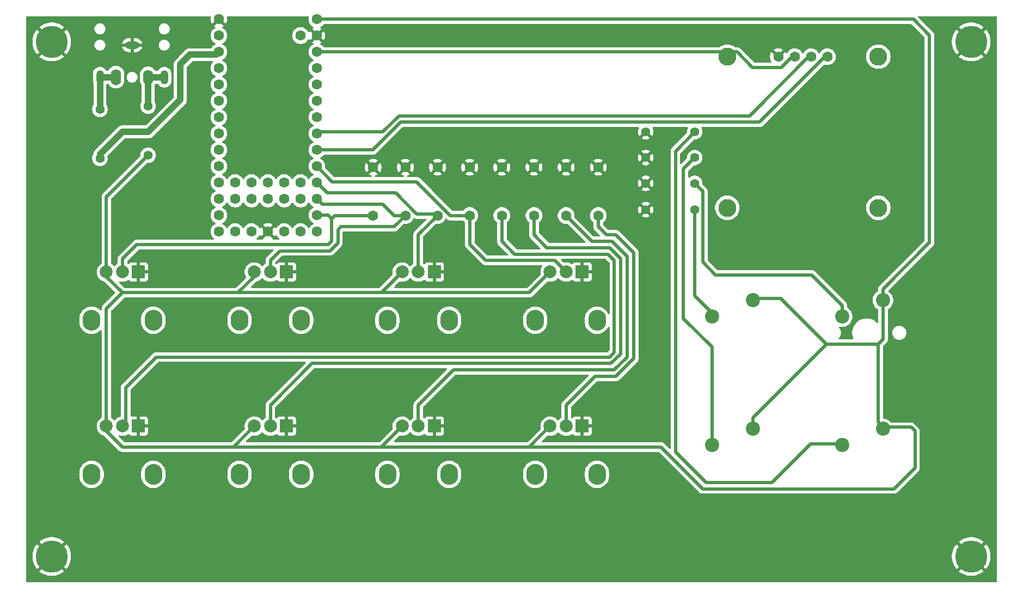
<source format=gbr>
%TF.GenerationSoftware,KiCad,Pcbnew,9.0.2*%
%TF.CreationDate,2025-08-22T18:27:53+01:00*%
%TF.ProjectId,MC8P_MIDI_CONTROLLER,4d433850-5f4d-4494-9449-5f434f4e5452,rev?*%
%TF.SameCoordinates,Original*%
%TF.FileFunction,Copper,L1,Top*%
%TF.FilePolarity,Positive*%
%FSLAX46Y46*%
G04 Gerber Fmt 4.6, Leading zero omitted, Abs format (unit mm)*
G04 Created by KiCad (PCBNEW 9.0.2) date 2025-08-22 18:27:53*
%MOMM*%
%LPD*%
G01*
G04 APERTURE LIST*
%TA.AperFunction,ComponentPad*%
%ADD10C,1.397000*%
%TD*%
%TA.AperFunction,ComponentPad*%
%ADD11O,2.780000X3.240000*%
%TD*%
%TA.AperFunction,ComponentPad*%
%ADD12R,2.000000X2.000000*%
%TD*%
%TA.AperFunction,ComponentPad*%
%ADD13C,2.000000*%
%TD*%
%TA.AperFunction,WasherPad*%
%ADD14C,2.800000*%
%TD*%
%TA.AperFunction,ComponentPad*%
%ADD15C,1.600000*%
%TD*%
%TA.AperFunction,ComponentPad*%
%ADD16C,5.000000*%
%TD*%
%TA.AperFunction,ComponentPad*%
%ADD17C,2.200000*%
%TD*%
%TA.AperFunction,ComponentPad*%
%ADD18O,1.200000X2.200000*%
%TD*%
%TA.AperFunction,ComponentPad*%
%ADD19O,1.600000X2.300000*%
%TD*%
%TA.AperFunction,ComponentPad*%
%ADD20O,2.200000X1.200000*%
%TD*%
%TA.AperFunction,ComponentPad*%
%ADD21O,1.600000X2.500000*%
%TD*%
%TA.AperFunction,Conductor*%
%ADD22C,0.500000*%
%TD*%
%TA.AperFunction,Conductor*%
%ADD23C,0.200000*%
%TD*%
%TA.AperFunction,Conductor*%
%ADD24C,1.000000*%
%TD*%
G04 APERTURE END LIST*
D10*
%TO.P,R5,1*%
%TO.N,TX0*%
X33480000Y-44120000D03*
%TO.P,R5,2*%
%TO.N,Net-(J1-PadT)*%
X33480000Y-36500000D03*
%TD*%
%TO.P,R3,1*%
%TO.N,D7*%
X125980000Y-44000000D03*
%TO.P,R3,2*%
%TO.N,GND*%
X118360000Y-44000000D03*
%TD*%
%TO.P,R2,1*%
%TO.N,D6*%
X125980000Y-48000000D03*
%TO.P,R2,2*%
%TO.N,GND*%
X118360000Y-48000000D03*
%TD*%
D11*
%TO.P,RV5,*%
%TO.N,*%
X41782700Y-93244200D03*
X32182700Y-93244200D03*
D12*
%TO.P,RV5,1,1*%
%TO.N,GND*%
X39482700Y-85744200D03*
D13*
%TO.P,RV5,2,2*%
%TO.N,A6*%
X36982700Y-85744200D03*
%TO.P,RV5,3,3*%
%TO.N,Vcc*%
X34482700Y-85744200D03*
%TD*%
D11*
%TO.P,RV6,*%
%TO.N,*%
X64782700Y-93244200D03*
X55182700Y-93244200D03*
D12*
%TO.P,RV6,1,1*%
%TO.N,GND*%
X62482700Y-85744200D03*
D13*
%TO.P,RV6,2,2*%
%TO.N,A7*%
X59982700Y-85744200D03*
%TO.P,RV6,3,3*%
%TO.N,Vcc*%
X57482700Y-85744200D03*
%TD*%
D14*
%TO.P,SSD1306,*%
%TO.N,*%
X154540000Y-51805000D03*
X154540000Y-28305000D03*
X131040000Y-51805000D03*
X131040000Y-28305000D03*
D15*
%TO.P,SSD1306,1,SDA*%
%TO.N,SDA0*%
X146600000Y-28305000D03*
%TO.P,SSD1306,2,SCL*%
%TO.N,SCL0*%
X144060000Y-28305000D03*
%TO.P,SSD1306,3,VCC*%
%TO.N,3V3*%
X141520000Y-28305000D03*
%TO.P,SSD1306,4,GND*%
%TO.N,GND*%
X138980000Y-28305000D03*
%TD*%
D16*
%TO.P,REF\u002A\u002A,*%
%TO.N,GND*%
X25980000Y-26000000D03*
%TD*%
D10*
%TO.P,R1,1*%
%TO.N,D5*%
X125980000Y-52100000D03*
%TO.P,R1,2*%
%TO.N,GND*%
X118360000Y-52100000D03*
%TD*%
D17*
%TO.P,SW2,1,A*%
%TO.N,Vcc*%
X155250000Y-66170000D03*
%TO.P,SW2,2,B*%
%TO.N,D6*%
X148900000Y-68710000D03*
%TD*%
D15*
%TO.P,C3,1*%
%TO.N,A2*%
X85980000Y-53000000D03*
%TO.P,C3,2*%
%TO.N,GND*%
X85980000Y-45500000D03*
%TD*%
D16*
%TO.P,REF\u002A\u002A,*%
%TO.N,GND*%
X168980000Y-26000000D03*
%TD*%
D11*
%TO.P,RV2,*%
%TO.N,*%
X64782700Y-69284200D03*
X55182700Y-69284200D03*
D12*
%TO.P,RV2,1,1*%
%TO.N,GND*%
X62482700Y-61784200D03*
D13*
%TO.P,RV2,2,2*%
%TO.N,A1*%
X59982700Y-61784200D03*
%TO.P,RV2,3,3*%
%TO.N,Vcc*%
X57482700Y-61784200D03*
%TD*%
D15*
%TO.P,C7,1*%
%TO.N,A7*%
X100980000Y-53000000D03*
%TO.P,C7,2*%
%TO.N,GND*%
X100980000Y-45500000D03*
%TD*%
D11*
%TO.P,RV4,*%
%TO.N,*%
X110782700Y-69284200D03*
X101182700Y-69284200D03*
D12*
%TO.P,RV4,1,1*%
%TO.N,GND*%
X108482700Y-61784200D03*
D13*
%TO.P,RV4,2,2*%
%TO.N,A3*%
X105982700Y-61784200D03*
%TO.P,RV4,3,3*%
%TO.N,Vcc*%
X103482700Y-61784200D03*
%TD*%
D15*
%TO.P,C1,1*%
%TO.N,A0*%
X75980000Y-53000000D03*
%TO.P,C1,2*%
%TO.N,GND*%
X75980000Y-45500000D03*
%TD*%
D17*
%TO.P,SW3,1,A*%
%TO.N,Vcc*%
X135020000Y-86170000D03*
%TO.P,SW3,2,B*%
%TO.N,D7*%
X128670000Y-88710000D03*
%TD*%
D11*
%TO.P,RV8,*%
%TO.N,*%
X110782700Y-93244200D03*
X101182700Y-93244200D03*
D12*
%TO.P,RV8,1,1*%
%TO.N,GND*%
X108482700Y-85744200D03*
D13*
%TO.P,RV8,2,2*%
%TO.N,A9*%
X105982700Y-85744200D03*
%TO.P,RV8,3,3*%
%TO.N,Vcc*%
X103482700Y-85744200D03*
%TD*%
D15*
%TO.P,C4,1*%
%TO.N,A3*%
X90980000Y-53000000D03*
%TO.P,C4,2*%
%TO.N,GND*%
X90980000Y-45500000D03*
%TD*%
D17*
%TO.P,SW1,1,A*%
%TO.N,Vcc*%
X135020000Y-66170000D03*
%TO.P,SW1,2,B*%
%TO.N,D5*%
X128670000Y-68710000D03*
%TD*%
D16*
%TO.P,,*%
%TO.N,GND*%
X25980000Y-106000000D03*
%TD*%
D15*
%TO.P,C8,1*%
%TO.N,A6*%
X95980000Y-53000000D03*
%TO.P,C8,2*%
%TO.N,GND*%
X95980000Y-45500000D03*
%TD*%
D11*
%TO.P,RV1,*%
%TO.N,*%
X41782700Y-69284200D03*
X32182700Y-69284200D03*
D12*
%TO.P,RV1,1,1*%
%TO.N,GND*%
X39482700Y-61784200D03*
D13*
%TO.P,RV1,2,2*%
%TO.N,A0*%
X36982700Y-61784200D03*
%TO.P,RV1,3,3*%
%TO.N,Vcc*%
X34482700Y-61784200D03*
%TD*%
D15*
%TO.P,U1,1,GND*%
%TO.N,GND*%
X51980000Y-22500000D03*
%TO.P,U1,2,0_RX1_CRX2_CS1*%
%TO.N,unconnected-(U1-0_RX1_CRX2_CS1-Pad2)*%
X51980000Y-25040000D03*
%TO.P,U1,3,1_TX1_CTX2_MISO1*%
%TO.N,TX0*%
X51980000Y-27580000D03*
%TO.P,U1,4,2_OUT2*%
%TO.N,unconnected-(U1-2_OUT2-Pad4)*%
X51980000Y-30120000D03*
%TO.P,U1,5,3_LRCLK2*%
%TO.N,unconnected-(U1-3_LRCLK2-Pad5)*%
X51980000Y-32660000D03*
%TO.P,U1,6,4_BCLK2*%
%TO.N,unconnected-(U1-4_BCLK2-Pad6)*%
X51980000Y-35200000D03*
%TO.P,U1,7,5_IN2*%
%TO.N,D5*%
X51980000Y-37740000D03*
%TO.P,U1,8,6_OUT1D*%
%TO.N,D6*%
X51980000Y-40280000D03*
%TO.P,U1,9,7_RX2_OUT1A*%
%TO.N,D7*%
X51980000Y-42820000D03*
%TO.P,U1,10,8_TX2_IN1*%
%TO.N,D8*%
X51980000Y-45360000D03*
%TO.P,U1,11,9_OUT1C*%
%TO.N,unconnected-(U1-9_OUT1C-Pad11)*%
X51980000Y-47900000D03*
%TO.P,U1,12,10_CS_MQSR*%
%TO.N,unconnected-(U1-10_CS_MQSR-Pad12)*%
X51980000Y-50440000D03*
%TO.P,U1,13,11_MOSI_CTX1*%
%TO.N,unconnected-(U1-11_MOSI_CTX1-Pad13)*%
X51980000Y-52980000D03*
%TO.P,U1,14,12_MISO_MQSL*%
%TO.N,unconnected-(U1-12_MISO_MQSL-Pad14)*%
X51980000Y-55520000D03*
%TO.P,U1,15,VBAT*%
%TO.N,unconnected-(U1-VBAT-Pad15)*%
X54520000Y-55520000D03*
%TO.P,U1,16,3V3*%
%TO.N,unconnected-(U1-3V3-Pad16)*%
X57060000Y-55520000D03*
%TO.P,U1,17,GND*%
%TO.N,GND*%
X59600000Y-55520000D03*
%TO.P,U1,18,PROGRAM*%
%TO.N,unconnected-(U1-PROGRAM-Pad18)*%
X62140000Y-55520000D03*
%TO.P,U1,19,ON_OFF*%
%TO.N,unconnected-(U1-ON_OFF-Pad19)*%
X64680000Y-55520000D03*
%TO.P,U1,20,13_SCK_CRX1_LED*%
%TO.N,unconnected-(U1-13_SCK_CRX1_LED-Pad20)*%
X67220000Y-55520000D03*
%TO.P,U1,21,14_A0_TX3_SPDIF_OUT*%
%TO.N,A0*%
X67220000Y-52980000D03*
%TO.P,U1,22,15_A1_RX3_SPDIF_IN*%
%TO.N,A1*%
X67220000Y-50440000D03*
%TO.P,U1,23,16_A2_RX4_SCL1*%
%TO.N,A2*%
X67220000Y-47900000D03*
%TO.P,U1,24,17_A3_TX4_SDA1*%
%TO.N,A3*%
X67220000Y-45360000D03*
%TO.P,U1,25,18_A4_SDA0*%
%TO.N,SDA0*%
X67220000Y-42820000D03*
%TO.P,U1,26,19_A5_SCL0*%
%TO.N,SCL0*%
X67220000Y-40280000D03*
%TO.P,U1,27,20_A6_TX5_LRCLK1*%
%TO.N,A6*%
X67220000Y-37740000D03*
%TO.P,U1,28,21_A7_RX5_BCLK1*%
%TO.N,A7*%
X67220000Y-35200000D03*
%TO.P,U1,29,22_A8_CTX1*%
%TO.N,A8*%
X67220000Y-32660000D03*
%TO.P,U1,30,23_A9_CRX1_MCLK1*%
%TO.N,A9*%
X67220000Y-30120000D03*
%TO.P,U1,31,3V3*%
%TO.N,3V3*%
X67220000Y-27580000D03*
%TO.P,U1,32,GND*%
%TO.N,GND*%
X67220000Y-25040000D03*
%TO.P,U1,33,VIN*%
%TO.N,Vcc*%
X67220000Y-22500000D03*
%TO.P,U1,34,VUSB*%
%TO.N,unconnected-(U1-VUSB-Pad34)*%
X64680000Y-25040000D03*
%TO.P,U1,35,24_A10_TX6_SCL2*%
%TO.N,unconnected-(U1-24_A10_TX6_SCL2-Pad35)*%
X64680000Y-50440000D03*
%TO.P,U1,36,25_A11_RX6_SDA2*%
%TO.N,unconnected-(U1-25_A11_RX6_SDA2-Pad36)*%
X64680000Y-47900000D03*
%TO.P,U1,37,26_A12_MOSI1*%
%TO.N,unconnected-(U1-26_A12_MOSI1-Pad37)*%
X62140000Y-50440000D03*
%TO.P,U1,38,27_A13_SCK1*%
%TO.N,unconnected-(U1-27_A13_SCK1-Pad38)*%
X62140000Y-47900000D03*
%TO.P,U1,39,28_RX7*%
%TO.N,unconnected-(U1-28_RX7-Pad39)*%
X59600000Y-50440000D03*
%TO.P,U1,40,29_TX7*%
%TO.N,unconnected-(U1-29_TX7-Pad40)*%
X59600000Y-47900000D03*
%TO.P,U1,41,30_CRX3*%
%TO.N,unconnected-(U1-30_CRX3-Pad41)*%
X57060000Y-50440000D03*
%TO.P,U1,42,31_CTX3*%
%TO.N,unconnected-(U1-31_CTX3-Pad42)*%
X57060000Y-47900000D03*
%TO.P,U1,43,32_OUT1B*%
%TO.N,unconnected-(U1-32_OUT1B-Pad43)*%
X54520000Y-50440000D03*
%TO.P,U1,44,33_MCLK2*%
%TO.N,unconnected-(U1-33_MCLK2-Pad44)*%
X54520000Y-47900000D03*
%TD*%
D10*
%TO.P,R4,1*%
%TO.N,D8*%
X125980000Y-40000000D03*
%TO.P,R4,2*%
%TO.N,GND*%
X118360000Y-40000000D03*
%TD*%
D15*
%TO.P,C2,1*%
%TO.N,A1*%
X80980000Y-53000000D03*
%TO.P,C2,2*%
%TO.N,GND*%
X80980000Y-45500000D03*
%TD*%
D11*
%TO.P,RV7,*%
%TO.N,*%
X87782700Y-93244200D03*
X78182700Y-93244200D03*
D12*
%TO.P,RV7,1,1*%
%TO.N,GND*%
X85482700Y-85744200D03*
D13*
%TO.P,RV7,2,2*%
%TO.N,A8*%
X82982700Y-85744200D03*
%TO.P,RV7,3,3*%
%TO.N,Vcc*%
X80482700Y-85744200D03*
%TD*%
D17*
%TO.P,SW4,1,A*%
%TO.N,Vcc*%
X155250000Y-86170000D03*
%TO.P,SW4,2,B*%
%TO.N,D8*%
X148900000Y-88710000D03*
%TD*%
D11*
%TO.P,RV3,*%
%TO.N,*%
X87782700Y-69284200D03*
X78182700Y-69284200D03*
D12*
%TO.P,RV3,1,1*%
%TO.N,GND*%
X85482700Y-61784200D03*
D13*
%TO.P,RV3,2,2*%
%TO.N,A2*%
X82982700Y-61784200D03*
%TO.P,RV3,3,3*%
%TO.N,Vcc*%
X80482700Y-61784200D03*
%TD*%
D18*
%TO.P,J1,R*%
%TO.N,Net-(J1-PadR)*%
X43480000Y-31500000D03*
D19*
%TO.P,J1,RN*%
%TO.N,N/C*%
X40980000Y-31500000D03*
D20*
%TO.P,J1,S*%
%TO.N,GND*%
X38480000Y-26500000D03*
D18*
%TO.P,J1,T*%
%TO.N,Net-(J1-PadT)*%
X33480000Y-31500000D03*
D21*
%TO.P,J1,TN*%
%TO.N,N/C*%
X35980000Y-31500000D03*
%TD*%
D16*
%TO.P,REF\u002A\u002A,*%
%TO.N,GND*%
X168980000Y-106000000D03*
%TD*%
D15*
%TO.P,C6,1*%
%TO.N,A8*%
X105980000Y-53000000D03*
%TO.P,C6,2*%
%TO.N,GND*%
X105980000Y-45500000D03*
%TD*%
D10*
%TO.P,R6,1*%
%TO.N,Vcc*%
X40980000Y-43620000D03*
%TO.P,R6,2*%
%TO.N,Net-(J1-PadR)*%
X40980000Y-36000000D03*
%TD*%
D15*
%TO.P,C5,1*%
%TO.N,A9*%
X110980000Y-53000000D03*
%TO.P,C5,2*%
%TO.N,GND*%
X110980000Y-45500000D03*
%TD*%
D22*
%TO.N,A0*%
X68980000Y-57500000D02*
X69480000Y-57000000D01*
X36982700Y-61784200D02*
X36982700Y-59747300D01*
X69480000Y-57000000D02*
X69480000Y-53500000D01*
%TO.N,A1*%
X59982700Y-59997300D02*
X61480000Y-58500000D01*
X59982700Y-61784200D02*
X59982700Y-59997300D01*
%TO.N,A0*%
X69480000Y-53500000D02*
X68960000Y-52980000D01*
X75980000Y-53000000D02*
X69980000Y-53000000D01*
%TO.N,A2*%
X85980000Y-53000000D02*
X85730000Y-52750000D01*
%TO.N,A1*%
X80980000Y-53000000D02*
X79230000Y-53000000D01*
%TO.N,A0*%
X68960000Y-52980000D02*
X67220000Y-52980000D01*
X36982700Y-59747300D02*
X39230000Y-57500000D01*
%TO.N,A1*%
X70480000Y-57250000D02*
X70480000Y-55250000D01*
X61480000Y-58500000D02*
X69230000Y-58500000D01*
X79230000Y-53000000D02*
X77480000Y-51250000D01*
%TO.N,D6*%
X129230000Y-62250000D02*
X144190000Y-62250000D01*
%TO.N,D8*%
X122980000Y-43000000D02*
X122980000Y-89750000D01*
X143980000Y-88500000D02*
X148860000Y-88500000D01*
%TO.N,D6*%
X127230000Y-49250000D02*
X127230000Y-60250000D01*
%TO.N,A0*%
X69980000Y-53000000D02*
X69480000Y-53500000D01*
%TO.N,A1*%
X68030000Y-51250000D02*
X67220000Y-50440000D01*
%TO.N,A0*%
X39230000Y-57500000D02*
X68980000Y-57500000D01*
%TO.N,D7*%
X128670000Y-73440000D02*
X128670000Y-88460000D01*
%TO.N,D6*%
X127230000Y-60250000D02*
X129230000Y-62250000D01*
X125980000Y-48000000D02*
X127230000Y-49250000D01*
%TO.N,A8*%
X109980000Y-57000000D02*
X105980000Y-53000000D01*
%TO.N,A9*%
X113730000Y-56000000D02*
X112230000Y-56000000D01*
%TO.N,A8*%
X115480000Y-75000000D02*
X115480000Y-59375000D01*
%TO.N,A1*%
X70480000Y-55250000D02*
X70980000Y-54750000D01*
%TO.N,A8*%
X82980000Y-82500000D02*
X88480000Y-77000000D01*
%TO.N,A1*%
X77480000Y-51250000D02*
X68030000Y-51250000D01*
%TO.N,A8*%
X82982700Y-82502700D02*
X82980000Y-82500000D01*
X82982700Y-85744200D02*
X82982700Y-82502700D01*
X115480000Y-59375000D02*
X113105000Y-57000000D01*
%TO.N,D8*%
X137980000Y-94500000D02*
X143980000Y-88500000D01*
%TO.N,Vcc*%
X156980000Y-95500000D02*
X127230000Y-95500000D01*
D23*
X34482700Y-61784200D02*
X34482700Y-62502700D01*
D22*
%TO.N,A8*%
X113480000Y-77000000D02*
X115480000Y-75000000D01*
%TO.N,Vcc*%
X76980000Y-65000000D02*
X100266900Y-65000000D01*
X36980000Y-89000000D02*
X53980000Y-89000000D01*
X162480000Y-57190000D02*
X155250000Y-64420000D01*
X100226900Y-89000000D02*
X103482700Y-85744200D01*
D23*
X57482700Y-61784200D02*
X57482700Y-62497300D01*
D22*
X34482700Y-86502700D02*
X36980000Y-89000000D01*
D23*
X77226900Y-89000000D02*
X76980000Y-89000000D01*
D22*
X155250000Y-72230000D02*
X155250000Y-64420000D01*
X67220000Y-22500000D02*
X159980000Y-22500000D01*
X139360000Y-65920000D02*
X146440000Y-73000000D01*
X154230000Y-73000000D02*
X154480000Y-73250000D01*
X135020000Y-65920000D02*
X139360000Y-65920000D01*
X155250000Y-85920000D02*
X159650000Y-85920000D01*
X57482700Y-62497300D02*
X54980000Y-65000000D01*
X57482700Y-85744200D02*
X54226900Y-89000000D01*
X154480000Y-73000000D02*
X155250000Y-72230000D01*
D23*
X34482700Y-85744200D02*
X34482700Y-86502700D01*
D22*
X34482700Y-62502700D02*
X36980000Y-65000000D01*
%TO.N,D6*%
X144190000Y-62250000D02*
X148900000Y-66960000D01*
%TO.N,Vcc*%
X99980000Y-89000000D02*
X100226900Y-89000000D01*
%TO.N,D8*%
X148860000Y-88500000D02*
X148900000Y-88460000D01*
%TO.N,A8*%
X88480000Y-77000000D02*
X113480000Y-77000000D01*
%TO.N,D8*%
X125980000Y-40000000D02*
X122980000Y-43000000D01*
D24*
%TO.N,TX0*%
X45980000Y-35000000D02*
X45980000Y-29500000D01*
D23*
%TO.N,Vcc*%
X54226900Y-89000000D02*
X53980000Y-89000000D01*
D24*
%TO.N,TX0*%
X36980000Y-40000000D02*
X40980000Y-40000000D01*
D22*
%TO.N,A2*%
X85730000Y-52750000D02*
X82730000Y-52750000D01*
%TO.N,A3*%
X105982700Y-61784200D02*
X104198500Y-60000000D01*
X104198500Y-60000000D02*
X93480000Y-60000000D01*
X82730000Y-47750000D02*
X69610000Y-47750000D01*
%TO.N,A2*%
X82730000Y-52750000D02*
X79480000Y-49500000D01*
X82982700Y-55997300D02*
X85980000Y-53000000D01*
%TO.N,A3*%
X93480000Y-60000000D02*
X90980000Y-57500000D01*
%TO.N,A9*%
X116480000Y-75250000D02*
X116480000Y-58750000D01*
X105982700Y-85744200D02*
X105982700Y-82502700D01*
%TO.N,A3*%
X87980000Y-53000000D02*
X82730000Y-47750000D01*
%TO.N,A9*%
X116480000Y-58750000D02*
X113730000Y-56000000D01*
%TO.N,A3*%
X69610000Y-47750000D02*
X67220000Y-45360000D01*
%TO.N,A9*%
X110480000Y-78000000D02*
X113730000Y-78000000D01*
%TO.N,A2*%
X68820000Y-49500000D02*
X67220000Y-47900000D01*
%TO.N,A9*%
X112230000Y-56000000D02*
X110980000Y-54750000D01*
X105982700Y-82502700D02*
X105980000Y-82500000D01*
X105980000Y-82500000D02*
X110480000Y-78000000D01*
%TO.N,Vcc*%
X159650000Y-85920000D02*
X160230000Y-86500000D01*
%TO.N,SCL0*%
X79980000Y-37500000D02*
X77480000Y-40000000D01*
D24*
%TO.N,TX0*%
X47480000Y-28000000D02*
X51560000Y-28000000D01*
X51560000Y-28000000D02*
X51980000Y-27580000D01*
D22*
%TO.N,SCL0*%
X144020000Y-28000000D02*
X134520000Y-37500000D01*
X134520000Y-37500000D02*
X79980000Y-37500000D01*
%TO.N,3V3*%
X139480000Y-30000000D02*
X141480000Y-28000000D01*
%TO.N,SDA0*%
X136060000Y-38500000D02*
X146560000Y-28000000D01*
%TO.N,Vcc*%
X146440000Y-73000000D02*
X154480000Y-73000000D01*
%TO.N,3V3*%
X132560000Y-27580000D02*
X134980000Y-30000000D01*
%TO.N,Vcc*%
X154480000Y-73250000D02*
X154480000Y-85150000D01*
%TO.N,D8*%
X122980000Y-89750000D02*
X127730000Y-94500000D01*
D24*
%TO.N,TX0*%
X45980000Y-29500000D02*
X47480000Y-28000000D01*
D22*
%TO.N,A8*%
X113105000Y-57000000D02*
X109980000Y-57000000D01*
%TO.N,SDA0*%
X67220000Y-42820000D02*
X75910000Y-42820000D01*
D24*
%TO.N,Net-(J1-PadR)*%
X40980000Y-36000000D02*
X40980000Y-31500000D01*
D22*
%TO.N,Vcc*%
X34482700Y-61784200D02*
X34482700Y-50117300D01*
%TO.N,3V3*%
X67220000Y-27580000D02*
X132560000Y-27580000D01*
%TO.N,Vcc*%
X135020000Y-85920000D02*
X135020000Y-84420000D01*
X135020000Y-84420000D02*
X146440000Y-73000000D01*
X120730000Y-89000000D02*
X99980000Y-89000000D01*
X154480000Y-85150000D02*
X155250000Y-85920000D01*
X80482700Y-85744200D02*
X77226900Y-89000000D01*
X146440000Y-73000000D02*
X154230000Y-73000000D01*
X34482700Y-50117300D02*
X40980000Y-43620000D01*
D24*
%TO.N,TX0*%
X40980000Y-40000000D02*
X45980000Y-35000000D01*
D22*
%TO.N,Vcc*%
X159980000Y-22500000D02*
X162480000Y-25000000D01*
X36980000Y-65000000D02*
X34482700Y-67497300D01*
X154480000Y-73000000D02*
X154480000Y-73250000D01*
%TO.N,D7*%
X124230000Y-45750000D02*
X124230000Y-69000000D01*
%TO.N,SDA0*%
X80230000Y-38500000D02*
X136060000Y-38500000D01*
%TO.N,SCL0*%
X67500000Y-40000000D02*
X67220000Y-40280000D01*
%TO.N,A2*%
X79480000Y-49500000D02*
X68820000Y-49500000D01*
%TO.N,3V3*%
X134980000Y-30000000D02*
X139480000Y-30000000D01*
D24*
%TO.N,Net-(J1-PadR)*%
X40980000Y-31500000D02*
X43480000Y-31500000D01*
%TO.N,Net-(J1-PadT)*%
X35980000Y-31500000D02*
X33480000Y-31500000D01*
D22*
%TO.N,Vcc*%
X34482700Y-67497300D02*
X34482700Y-85744200D01*
D23*
X77266900Y-65000000D02*
X76980000Y-65000000D01*
D24*
%TO.N,Net-(J1-PadT)*%
X33480000Y-36500000D02*
X33480000Y-31500000D01*
D22*
%TO.N,SCL0*%
X77480000Y-40000000D02*
X67500000Y-40000000D01*
%TO.N,Vcc*%
X54980000Y-65000000D02*
X76980000Y-65000000D01*
X162480000Y-25000000D02*
X162480000Y-57190000D01*
X160230000Y-86500000D02*
X160230000Y-92250000D01*
%TO.N,SDA0*%
X75910000Y-42820000D02*
X80230000Y-38500000D01*
D24*
%TO.N,TX0*%
X33480000Y-44120000D02*
X33480000Y-43500000D01*
D22*
%TO.N,Vcc*%
X160230000Y-92250000D02*
X156980000Y-95500000D01*
X53980000Y-89000000D02*
X76980000Y-89000000D01*
%TO.N,A7*%
X59980000Y-85741500D02*
X59982700Y-85744200D01*
X66480000Y-76000000D02*
X59980000Y-82500000D01*
X114480000Y-59750000D02*
X114480000Y-74500000D01*
X100980000Y-56000000D02*
X102980000Y-58000000D01*
X112980000Y-76000000D02*
X66480000Y-76000000D01*
X114480000Y-74500000D02*
X112980000Y-76000000D01*
X100980000Y-53000000D02*
X100980000Y-56000000D01*
X59980000Y-82500000D02*
X59980000Y-85741500D01*
X102980000Y-58000000D02*
X112730000Y-58000000D01*
%TO.N,D6*%
X148900000Y-66960000D02*
X148900000Y-68460000D01*
%TO.N,A1*%
X79230000Y-54750000D02*
X80980000Y-53000000D01*
%TO.N,D7*%
X124230000Y-69000000D02*
X128670000Y-73440000D01*
%TO.N,Vcc*%
X36980000Y-65000000D02*
X54980000Y-65000000D01*
%TO.N,D5*%
X125980000Y-52100000D02*
X125980000Y-65480000D01*
%TO.N,Vcc*%
X100266900Y-65000000D02*
X103482700Y-61784200D01*
%TO.N,A1*%
X69230000Y-58500000D02*
X70480000Y-57250000D01*
X70980000Y-54750000D02*
X79230000Y-54750000D01*
D24*
%TO.N,TX0*%
X33480000Y-43500000D02*
X36980000Y-40000000D01*
D22*
%TO.N,D8*%
X127730000Y-94500000D02*
X137980000Y-94500000D01*
%TO.N,A6*%
X113480000Y-60000000D02*
X113480000Y-74250000D01*
%TO.N,A3*%
X90980000Y-57500000D02*
X90980000Y-53000000D01*
%TO.N,A6*%
X112480000Y-59000000D02*
X113480000Y-60000000D01*
%TO.N,A3*%
X90980000Y-53000000D02*
X87980000Y-53000000D01*
%TO.N,A6*%
X95980000Y-53000000D02*
X95980000Y-57000000D01*
%TO.N,Vcc*%
X76980000Y-89000000D02*
X99980000Y-89000000D01*
%TO.N,A6*%
X95980000Y-57000000D02*
X97980000Y-59000000D01*
X112730000Y-75000000D02*
X42230000Y-75000000D01*
%TO.N,D7*%
X125980000Y-44000000D02*
X124230000Y-45750000D01*
%TO.N,D5*%
X128670000Y-68170000D02*
X128670000Y-68460000D01*
%TO.N,A6*%
X97980000Y-59000000D02*
X112480000Y-59000000D01*
%TO.N,A7*%
X112730000Y-58000000D02*
X114480000Y-59750000D01*
%TO.N,Vcc*%
X127230000Y-95500000D02*
X120730000Y-89000000D01*
%TO.N,A6*%
X42230000Y-75000000D02*
X37480000Y-79750000D01*
%TO.N,A9*%
X110980000Y-54750000D02*
X110980000Y-53000000D01*
X113730000Y-78000000D02*
X116480000Y-75250000D01*
%TO.N,D5*%
X125980000Y-65480000D02*
X128670000Y-68170000D01*
%TO.N,Vcc*%
X80482700Y-61784200D02*
X77266900Y-65000000D01*
%TO.N,A6*%
X37480000Y-79750000D02*
X37480000Y-85246900D01*
X113480000Y-74250000D02*
X112730000Y-75000000D01*
%TO.N,A2*%
X82982700Y-61784200D02*
X82982700Y-55997300D01*
%TO.N,A6*%
X37480000Y-85246900D02*
X36982700Y-85744200D01*
%TD*%
%TA.AperFunction,Conductor*%
%TO.N,GND*%
G36*
X50671926Y-22019685D02*
G01*
X50717681Y-22072489D01*
X50727625Y-22141647D01*
X50722818Y-22162319D01*
X50712009Y-22195582D01*
X50680000Y-22397682D01*
X50680000Y-22602317D01*
X50712009Y-22804417D01*
X50775244Y-22999031D01*
X50868141Y-23181350D01*
X50868147Y-23181359D01*
X50900523Y-23225921D01*
X50900524Y-23225922D01*
X51456212Y-22670233D01*
X51467482Y-22712292D01*
X51539890Y-22837708D01*
X51642292Y-22940110D01*
X51767708Y-23012518D01*
X51809765Y-23023787D01*
X51254076Y-23579474D01*
X51298652Y-23611861D01*
X51391628Y-23659234D01*
X51442425Y-23707208D01*
X51459220Y-23775029D01*
X51436683Y-23841164D01*
X51391630Y-23880203D01*
X51298388Y-23927713D01*
X51132786Y-24048028D01*
X50988028Y-24192786D01*
X50867715Y-24358386D01*
X50774781Y-24540776D01*
X50711522Y-24735465D01*
X50679500Y-24937648D01*
X50679500Y-25142351D01*
X50711522Y-25344534D01*
X50774781Y-25539223D01*
X50829415Y-25646446D01*
X50867585Y-25721359D01*
X50867715Y-25721613D01*
X50988028Y-25887213D01*
X51132786Y-26031971D01*
X51287749Y-26144556D01*
X51298390Y-26152287D01*
X51389840Y-26198883D01*
X51391080Y-26199515D01*
X51441876Y-26247490D01*
X51458671Y-26315311D01*
X51436134Y-26381446D01*
X51391080Y-26420485D01*
X51298386Y-26467715D01*
X51132786Y-26588028D01*
X50988028Y-26732786D01*
X50867713Y-26898388D01*
X50850691Y-26931796D01*
X50802716Y-26982591D01*
X50740207Y-26999500D01*
X47381456Y-26999500D01*
X47188171Y-27037946D01*
X47188167Y-27037948D01*
X47188165Y-27037948D01*
X47188164Y-27037949D01*
X47112745Y-27069188D01*
X47093044Y-27077348D01*
X47006089Y-27113366D01*
X47006079Y-27113371D01*
X46887338Y-27192713D01*
X46876132Y-27200200D01*
X46842215Y-27222862D01*
X46842214Y-27222863D01*
X45714894Y-28350185D01*
X45342220Y-28722859D01*
X45342218Y-28722861D01*
X45289075Y-28776004D01*
X45202859Y-28862219D01*
X45093371Y-29026080D01*
X45093364Y-29026093D01*
X45066301Y-29091432D01*
X45026934Y-29186474D01*
X45019053Y-29205500D01*
X45017949Y-29208165D01*
X45017948Y-29208168D01*
X45017946Y-29208175D01*
X44979500Y-29401454D01*
X44979500Y-34534218D01*
X44959815Y-34601257D01*
X44943181Y-34621899D01*
X40601899Y-38963181D01*
X40540576Y-38996666D01*
X40514218Y-38999500D01*
X36881456Y-38999500D01*
X36688171Y-39037946D01*
X36688167Y-39037948D01*
X36688165Y-39037948D01*
X36688164Y-39037949D01*
X36612745Y-39069188D01*
X36612743Y-39069189D01*
X36506089Y-39113366D01*
X36506079Y-39113371D01*
X36348140Y-39218904D01*
X36348138Y-39218905D01*
X36342219Y-39222859D01*
X36342214Y-39222863D01*
X33592298Y-41972781D01*
X32842220Y-42722859D01*
X32842218Y-42722861D01*
X32783997Y-42781082D01*
X32702859Y-42862219D01*
X32593371Y-43026079D01*
X32593364Y-43026092D01*
X32517950Y-43208160D01*
X32517947Y-43208170D01*
X32479500Y-43401456D01*
X32479500Y-43416918D01*
X32459815Y-43483957D01*
X32455822Y-43489798D01*
X32454525Y-43491583D01*
X32368844Y-43659741D01*
X32368843Y-43659743D01*
X32368843Y-43659744D01*
X32366416Y-43667213D01*
X32310522Y-43839236D01*
X32281000Y-44025631D01*
X32281000Y-44214368D01*
X32308524Y-44388147D01*
X32310523Y-44400767D01*
X32368843Y-44580256D01*
X32454523Y-44748413D01*
X32565454Y-44901096D01*
X32698904Y-45034546D01*
X32851587Y-45145477D01*
X33019744Y-45231157D01*
X33199233Y-45289477D01*
X33269134Y-45300548D01*
X33385632Y-45319000D01*
X33385637Y-45319000D01*
X33574368Y-45319000D01*
X33677920Y-45302598D01*
X33760767Y-45289477D01*
X33940256Y-45231157D01*
X34108413Y-45145477D01*
X34261096Y-45034546D01*
X34394546Y-44901096D01*
X34505477Y-44748413D01*
X34591157Y-44580256D01*
X34649477Y-44400767D01*
X34668483Y-44280767D01*
X34679000Y-44214368D01*
X34679000Y-44025631D01*
X34649477Y-43839236D01*
X34649477Y-43839233D01*
X34649474Y-43839224D01*
X34648340Y-43834498D01*
X34649769Y-43834154D01*
X34647963Y-43770866D01*
X34680205Y-43714714D01*
X37358102Y-41036819D01*
X37419425Y-41003334D01*
X37445783Y-41000500D01*
X41078542Y-41000500D01*
X41109566Y-40994328D01*
X41175188Y-40981275D01*
X41271836Y-40962051D01*
X41325165Y-40939961D01*
X41453914Y-40886632D01*
X41617782Y-40777139D01*
X41757139Y-40637782D01*
X41757140Y-40637779D01*
X41764206Y-40630714D01*
X41764209Y-40630710D01*
X46617778Y-35777141D01*
X46617782Y-35777139D01*
X46757139Y-35637782D01*
X46866632Y-35473914D01*
X46942051Y-35291835D01*
X46980500Y-35098541D01*
X46980500Y-29965782D01*
X47000185Y-29898743D01*
X47016819Y-29878101D01*
X47858102Y-29036819D01*
X47919425Y-29003334D01*
X47945783Y-29000500D01*
X50960953Y-29000500D01*
X51027992Y-29020185D01*
X51073747Y-29072989D01*
X51083691Y-29142147D01*
X51054666Y-29205703D01*
X51048634Y-29212181D01*
X50988032Y-29272782D01*
X50988028Y-29272786D01*
X50867715Y-29438386D01*
X50774781Y-29620776D01*
X50711522Y-29815465D01*
X50679500Y-30017648D01*
X50679500Y-30222351D01*
X50711522Y-30424534D01*
X50774781Y-30619223D01*
X50867715Y-30801613D01*
X50988028Y-30967213D01*
X51132786Y-31111971D01*
X51287749Y-31224556D01*
X51298390Y-31232287D01*
X51389840Y-31278883D01*
X51391080Y-31279515D01*
X51441876Y-31327490D01*
X51458671Y-31395311D01*
X51436134Y-31461446D01*
X51391080Y-31500485D01*
X51298386Y-31547715D01*
X51132786Y-31668028D01*
X50988028Y-31812786D01*
X50867715Y-31978386D01*
X50774781Y-32160776D01*
X50711522Y-32355465D01*
X50679500Y-32557648D01*
X50679500Y-32762351D01*
X50711522Y-32964534D01*
X50774781Y-33159223D01*
X50867715Y-33341613D01*
X50988028Y-33507213D01*
X51132786Y-33651971D01*
X51287749Y-33764556D01*
X51298390Y-33772287D01*
X51389840Y-33818883D01*
X51391080Y-33819515D01*
X51441876Y-33867490D01*
X51458671Y-33935311D01*
X51436134Y-34001446D01*
X51391080Y-34040485D01*
X51298386Y-34087715D01*
X51132786Y-34208028D01*
X50988028Y-34352786D01*
X50867715Y-34518386D01*
X50774781Y-34700776D01*
X50711522Y-34895465D01*
X50679500Y-35097648D01*
X50679500Y-35302351D01*
X50711522Y-35504534D01*
X50774781Y-35699223D01*
X50814482Y-35777139D01*
X50861694Y-35869798D01*
X50867715Y-35881613D01*
X50988028Y-36047213D01*
X51132786Y-36191971D01*
X51255006Y-36280767D01*
X51298390Y-36312287D01*
X51389840Y-36358883D01*
X51391080Y-36359515D01*
X51441876Y-36407490D01*
X51458671Y-36475311D01*
X51436134Y-36541446D01*
X51391080Y-36580485D01*
X51298386Y-36627715D01*
X51132786Y-36748028D01*
X50988028Y-36892786D01*
X50867715Y-37058386D01*
X50774781Y-37240776D01*
X50711522Y-37435465D01*
X50679500Y-37637648D01*
X50679500Y-37842351D01*
X50711522Y-38044534D01*
X50774781Y-38239223D01*
X50867715Y-38421613D01*
X50988028Y-38587213D01*
X51132786Y-38731971D01*
X51287749Y-38844556D01*
X51298390Y-38852287D01*
X51389840Y-38898883D01*
X51391080Y-38899515D01*
X51441876Y-38947490D01*
X51458671Y-39015311D01*
X51436134Y-39081446D01*
X51391080Y-39120485D01*
X51298386Y-39167715D01*
X51132786Y-39288028D01*
X50988028Y-39432786D01*
X50867715Y-39598386D01*
X50774781Y-39780776D01*
X50711522Y-39975465D01*
X50679500Y-40177648D01*
X50679500Y-40382351D01*
X50711522Y-40584534D01*
X50774781Y-40779223D01*
X50829508Y-40886628D01*
X50864703Y-40955703D01*
X50867715Y-40961613D01*
X50988028Y-41127213D01*
X51132786Y-41271971D01*
X51287749Y-41384556D01*
X51298390Y-41392287D01*
X51389840Y-41438883D01*
X51391080Y-41439515D01*
X51441876Y-41487490D01*
X51458671Y-41555311D01*
X51436134Y-41621446D01*
X51391080Y-41660485D01*
X51298386Y-41707715D01*
X51132786Y-41828028D01*
X50988028Y-41972786D01*
X50867715Y-42138386D01*
X50774781Y-42320776D01*
X50711522Y-42515465D01*
X50679500Y-42717648D01*
X50679500Y-42922351D01*
X50711522Y-43124534D01*
X50774781Y-43319223D01*
X50816682Y-43401456D01*
X50861694Y-43489798D01*
X50867715Y-43501613D01*
X50988028Y-43667213D01*
X51132786Y-43811971D01*
X51287749Y-43924556D01*
X51298390Y-43932287D01*
X51389840Y-43978883D01*
X51391080Y-43979515D01*
X51441876Y-44027490D01*
X51458671Y-44095311D01*
X51436134Y-44161446D01*
X51391080Y-44200485D01*
X51298386Y-44247715D01*
X51132786Y-44368028D01*
X50988028Y-44512786D01*
X50867715Y-44678386D01*
X50774781Y-44860776D01*
X50711522Y-45055465D01*
X50679500Y-45257648D01*
X50679500Y-45462351D01*
X50711522Y-45664534D01*
X50774781Y-45859223D01*
X50838691Y-45984653D01*
X50859019Y-46024548D01*
X50867715Y-46041613D01*
X50988028Y-46207213D01*
X51132786Y-46351971D01*
X51287749Y-46464556D01*
X51298390Y-46472287D01*
X51389840Y-46518883D01*
X51391080Y-46519515D01*
X51441876Y-46567490D01*
X51458671Y-46635311D01*
X51436134Y-46701446D01*
X51391080Y-46740485D01*
X51298386Y-46787715D01*
X51132786Y-46908028D01*
X50988028Y-47052786D01*
X50867715Y-47218386D01*
X50774781Y-47400776D01*
X50711522Y-47595465D01*
X50679500Y-47797648D01*
X50679500Y-48002351D01*
X50711522Y-48204534D01*
X50774781Y-48399223D01*
X50867715Y-48581613D01*
X50988028Y-48747213D01*
X51132786Y-48891971D01*
X51275290Y-48995504D01*
X51298390Y-49012287D01*
X51389840Y-49058883D01*
X51391080Y-49059515D01*
X51441876Y-49107490D01*
X51458671Y-49175311D01*
X51436134Y-49241446D01*
X51391080Y-49280485D01*
X51298386Y-49327715D01*
X51132786Y-49448028D01*
X50988028Y-49592786D01*
X50867715Y-49758386D01*
X50774781Y-49940776D01*
X50711522Y-50135465D01*
X50687097Y-50289684D01*
X50679500Y-50337648D01*
X50679500Y-50542352D01*
X50680589Y-50549225D01*
X50711522Y-50744534D01*
X50774781Y-50939223D01*
X50838691Y-51064653D01*
X50863500Y-51113342D01*
X50867715Y-51121613D01*
X50988028Y-51287213D01*
X51132786Y-51431971D01*
X51287749Y-51544556D01*
X51298390Y-51552287D01*
X51389840Y-51598883D01*
X51391080Y-51599515D01*
X51441876Y-51647490D01*
X51458671Y-51715311D01*
X51436134Y-51781446D01*
X51391080Y-51820485D01*
X51298386Y-51867715D01*
X51132786Y-51988028D01*
X50988028Y-52132786D01*
X50867715Y-52298386D01*
X50774781Y-52480776D01*
X50711522Y-52675465D01*
X50681800Y-52863126D01*
X50679500Y-52877648D01*
X50679500Y-53082352D01*
X50682667Y-53102349D01*
X50711522Y-53284534D01*
X50774781Y-53479223D01*
X50867715Y-53661613D01*
X50988028Y-53827213D01*
X51132786Y-53971971D01*
X51282063Y-54080425D01*
X51298390Y-54092287D01*
X51389616Y-54138769D01*
X51391080Y-54139515D01*
X51441876Y-54187490D01*
X51458671Y-54255311D01*
X51436134Y-54321446D01*
X51391080Y-54360485D01*
X51298386Y-54407715D01*
X51132786Y-54528028D01*
X50988028Y-54672786D01*
X50867715Y-54838386D01*
X50774781Y-55020776D01*
X50711522Y-55215465D01*
X50679500Y-55417648D01*
X50679500Y-55622351D01*
X50711522Y-55824534D01*
X50774781Y-56019223D01*
X50838691Y-56144653D01*
X50867585Y-56201359D01*
X50867715Y-56201613D01*
X50988028Y-56367213D01*
X51132782Y-56511967D01*
X51132787Y-56511971D01*
X51150970Y-56525182D01*
X51193636Y-56580511D01*
X51199615Y-56650125D01*
X51167010Y-56711920D01*
X51106171Y-56746277D01*
X51078085Y-56749500D01*
X39156080Y-56749500D01*
X39011092Y-56778340D01*
X39011082Y-56778343D01*
X38874507Y-56834914D01*
X38785322Y-56894506D01*
X38785321Y-56894507D01*
X38751581Y-56917050D01*
X36399747Y-59268884D01*
X36399743Y-59268889D01*
X36357433Y-59332214D01*
X36357432Y-59332216D01*
X36317619Y-59391799D01*
X36317612Y-59391811D01*
X36261043Y-59528382D01*
X36261040Y-59528392D01*
X36232200Y-59673379D01*
X36232200Y-60411568D01*
X36212515Y-60478607D01*
X36181086Y-60511886D01*
X36005188Y-60639684D01*
X35838182Y-60806690D01*
X35833015Y-60813803D01*
X35777683Y-60856466D01*
X35708070Y-60862442D01*
X35646276Y-60829834D01*
X35632385Y-60813803D01*
X35627217Y-60806690D01*
X35460211Y-60639684D01*
X35284314Y-60511886D01*
X35241649Y-60456555D01*
X35233200Y-60411568D01*
X35233200Y-50479529D01*
X35252885Y-50412490D01*
X35269514Y-50391853D01*
X40806048Y-44855318D01*
X40867371Y-44821834D01*
X40893729Y-44819000D01*
X41074368Y-44819000D01*
X41177920Y-44802598D01*
X41260767Y-44789477D01*
X41440256Y-44731157D01*
X41608413Y-44645477D01*
X41761096Y-44534546D01*
X41894546Y-44401096D01*
X42005477Y-44248413D01*
X42091157Y-44080256D01*
X42149477Y-43900767D01*
X42163541Y-43811971D01*
X42179000Y-43714368D01*
X42179000Y-43525631D01*
X42149477Y-43339236D01*
X42149477Y-43339233D01*
X42091157Y-43159744D01*
X42005477Y-42991587D01*
X41894546Y-42838904D01*
X41761096Y-42705454D01*
X41608413Y-42594523D01*
X41440256Y-42508843D01*
X41260767Y-42450523D01*
X41260765Y-42450522D01*
X41260763Y-42450522D01*
X41074368Y-42421000D01*
X41074363Y-42421000D01*
X40885637Y-42421000D01*
X40885632Y-42421000D01*
X40699236Y-42450522D01*
X40519741Y-42508844D01*
X40351586Y-42594523D01*
X40282793Y-42644505D01*
X40198904Y-42705454D01*
X40198902Y-42705456D01*
X40198901Y-42705456D01*
X40065456Y-42838901D01*
X40065456Y-42838902D01*
X40065454Y-42838904D01*
X40017813Y-42904475D01*
X39954523Y-42991586D01*
X39868844Y-43159741D01*
X39810522Y-43339236D01*
X39781000Y-43525631D01*
X39781000Y-43706269D01*
X39761315Y-43773308D01*
X39744681Y-43793950D01*
X33899750Y-49638880D01*
X33899744Y-49638888D01*
X33850512Y-49712568D01*
X33850513Y-49712569D01*
X33817621Y-49761796D01*
X33817614Y-49761808D01*
X33761042Y-49898386D01*
X33761040Y-49898392D01*
X33732200Y-50043379D01*
X33732200Y-60411568D01*
X33712515Y-60478607D01*
X33681086Y-60511886D01*
X33505188Y-60639684D01*
X33338185Y-60806687D01*
X33338185Y-60806688D01*
X33338183Y-60806690D01*
X33326341Y-60822989D01*
X33199357Y-60997766D01*
X33092133Y-61208203D01*
X33019146Y-61432831D01*
X32982200Y-61666102D01*
X32982200Y-61902297D01*
X33019146Y-62135568D01*
X33092133Y-62360196D01*
X33199357Y-62570633D01*
X33338183Y-62761710D01*
X33505190Y-62928717D01*
X33696267Y-63067543D01*
X33795691Y-63118202D01*
X33906703Y-63174766D01*
X33906705Y-63174766D01*
X33906708Y-63174768D01*
X34131332Y-63247753D01*
X34133177Y-63248045D01*
X34133822Y-63248350D01*
X34136061Y-63248888D01*
X34135948Y-63249358D01*
X34196311Y-63277966D01*
X34201470Y-63282838D01*
X35830950Y-64912318D01*
X35864435Y-64973641D01*
X35859451Y-65043333D01*
X35830950Y-65087680D01*
X33899750Y-67018880D01*
X33899744Y-67018888D01*
X33850512Y-67092568D01*
X33850513Y-67092569D01*
X33817621Y-67141796D01*
X33817614Y-67141808D01*
X33761042Y-67278386D01*
X33761040Y-67278392D01*
X33732200Y-67423379D01*
X33732200Y-67630766D01*
X33712515Y-67697805D01*
X33659711Y-67743560D01*
X33590553Y-67753504D01*
X33526997Y-67724479D01*
X33520519Y-67718447D01*
X33431873Y-67629801D01*
X33431866Y-67629795D01*
X33235267Y-67478940D01*
X33235265Y-67478938D01*
X33235259Y-67478934D01*
X33235254Y-67478931D01*
X33235251Y-67478929D01*
X33020648Y-67355027D01*
X33020631Y-67355019D01*
X32791692Y-67260190D01*
X32666927Y-67226759D01*
X32552310Y-67196047D01*
X32552309Y-67196046D01*
X32552306Y-67196046D01*
X32306619Y-67163701D01*
X32306616Y-67163700D01*
X32306610Y-67163700D01*
X32058790Y-67163700D01*
X32058784Y-67163700D01*
X32058780Y-67163701D01*
X31813093Y-67196046D01*
X31573707Y-67260190D01*
X31344768Y-67355019D01*
X31344751Y-67355027D01*
X31130148Y-67478929D01*
X31130132Y-67478940D01*
X30933533Y-67629795D01*
X30933526Y-67629801D01*
X30758301Y-67805026D01*
X30758295Y-67805033D01*
X30607440Y-68001632D01*
X30607429Y-68001648D01*
X30483527Y-68216251D01*
X30483519Y-68216268D01*
X30388690Y-68445207D01*
X30324546Y-68684593D01*
X30292201Y-68930280D01*
X30292200Y-68930296D01*
X30292200Y-69638103D01*
X30292201Y-69638119D01*
X30310030Y-69773548D01*
X30324547Y-69883810D01*
X30337136Y-69930794D01*
X30388690Y-70123192D01*
X30483519Y-70352131D01*
X30483527Y-70352148D01*
X30607429Y-70566751D01*
X30607440Y-70566767D01*
X30758295Y-70763366D01*
X30758301Y-70763373D01*
X30933526Y-70938598D01*
X30933532Y-70938603D01*
X31130141Y-71089466D01*
X31130148Y-71089470D01*
X31344751Y-71213372D01*
X31344756Y-71213374D01*
X31344759Y-71213376D01*
X31344763Y-71213377D01*
X31344768Y-71213380D01*
X31573707Y-71308209D01*
X31573709Y-71308209D01*
X31573715Y-71308212D01*
X31813090Y-71372353D01*
X32058790Y-71404700D01*
X32058797Y-71404700D01*
X32306603Y-71404700D01*
X32306610Y-71404700D01*
X32552310Y-71372353D01*
X32791685Y-71308212D01*
X33020641Y-71213376D01*
X33235259Y-71089466D01*
X33431868Y-70938603D01*
X33441683Y-70928788D01*
X33520519Y-70849953D01*
X33581842Y-70816468D01*
X33651534Y-70821452D01*
X33707467Y-70863324D01*
X33731884Y-70928788D01*
X33732200Y-70937634D01*
X33732200Y-84371568D01*
X33712515Y-84438607D01*
X33681086Y-84471886D01*
X33505188Y-84599684D01*
X33338185Y-84766687D01*
X33338185Y-84766688D01*
X33338183Y-84766690D01*
X33297677Y-84822442D01*
X33199357Y-84957766D01*
X33092133Y-85168203D01*
X33019146Y-85392831D01*
X32982200Y-85626102D01*
X32982200Y-85862297D01*
X33019146Y-86095568D01*
X33092133Y-86320196D01*
X33199357Y-86530633D01*
X33338183Y-86721710D01*
X33505190Y-86888717D01*
X33696267Y-87027543D01*
X33906708Y-87134768D01*
X34095692Y-87196173D01*
X34145054Y-87226422D01*
X36397049Y-89478416D01*
X36501584Y-89582951D01*
X36501587Y-89582953D01*
X36501588Y-89582954D01*
X36624503Y-89665083D01*
X36624506Y-89665085D01*
X36674665Y-89685861D01*
X36681080Y-89688518D01*
X36761088Y-89721659D01*
X36877241Y-89744763D01*
X36900380Y-89749365D01*
X36906081Y-89750500D01*
X36906082Y-89750500D01*
X36906083Y-89750500D01*
X37053918Y-89750500D01*
X53906082Y-89750500D01*
X54152983Y-89750500D01*
X54300817Y-89750500D01*
X76906082Y-89750500D01*
X77152983Y-89750500D01*
X77300817Y-89750500D01*
X99906082Y-89750500D01*
X100152983Y-89750500D01*
X100300817Y-89750500D01*
X120367770Y-89750500D01*
X120434809Y-89770185D01*
X120455451Y-89786819D01*
X126751580Y-96082948D01*
X126751584Y-96082951D01*
X126874498Y-96165080D01*
X126874511Y-96165087D01*
X127011082Y-96221656D01*
X127011087Y-96221658D01*
X127011091Y-96221658D01*
X127011092Y-96221659D01*
X127156079Y-96250500D01*
X127156082Y-96250500D01*
X157053920Y-96250500D01*
X157151462Y-96231096D01*
X157198913Y-96221658D01*
X157335495Y-96165084D01*
X157384729Y-96132186D01*
X157458416Y-96082952D01*
X160812952Y-92728416D01*
X160862186Y-92654729D01*
X160895084Y-92605495D01*
X160951658Y-92468913D01*
X160967159Y-92390986D01*
X160980500Y-92323920D01*
X160980500Y-86426079D01*
X160951659Y-86281092D01*
X160951658Y-86281091D01*
X160951658Y-86281087D01*
X160911490Y-86184112D01*
X160895086Y-86144509D01*
X160895085Y-86144507D01*
X160862186Y-86095270D01*
X160862185Y-86095268D01*
X160812956Y-86021589D01*
X160812952Y-86021584D01*
X160128421Y-85337052D01*
X160128414Y-85337046D01*
X160054729Y-85287812D01*
X160054729Y-85287813D01*
X160005491Y-85254913D01*
X159868917Y-85198343D01*
X159868907Y-85198340D01*
X159723920Y-85169500D01*
X159723918Y-85169500D01*
X156563962Y-85169500D01*
X156496923Y-85149815D01*
X156474650Y-85130376D01*
X156474238Y-85130789D01*
X156292654Y-84949205D01*
X156292649Y-84949201D01*
X156088848Y-84801132D01*
X156088847Y-84801131D01*
X156088845Y-84801130D01*
X155982937Y-84747167D01*
X155864383Y-84686760D01*
X155624785Y-84608910D01*
X155566528Y-84599683D01*
X155375962Y-84569500D01*
X155375961Y-84569500D01*
X155354500Y-84569500D01*
X155287461Y-84549815D01*
X155241706Y-84497011D01*
X155230500Y-84445500D01*
X155230500Y-73362229D01*
X155250185Y-73295190D01*
X155266819Y-73274548D01*
X155832948Y-72708419D01*
X155832951Y-72708416D01*
X155915084Y-72585495D01*
X155971658Y-72448913D01*
X155977996Y-72417048D01*
X156000500Y-72303918D01*
X156000500Y-71163389D01*
X156689500Y-71163389D01*
X156689500Y-71336611D01*
X156716598Y-71507701D01*
X156770127Y-71672445D01*
X156848768Y-71826788D01*
X156950586Y-71966928D01*
X157073072Y-72089414D01*
X157213212Y-72191232D01*
X157367555Y-72269873D01*
X157532299Y-72323402D01*
X157703389Y-72350500D01*
X157703390Y-72350500D01*
X157876610Y-72350500D01*
X157876611Y-72350500D01*
X158047701Y-72323402D01*
X158212445Y-72269873D01*
X158366788Y-72191232D01*
X158506928Y-72089414D01*
X158629414Y-71966928D01*
X158731232Y-71826788D01*
X158809873Y-71672445D01*
X158863402Y-71507701D01*
X158890500Y-71336611D01*
X158890500Y-71163389D01*
X158863402Y-70992299D01*
X158809873Y-70827555D01*
X158731232Y-70673212D01*
X158629414Y-70533072D01*
X158506928Y-70410586D01*
X158366788Y-70308768D01*
X158212445Y-70230127D01*
X158047701Y-70176598D01*
X158047699Y-70176597D01*
X158047698Y-70176597D01*
X157916271Y-70155781D01*
X157876611Y-70149500D01*
X157703389Y-70149500D01*
X157663728Y-70155781D01*
X157532302Y-70176597D01*
X157367552Y-70230128D01*
X157213211Y-70308768D01*
X157137371Y-70363870D01*
X157073072Y-70410586D01*
X157073070Y-70410588D01*
X157073069Y-70410588D01*
X156950588Y-70533069D01*
X156950588Y-70533070D01*
X156950586Y-70533072D01*
X156926117Y-70566751D01*
X156848768Y-70673211D01*
X156770128Y-70827552D01*
X156716597Y-70992302D01*
X156689500Y-71163389D01*
X156000500Y-71163389D01*
X156000500Y-67659870D01*
X156020185Y-67592831D01*
X156068203Y-67549387D01*
X156088845Y-67538870D01*
X156292656Y-67390793D01*
X156470793Y-67212656D01*
X156618870Y-67008845D01*
X156733241Y-66784379D01*
X156811090Y-66544785D01*
X156850500Y-66295962D01*
X156850500Y-66044038D01*
X156811090Y-65795215D01*
X156733241Y-65555621D01*
X156733239Y-65555618D01*
X156733239Y-65555616D01*
X156691747Y-65474184D01*
X156618870Y-65331155D01*
X156522376Y-65198342D01*
X156470798Y-65127350D01*
X156470794Y-65127345D01*
X156292654Y-64949205D01*
X156292649Y-64949201D01*
X156114438Y-64819724D01*
X156071772Y-64764395D01*
X156065793Y-64694781D01*
X156098398Y-64632986D01*
X156099568Y-64631799D01*
X163062952Y-57668416D01*
X163126093Y-57573917D01*
X163145084Y-57545495D01*
X163201658Y-57408913D01*
X163230500Y-57263918D01*
X163230500Y-25831519D01*
X165980000Y-25831519D01*
X165980000Y-26168480D01*
X166017725Y-26503297D01*
X166017727Y-26503313D01*
X166092705Y-26831814D01*
X166092709Y-26831826D01*
X166203995Y-27149862D01*
X166350191Y-27453440D01*
X166529461Y-27738747D01*
X166688397Y-27938048D01*
X167685747Y-26940697D01*
X167759588Y-27042330D01*
X167937670Y-27220412D01*
X168039300Y-27294251D01*
X167041950Y-28291601D01*
X167241252Y-28450538D01*
X167526559Y-28629808D01*
X167830137Y-28776004D01*
X168148173Y-28887290D01*
X168148185Y-28887294D01*
X168476686Y-28962272D01*
X168476702Y-28962274D01*
X168811519Y-28999999D01*
X168811521Y-29000000D01*
X169148479Y-29000000D01*
X169148480Y-28999999D01*
X169483297Y-28962274D01*
X169483313Y-28962272D01*
X169811814Y-28887294D01*
X169811826Y-28887290D01*
X170129862Y-28776004D01*
X170433440Y-28629808D01*
X170718747Y-28450538D01*
X170918048Y-28291600D01*
X169920698Y-27294251D01*
X170022330Y-27220412D01*
X170200412Y-27042330D01*
X170274251Y-26940699D01*
X171271600Y-27938048D01*
X171430538Y-27738747D01*
X171609808Y-27453440D01*
X171756004Y-27149862D01*
X171867290Y-26831826D01*
X171867294Y-26831814D01*
X171942272Y-26503313D01*
X171942274Y-26503297D01*
X171979999Y-26168480D01*
X171980000Y-26168478D01*
X171980000Y-25831521D01*
X171979999Y-25831519D01*
X171942274Y-25496702D01*
X171942272Y-25496686D01*
X171867294Y-25168185D01*
X171867290Y-25168173D01*
X171756004Y-24850137D01*
X171609808Y-24546559D01*
X171430538Y-24261252D01*
X171271601Y-24061950D01*
X170274250Y-25059300D01*
X170200412Y-24957670D01*
X170022330Y-24779588D01*
X169920697Y-24705747D01*
X170918048Y-23708397D01*
X170718747Y-23549461D01*
X170433440Y-23370191D01*
X170129862Y-23223995D01*
X169811826Y-23112709D01*
X169811814Y-23112705D01*
X169483313Y-23037727D01*
X169483297Y-23037725D01*
X169148480Y-23000000D01*
X168811519Y-23000000D01*
X168476702Y-23037725D01*
X168476686Y-23037727D01*
X168148185Y-23112705D01*
X168148173Y-23112709D01*
X167830137Y-23223995D01*
X167526559Y-23370191D01*
X167241252Y-23549461D01*
X167041950Y-23708397D01*
X168039301Y-24705748D01*
X167937670Y-24779588D01*
X167759588Y-24957670D01*
X167685748Y-25059301D01*
X166688397Y-24061950D01*
X166529461Y-24261252D01*
X166350191Y-24546559D01*
X166203995Y-24850137D01*
X166092709Y-25168173D01*
X166092705Y-25168185D01*
X166017727Y-25496686D01*
X166017725Y-25496702D01*
X165980000Y-25831519D01*
X163230500Y-25831519D01*
X163230500Y-24926082D01*
X163230500Y-24926079D01*
X163201659Y-24781092D01*
X163201658Y-24781091D01*
X163201658Y-24781087D01*
X163169020Y-24702292D01*
X163145086Y-24644509D01*
X163145085Y-24644507D01*
X163112186Y-24595270D01*
X163112185Y-24595268D01*
X163062956Y-24521589D01*
X163062952Y-24521584D01*
X160753049Y-22211681D01*
X160719564Y-22150358D01*
X160724548Y-22080666D01*
X160766420Y-22024733D01*
X160831884Y-22000316D01*
X160840730Y-22000000D01*
X172856000Y-22000000D01*
X172923039Y-22019685D01*
X172968794Y-22072489D01*
X172980000Y-22124000D01*
X172980000Y-109876000D01*
X172960315Y-109943039D01*
X172907511Y-109988794D01*
X172856000Y-110000000D01*
X22104000Y-110000000D01*
X22036961Y-109980315D01*
X21991206Y-109927511D01*
X21980000Y-109876000D01*
X21980000Y-105831519D01*
X22980000Y-105831519D01*
X22980000Y-106168480D01*
X23017725Y-106503297D01*
X23017727Y-106503313D01*
X23092705Y-106831814D01*
X23092709Y-106831826D01*
X23203995Y-107149862D01*
X23350191Y-107453440D01*
X23529461Y-107738747D01*
X23688397Y-107938048D01*
X24685747Y-106940697D01*
X24759588Y-107042330D01*
X24937670Y-107220412D01*
X25039300Y-107294251D01*
X24041950Y-108291601D01*
X24241252Y-108450538D01*
X24526559Y-108629808D01*
X24830137Y-108776004D01*
X25148173Y-108887290D01*
X25148185Y-108887294D01*
X25476686Y-108962272D01*
X25476702Y-108962274D01*
X25811519Y-108999999D01*
X25811521Y-109000000D01*
X26148479Y-109000000D01*
X26148480Y-108999999D01*
X26483297Y-108962274D01*
X26483313Y-108962272D01*
X26811814Y-108887294D01*
X26811826Y-108887290D01*
X27129862Y-108776004D01*
X27433440Y-108629808D01*
X27718747Y-108450538D01*
X27918048Y-108291600D01*
X26920698Y-107294251D01*
X27022330Y-107220412D01*
X27200412Y-107042330D01*
X27274251Y-106940698D01*
X28271600Y-107938048D01*
X28430538Y-107738747D01*
X28609808Y-107453440D01*
X28756004Y-107149862D01*
X28867290Y-106831826D01*
X28867294Y-106831814D01*
X28942272Y-106503313D01*
X28942274Y-106503297D01*
X28979999Y-106168480D01*
X28980000Y-106168478D01*
X28980000Y-105831521D01*
X28979999Y-105831519D01*
X165980000Y-105831519D01*
X165980000Y-106168480D01*
X166017725Y-106503297D01*
X166017727Y-106503313D01*
X166092705Y-106831814D01*
X166092709Y-106831826D01*
X166203995Y-107149862D01*
X166350191Y-107453440D01*
X166529461Y-107738747D01*
X166688397Y-107938048D01*
X167685747Y-106940697D01*
X167759588Y-107042330D01*
X167937670Y-107220412D01*
X168039300Y-107294251D01*
X167041950Y-108291601D01*
X167241252Y-108450538D01*
X167526559Y-108629808D01*
X167830137Y-108776004D01*
X168148173Y-108887290D01*
X168148185Y-108887294D01*
X168476686Y-108962272D01*
X168476702Y-108962274D01*
X168811519Y-108999999D01*
X168811521Y-109000000D01*
X169148479Y-109000000D01*
X169148480Y-108999999D01*
X169483297Y-108962274D01*
X169483313Y-108962272D01*
X169811814Y-108887294D01*
X169811826Y-108887290D01*
X170129862Y-108776004D01*
X170433440Y-108629808D01*
X170718747Y-108450538D01*
X170918048Y-108291600D01*
X169920698Y-107294251D01*
X170022330Y-107220412D01*
X170200412Y-107042330D01*
X170274251Y-106940699D01*
X171271600Y-107938048D01*
X171430538Y-107738747D01*
X171609808Y-107453440D01*
X171756004Y-107149862D01*
X171867290Y-106831826D01*
X171867294Y-106831814D01*
X171942272Y-106503313D01*
X171942274Y-106503297D01*
X171979999Y-106168480D01*
X171980000Y-106168478D01*
X171980000Y-105831521D01*
X171979999Y-105831519D01*
X171942274Y-105496702D01*
X171942272Y-105496686D01*
X171867294Y-105168185D01*
X171867290Y-105168173D01*
X171756004Y-104850137D01*
X171609808Y-104546559D01*
X171430538Y-104261252D01*
X171271601Y-104061950D01*
X170274250Y-105059300D01*
X170200412Y-104957670D01*
X170022330Y-104779588D01*
X169920697Y-104705747D01*
X170918048Y-103708397D01*
X170718747Y-103549461D01*
X170433440Y-103370191D01*
X170129862Y-103223995D01*
X169811826Y-103112709D01*
X169811814Y-103112705D01*
X169483313Y-103037727D01*
X169483297Y-103037725D01*
X169148480Y-103000000D01*
X168811519Y-103000000D01*
X168476702Y-103037725D01*
X168476686Y-103037727D01*
X168148185Y-103112705D01*
X168148173Y-103112709D01*
X167830137Y-103223995D01*
X167526559Y-103370191D01*
X167241252Y-103549461D01*
X167041950Y-103708397D01*
X168039301Y-104705748D01*
X167937670Y-104779588D01*
X167759588Y-104957670D01*
X167685748Y-105059301D01*
X166688397Y-104061950D01*
X166529461Y-104261252D01*
X166350191Y-104546559D01*
X166203995Y-104850137D01*
X166092709Y-105168173D01*
X166092705Y-105168185D01*
X166017727Y-105496686D01*
X166017725Y-105496702D01*
X165980000Y-105831519D01*
X28979999Y-105831519D01*
X28942274Y-105496702D01*
X28942272Y-105496686D01*
X28867294Y-105168185D01*
X28867290Y-105168173D01*
X28756004Y-104850137D01*
X28609808Y-104546559D01*
X28430538Y-104261252D01*
X28271601Y-104061950D01*
X27274250Y-105059300D01*
X27200412Y-104957670D01*
X27022330Y-104779588D01*
X26920697Y-104705747D01*
X27918048Y-103708397D01*
X27718747Y-103549461D01*
X27433440Y-103370191D01*
X27129862Y-103223995D01*
X26811826Y-103112709D01*
X26811814Y-103112705D01*
X26483313Y-103037727D01*
X26483297Y-103037725D01*
X26148480Y-103000000D01*
X25811519Y-103000000D01*
X25476702Y-103037725D01*
X25476686Y-103037727D01*
X25148185Y-103112705D01*
X25148173Y-103112709D01*
X24830137Y-103223995D01*
X24526559Y-103370191D01*
X24241252Y-103549461D01*
X24041950Y-103708397D01*
X25039301Y-104705748D01*
X24937670Y-104779588D01*
X24759588Y-104957670D01*
X24685748Y-105059301D01*
X23688397Y-104061950D01*
X23529461Y-104261252D01*
X23350191Y-104546559D01*
X23203995Y-104850137D01*
X23092709Y-105168173D01*
X23092705Y-105168185D01*
X23017727Y-105496686D01*
X23017725Y-105496702D01*
X22980000Y-105831519D01*
X21980000Y-105831519D01*
X21980000Y-92890296D01*
X30292200Y-92890296D01*
X30292200Y-93598103D01*
X30292201Y-93598119D01*
X30324546Y-93843806D01*
X30388690Y-94083192D01*
X30483519Y-94312131D01*
X30483527Y-94312148D01*
X30607429Y-94526751D01*
X30607440Y-94526767D01*
X30758295Y-94723366D01*
X30758301Y-94723373D01*
X30933526Y-94898598D01*
X30933532Y-94898603D01*
X31130141Y-95049466D01*
X31130148Y-95049470D01*
X31344751Y-95173372D01*
X31344756Y-95173374D01*
X31344759Y-95173376D01*
X31344763Y-95173377D01*
X31344768Y-95173380D01*
X31573707Y-95268209D01*
X31573709Y-95268209D01*
X31573715Y-95268212D01*
X31813090Y-95332353D01*
X32058790Y-95364700D01*
X32058797Y-95364700D01*
X32306603Y-95364700D01*
X32306610Y-95364700D01*
X32552310Y-95332353D01*
X32791685Y-95268212D01*
X33020641Y-95173376D01*
X33235259Y-95049466D01*
X33431868Y-94898603D01*
X33607103Y-94723368D01*
X33757966Y-94526759D01*
X33881876Y-94312141D01*
X33976712Y-94083185D01*
X34040853Y-93843810D01*
X34073200Y-93598110D01*
X34073200Y-92890296D01*
X39892200Y-92890296D01*
X39892200Y-93598103D01*
X39892201Y-93598119D01*
X39924546Y-93843806D01*
X39988690Y-94083192D01*
X40083519Y-94312131D01*
X40083527Y-94312148D01*
X40207429Y-94526751D01*
X40207440Y-94526767D01*
X40358295Y-94723366D01*
X40358301Y-94723373D01*
X40533526Y-94898598D01*
X40533532Y-94898603D01*
X40730141Y-95049466D01*
X40730148Y-95049470D01*
X40944751Y-95173372D01*
X40944756Y-95173374D01*
X40944759Y-95173376D01*
X40944763Y-95173377D01*
X40944768Y-95173380D01*
X41173707Y-95268209D01*
X41173709Y-95268209D01*
X41173715Y-95268212D01*
X41413090Y-95332353D01*
X41658790Y-95364700D01*
X41658797Y-95364700D01*
X41906603Y-95364700D01*
X41906610Y-95364700D01*
X42152310Y-95332353D01*
X42391685Y-95268212D01*
X42620641Y-95173376D01*
X42835259Y-95049466D01*
X43031868Y-94898603D01*
X43207103Y-94723368D01*
X43357966Y-94526759D01*
X43481876Y-94312141D01*
X43576712Y-94083185D01*
X43640853Y-93843810D01*
X43673200Y-93598110D01*
X43673200Y-92890296D01*
X53292200Y-92890296D01*
X53292200Y-93598103D01*
X53292201Y-93598119D01*
X53324546Y-93843806D01*
X53388690Y-94083192D01*
X53483519Y-94312131D01*
X53483527Y-94312148D01*
X53607429Y-94526751D01*
X53607440Y-94526767D01*
X53758295Y-94723366D01*
X53758301Y-94723373D01*
X53933526Y-94898598D01*
X53933532Y-94898603D01*
X54130141Y-95049466D01*
X54130148Y-95049470D01*
X54344751Y-95173372D01*
X54344756Y-95173374D01*
X54344759Y-95173376D01*
X54344763Y-95173377D01*
X54344768Y-95173380D01*
X54573707Y-95268209D01*
X54573709Y-95268209D01*
X54573715Y-95268212D01*
X54813090Y-95332353D01*
X55058790Y-95364700D01*
X55058797Y-95364700D01*
X55306603Y-95364700D01*
X55306610Y-95364700D01*
X55552310Y-95332353D01*
X55791685Y-95268212D01*
X56020641Y-95173376D01*
X56235259Y-95049466D01*
X56431868Y-94898603D01*
X56607103Y-94723368D01*
X56757966Y-94526759D01*
X56881876Y-94312141D01*
X56976712Y-94083185D01*
X57040853Y-93843810D01*
X57073200Y-93598110D01*
X57073200Y-92890296D01*
X62892200Y-92890296D01*
X62892200Y-93598103D01*
X62892201Y-93598119D01*
X62924546Y-93843806D01*
X62988690Y-94083192D01*
X63083519Y-94312131D01*
X63083527Y-94312148D01*
X63207429Y-94526751D01*
X63207440Y-94526767D01*
X63358295Y-94723366D01*
X63358301Y-94723373D01*
X63533526Y-94898598D01*
X63533532Y-94898603D01*
X63730141Y-95049466D01*
X63730148Y-95049470D01*
X63944751Y-95173372D01*
X63944756Y-95173374D01*
X63944759Y-95173376D01*
X63944763Y-95173377D01*
X63944768Y-95173380D01*
X64173707Y-95268209D01*
X64173709Y-95268209D01*
X64173715Y-95268212D01*
X64413090Y-95332353D01*
X64658790Y-95364700D01*
X64658797Y-95364700D01*
X64906603Y-95364700D01*
X64906610Y-95364700D01*
X65152310Y-95332353D01*
X65391685Y-95268212D01*
X65620641Y-95173376D01*
X65835259Y-95049466D01*
X66031868Y-94898603D01*
X66207103Y-94723368D01*
X66357966Y-94526759D01*
X66481876Y-94312141D01*
X66576712Y-94083185D01*
X66640853Y-93843810D01*
X66673200Y-93598110D01*
X66673200Y-92890296D01*
X76292200Y-92890296D01*
X76292200Y-93598103D01*
X76292201Y-93598119D01*
X76324546Y-93843806D01*
X76388690Y-94083192D01*
X76483519Y-94312131D01*
X76483527Y-94312148D01*
X76607429Y-94526751D01*
X76607440Y-94526767D01*
X76758295Y-94723366D01*
X76758301Y-94723373D01*
X76933526Y-94898598D01*
X76933532Y-94898603D01*
X77130141Y-95049466D01*
X77130148Y-95049470D01*
X77344751Y-95173372D01*
X77344756Y-95173374D01*
X77344759Y-95173376D01*
X77344763Y-95173377D01*
X77344768Y-95173380D01*
X77573707Y-95268209D01*
X77573709Y-95268209D01*
X77573715Y-95268212D01*
X77813090Y-95332353D01*
X78058790Y-95364700D01*
X78058797Y-95364700D01*
X78306603Y-95364700D01*
X78306610Y-95364700D01*
X78552310Y-95332353D01*
X78791685Y-95268212D01*
X79020641Y-95173376D01*
X79235259Y-95049466D01*
X79431868Y-94898603D01*
X79607103Y-94723368D01*
X79757966Y-94526759D01*
X79881876Y-94312141D01*
X79976712Y-94083185D01*
X80040853Y-93843810D01*
X80073200Y-93598110D01*
X80073200Y-92890296D01*
X85892200Y-92890296D01*
X85892200Y-93598103D01*
X85892201Y-93598119D01*
X85924546Y-93843806D01*
X85988690Y-94083192D01*
X86083519Y-94312131D01*
X86083527Y-94312148D01*
X86207429Y-94526751D01*
X86207440Y-94526767D01*
X86358295Y-94723366D01*
X86358301Y-94723373D01*
X86533526Y-94898598D01*
X86533532Y-94898603D01*
X86730141Y-95049466D01*
X86730148Y-95049470D01*
X86944751Y-95173372D01*
X86944756Y-95173374D01*
X86944759Y-95173376D01*
X86944763Y-95173377D01*
X86944768Y-95173380D01*
X87173707Y-95268209D01*
X87173709Y-95268209D01*
X87173715Y-95268212D01*
X87413090Y-95332353D01*
X87658790Y-95364700D01*
X87658797Y-95364700D01*
X87906603Y-95364700D01*
X87906610Y-95364700D01*
X88152310Y-95332353D01*
X88391685Y-95268212D01*
X88620641Y-95173376D01*
X88835259Y-95049466D01*
X89031868Y-94898603D01*
X89207103Y-94723368D01*
X89357966Y-94526759D01*
X89481876Y-94312141D01*
X89576712Y-94083185D01*
X89640853Y-93843810D01*
X89673200Y-93598110D01*
X89673200Y-92890296D01*
X99292200Y-92890296D01*
X99292200Y-93598103D01*
X99292201Y-93598119D01*
X99324546Y-93843806D01*
X99388690Y-94083192D01*
X99483519Y-94312131D01*
X99483527Y-94312148D01*
X99607429Y-94526751D01*
X99607440Y-94526767D01*
X99758295Y-94723366D01*
X99758301Y-94723373D01*
X99933526Y-94898598D01*
X99933532Y-94898603D01*
X100130141Y-95049466D01*
X100130148Y-95049470D01*
X100344751Y-95173372D01*
X100344756Y-95173374D01*
X100344759Y-95173376D01*
X100344763Y-95173377D01*
X100344768Y-95173380D01*
X100573707Y-95268209D01*
X100573709Y-95268209D01*
X100573715Y-95268212D01*
X100813090Y-95332353D01*
X101058790Y-95364700D01*
X101058797Y-95364700D01*
X101306603Y-95364700D01*
X101306610Y-95364700D01*
X101552310Y-95332353D01*
X101791685Y-95268212D01*
X102020641Y-95173376D01*
X102235259Y-95049466D01*
X102431868Y-94898603D01*
X102607103Y-94723368D01*
X102757966Y-94526759D01*
X102881876Y-94312141D01*
X102976712Y-94083185D01*
X103040853Y-93843810D01*
X103073200Y-93598110D01*
X103073200Y-92890296D01*
X108892200Y-92890296D01*
X108892200Y-93598103D01*
X108892201Y-93598119D01*
X108924546Y-93843806D01*
X108988690Y-94083192D01*
X109083519Y-94312131D01*
X109083527Y-94312148D01*
X109207429Y-94526751D01*
X109207440Y-94526767D01*
X109358295Y-94723366D01*
X109358301Y-94723373D01*
X109533526Y-94898598D01*
X109533532Y-94898603D01*
X109730141Y-95049466D01*
X109730148Y-95049470D01*
X109944751Y-95173372D01*
X109944756Y-95173374D01*
X109944759Y-95173376D01*
X109944763Y-95173377D01*
X109944768Y-95173380D01*
X110173707Y-95268209D01*
X110173709Y-95268209D01*
X110173715Y-95268212D01*
X110413090Y-95332353D01*
X110658790Y-95364700D01*
X110658797Y-95364700D01*
X110906603Y-95364700D01*
X110906610Y-95364700D01*
X111152310Y-95332353D01*
X111391685Y-95268212D01*
X111620641Y-95173376D01*
X111835259Y-95049466D01*
X112031868Y-94898603D01*
X112207103Y-94723368D01*
X112357966Y-94526759D01*
X112481876Y-94312141D01*
X112576712Y-94083185D01*
X112640853Y-93843810D01*
X112673200Y-93598110D01*
X112673200Y-92890290D01*
X112640853Y-92644590D01*
X112576712Y-92405215D01*
X112570818Y-92390986D01*
X112481880Y-92176268D01*
X112481872Y-92176251D01*
X112357970Y-91961648D01*
X112357966Y-91961641D01*
X112207103Y-91765032D01*
X112207098Y-91765026D01*
X112031873Y-91589801D01*
X112031866Y-91589795D01*
X111835267Y-91438940D01*
X111835265Y-91438938D01*
X111835259Y-91438934D01*
X111835254Y-91438931D01*
X111835251Y-91438929D01*
X111620648Y-91315027D01*
X111620631Y-91315019D01*
X111391692Y-91220190D01*
X111152306Y-91156046D01*
X110906619Y-91123701D01*
X110906616Y-91123700D01*
X110906610Y-91123700D01*
X110658790Y-91123700D01*
X110658784Y-91123700D01*
X110658780Y-91123701D01*
X110413093Y-91156046D01*
X110173707Y-91220190D01*
X109944768Y-91315019D01*
X109944751Y-91315027D01*
X109730148Y-91438929D01*
X109730132Y-91438940D01*
X109533533Y-91589795D01*
X109533526Y-91589801D01*
X109358301Y-91765026D01*
X109358295Y-91765033D01*
X109207440Y-91961632D01*
X109207429Y-91961648D01*
X109083527Y-92176251D01*
X109083519Y-92176268D01*
X108988690Y-92405207D01*
X108924546Y-92644593D01*
X108892201Y-92890280D01*
X108892200Y-92890296D01*
X103073200Y-92890296D01*
X103073200Y-92890290D01*
X103040853Y-92644590D01*
X102976712Y-92405215D01*
X102970818Y-92390986D01*
X102881880Y-92176268D01*
X102881872Y-92176251D01*
X102757970Y-91961648D01*
X102757966Y-91961641D01*
X102607103Y-91765032D01*
X102607098Y-91765026D01*
X102431873Y-91589801D01*
X102431866Y-91589795D01*
X102235267Y-91438940D01*
X102235265Y-91438938D01*
X102235259Y-91438934D01*
X102235254Y-91438931D01*
X102235251Y-91438929D01*
X102020648Y-91315027D01*
X102020631Y-91315019D01*
X101791692Y-91220190D01*
X101552306Y-91156046D01*
X101306619Y-91123701D01*
X101306616Y-91123700D01*
X101306610Y-91123700D01*
X101058790Y-91123700D01*
X101058784Y-91123700D01*
X101058780Y-91123701D01*
X100813093Y-91156046D01*
X100573707Y-91220190D01*
X100344768Y-91315019D01*
X100344751Y-91315027D01*
X100130148Y-91438929D01*
X100130132Y-91438940D01*
X99933533Y-91589795D01*
X99933526Y-91589801D01*
X99758301Y-91765026D01*
X99758295Y-91765033D01*
X99607440Y-91961632D01*
X99607429Y-91961648D01*
X99483527Y-92176251D01*
X99483519Y-92176268D01*
X99388690Y-92405207D01*
X99324546Y-92644593D01*
X99292201Y-92890280D01*
X99292200Y-92890296D01*
X89673200Y-92890296D01*
X89673200Y-92890290D01*
X89640853Y-92644590D01*
X89576712Y-92405215D01*
X89570818Y-92390986D01*
X89481880Y-92176268D01*
X89481872Y-92176251D01*
X89357970Y-91961648D01*
X89357966Y-91961641D01*
X89207103Y-91765032D01*
X89207098Y-91765026D01*
X89031873Y-91589801D01*
X89031866Y-91589795D01*
X88835267Y-91438940D01*
X88835265Y-91438938D01*
X88835259Y-91438934D01*
X88835254Y-91438931D01*
X88835251Y-91438929D01*
X88620648Y-91315027D01*
X88620631Y-91315019D01*
X88391692Y-91220190D01*
X88152306Y-91156046D01*
X87906619Y-91123701D01*
X87906616Y-91123700D01*
X87906610Y-91123700D01*
X87658790Y-91123700D01*
X87658784Y-91123700D01*
X87658780Y-91123701D01*
X87413093Y-91156046D01*
X87173707Y-91220190D01*
X86944768Y-91315019D01*
X86944751Y-91315027D01*
X86730148Y-91438929D01*
X86730132Y-91438940D01*
X86533533Y-91589795D01*
X86533526Y-91589801D01*
X86358301Y-91765026D01*
X86358295Y-91765033D01*
X86207440Y-91961632D01*
X86207429Y-91961648D01*
X86083527Y-92176251D01*
X86083519Y-92176268D01*
X85988690Y-92405207D01*
X85924546Y-92644593D01*
X85892201Y-92890280D01*
X85892200Y-92890296D01*
X80073200Y-92890296D01*
X80073200Y-92890290D01*
X80040853Y-92644590D01*
X79976712Y-92405215D01*
X79970818Y-92390986D01*
X79881880Y-92176268D01*
X79881872Y-92176251D01*
X79757970Y-91961648D01*
X79757966Y-91961641D01*
X79607103Y-91765032D01*
X79607098Y-91765026D01*
X79431873Y-91589801D01*
X79431866Y-91589795D01*
X79235267Y-91438940D01*
X79235265Y-91438938D01*
X79235259Y-91438934D01*
X79235254Y-91438931D01*
X79235251Y-91438929D01*
X79020648Y-91315027D01*
X79020631Y-91315019D01*
X78791692Y-91220190D01*
X78552306Y-91156046D01*
X78306619Y-91123701D01*
X78306616Y-91123700D01*
X78306610Y-91123700D01*
X78058790Y-91123700D01*
X78058784Y-91123700D01*
X78058780Y-91123701D01*
X77813093Y-91156046D01*
X77573707Y-91220190D01*
X77344768Y-91315019D01*
X77344751Y-91315027D01*
X77130148Y-91438929D01*
X77130132Y-91438940D01*
X76933533Y-91589795D01*
X76933526Y-91589801D01*
X76758301Y-91765026D01*
X76758295Y-91765033D01*
X76607440Y-91961632D01*
X76607429Y-91961648D01*
X76483527Y-92176251D01*
X76483519Y-92176268D01*
X76388690Y-92405207D01*
X76324546Y-92644593D01*
X76292201Y-92890280D01*
X76292200Y-92890296D01*
X66673200Y-92890296D01*
X66673200Y-92890290D01*
X66640853Y-92644590D01*
X66576712Y-92405215D01*
X66570818Y-92390986D01*
X66481880Y-92176268D01*
X66481872Y-92176251D01*
X66357970Y-91961648D01*
X66357966Y-91961641D01*
X66207103Y-91765032D01*
X66207098Y-91765026D01*
X66031873Y-91589801D01*
X66031866Y-91589795D01*
X65835267Y-91438940D01*
X65835265Y-91438938D01*
X65835259Y-91438934D01*
X65835254Y-91438931D01*
X65835251Y-91438929D01*
X65620648Y-91315027D01*
X65620631Y-91315019D01*
X65391692Y-91220190D01*
X65152306Y-91156046D01*
X64906619Y-91123701D01*
X64906616Y-91123700D01*
X64906610Y-91123700D01*
X64658790Y-91123700D01*
X64658784Y-91123700D01*
X64658780Y-91123701D01*
X64413093Y-91156046D01*
X64173707Y-91220190D01*
X63944768Y-91315019D01*
X63944751Y-91315027D01*
X63730148Y-91438929D01*
X63730132Y-91438940D01*
X63533533Y-91589795D01*
X63533526Y-91589801D01*
X63358301Y-91765026D01*
X63358295Y-91765033D01*
X63207440Y-91961632D01*
X63207429Y-91961648D01*
X63083527Y-92176251D01*
X63083519Y-92176268D01*
X62988690Y-92405207D01*
X62924546Y-92644593D01*
X62892201Y-92890280D01*
X62892200Y-92890296D01*
X57073200Y-92890296D01*
X57073200Y-92890290D01*
X57040853Y-92644590D01*
X56976712Y-92405215D01*
X56970818Y-92390986D01*
X56881880Y-92176268D01*
X56881872Y-92176251D01*
X56757970Y-91961648D01*
X56757966Y-91961641D01*
X56607103Y-91765032D01*
X56607098Y-91765026D01*
X56431873Y-91589801D01*
X56431866Y-91589795D01*
X56235267Y-91438940D01*
X56235265Y-91438938D01*
X56235259Y-91438934D01*
X56235254Y-91438931D01*
X56235251Y-91438929D01*
X56020648Y-91315027D01*
X56020631Y-91315019D01*
X55791692Y-91220190D01*
X55552306Y-91156046D01*
X55306619Y-91123701D01*
X55306616Y-91123700D01*
X55306610Y-91123700D01*
X55058790Y-91123700D01*
X55058784Y-91123700D01*
X55058780Y-91123701D01*
X54813093Y-91156046D01*
X54573707Y-91220190D01*
X54344768Y-91315019D01*
X54344751Y-91315027D01*
X54130148Y-91438929D01*
X54130132Y-91438940D01*
X53933533Y-91589795D01*
X53933526Y-91589801D01*
X53758301Y-91765026D01*
X53758295Y-91765033D01*
X53607440Y-91961632D01*
X53607429Y-91961648D01*
X53483527Y-92176251D01*
X53483519Y-92176268D01*
X53388690Y-92405207D01*
X53324546Y-92644593D01*
X53292201Y-92890280D01*
X53292200Y-92890296D01*
X43673200Y-92890296D01*
X43673200Y-92890290D01*
X43640853Y-92644590D01*
X43576712Y-92405215D01*
X43570818Y-92390986D01*
X43481880Y-92176268D01*
X43481872Y-92176251D01*
X43357970Y-91961648D01*
X43357966Y-91961641D01*
X43207103Y-91765032D01*
X43207098Y-91765026D01*
X43031873Y-91589801D01*
X43031866Y-91589795D01*
X42835267Y-91438940D01*
X42835265Y-91438938D01*
X42835259Y-91438934D01*
X42835254Y-91438931D01*
X42835251Y-91438929D01*
X42620648Y-91315027D01*
X42620631Y-91315019D01*
X42391692Y-91220190D01*
X42152306Y-91156046D01*
X41906619Y-91123701D01*
X41906616Y-91123700D01*
X41906610Y-91123700D01*
X41658790Y-91123700D01*
X41658784Y-91123700D01*
X41658780Y-91123701D01*
X41413093Y-91156046D01*
X41173707Y-91220190D01*
X40944768Y-91315019D01*
X40944751Y-91315027D01*
X40730148Y-91438929D01*
X40730132Y-91438940D01*
X40533533Y-91589795D01*
X40533526Y-91589801D01*
X40358301Y-91765026D01*
X40358295Y-91765033D01*
X40207440Y-91961632D01*
X40207429Y-91961648D01*
X40083527Y-92176251D01*
X40083519Y-92176268D01*
X39988690Y-92405207D01*
X39924546Y-92644593D01*
X39892201Y-92890280D01*
X39892200Y-92890296D01*
X34073200Y-92890296D01*
X34073200Y-92890290D01*
X34040853Y-92644590D01*
X33976712Y-92405215D01*
X33970818Y-92390986D01*
X33881880Y-92176268D01*
X33881872Y-92176251D01*
X33757970Y-91961648D01*
X33757966Y-91961641D01*
X33607103Y-91765032D01*
X33607098Y-91765026D01*
X33431873Y-91589801D01*
X33431866Y-91589795D01*
X33235267Y-91438940D01*
X33235265Y-91438938D01*
X33235259Y-91438934D01*
X33235254Y-91438931D01*
X33235251Y-91438929D01*
X33020648Y-91315027D01*
X33020631Y-91315019D01*
X32791692Y-91220190D01*
X32552306Y-91156046D01*
X32306619Y-91123701D01*
X32306616Y-91123700D01*
X32306610Y-91123700D01*
X32058790Y-91123700D01*
X32058784Y-91123700D01*
X32058780Y-91123701D01*
X31813093Y-91156046D01*
X31573707Y-91220190D01*
X31344768Y-91315019D01*
X31344751Y-91315027D01*
X31130148Y-91438929D01*
X31130132Y-91438940D01*
X30933533Y-91589795D01*
X30933526Y-91589801D01*
X30758301Y-91765026D01*
X30758295Y-91765033D01*
X30607440Y-91961632D01*
X30607429Y-91961648D01*
X30483527Y-92176251D01*
X30483519Y-92176268D01*
X30388690Y-92405207D01*
X30324546Y-92644593D01*
X30292201Y-92890280D01*
X30292200Y-92890296D01*
X21980000Y-92890296D01*
X21980000Y-36405631D01*
X32281000Y-36405631D01*
X32281000Y-36594368D01*
X32310139Y-36778342D01*
X32310523Y-36780767D01*
X32368843Y-36960256D01*
X32454523Y-37128413D01*
X32565454Y-37281096D01*
X32698904Y-37414546D01*
X32851587Y-37525477D01*
X33019744Y-37611157D01*
X33199233Y-37669477D01*
X33269134Y-37680548D01*
X33385632Y-37699000D01*
X33385637Y-37699000D01*
X33574368Y-37699000D01*
X33677920Y-37682598D01*
X33760767Y-37669477D01*
X33940256Y-37611157D01*
X34108413Y-37525477D01*
X34261096Y-37414546D01*
X34394546Y-37281096D01*
X34505477Y-37128413D01*
X34591157Y-36960256D01*
X34649477Y-36780767D01*
X34662598Y-36697920D01*
X34679000Y-36594368D01*
X34679000Y-36405631D01*
X34649477Y-36219236D01*
X34649477Y-36219233D01*
X34591157Y-36039744D01*
X34505477Y-35871587D01*
X34505334Y-35871391D01*
X34504178Y-35869798D01*
X34503894Y-35869003D01*
X34502931Y-35867431D01*
X34503261Y-35867228D01*
X34480702Y-35803991D01*
X34480500Y-35796918D01*
X34480500Y-32624500D01*
X34483050Y-32615814D01*
X34481762Y-32606853D01*
X34492740Y-32582812D01*
X34500185Y-32557461D01*
X34507025Y-32551533D01*
X34510787Y-32543297D01*
X34533021Y-32529007D01*
X34552989Y-32511706D01*
X34563503Y-32509418D01*
X34569565Y-32505523D01*
X34604500Y-32500500D01*
X34724922Y-32500500D01*
X34791961Y-32520185D01*
X34835407Y-32568206D01*
X34867713Y-32631611D01*
X34988028Y-32797213D01*
X35132786Y-32941971D01*
X35287749Y-33054556D01*
X35298390Y-33062287D01*
X35414607Y-33121503D01*
X35480776Y-33155218D01*
X35480778Y-33155218D01*
X35480781Y-33155220D01*
X35585137Y-33189127D01*
X35675465Y-33218477D01*
X35776557Y-33234488D01*
X35877648Y-33250500D01*
X35877649Y-33250500D01*
X36082351Y-33250500D01*
X36082352Y-33250500D01*
X36284534Y-33218477D01*
X36479219Y-33155220D01*
X36661610Y-33062287D01*
X36796157Y-32964534D01*
X36827213Y-32941971D01*
X36827215Y-32941968D01*
X36827219Y-32941966D01*
X36971966Y-32797219D01*
X36971968Y-32797215D01*
X36971971Y-32797213D01*
X37076837Y-32652875D01*
X37092287Y-32631610D01*
X37185220Y-32449219D01*
X37248477Y-32254534D01*
X37280500Y-32052352D01*
X37280500Y-31416228D01*
X37629500Y-31416228D01*
X37629500Y-31583771D01*
X37662182Y-31748074D01*
X37662184Y-31748082D01*
X37726295Y-31902860D01*
X37819373Y-32042162D01*
X37937837Y-32160626D01*
X38030494Y-32222537D01*
X38077137Y-32253703D01*
X38231918Y-32317816D01*
X38389793Y-32349219D01*
X38396228Y-32350499D01*
X38396232Y-32350500D01*
X38396233Y-32350500D01*
X38563768Y-32350500D01*
X38563769Y-32350499D01*
X38728082Y-32317816D01*
X38882863Y-32253703D01*
X39022162Y-32160626D01*
X39140626Y-32042162D01*
X39233703Y-31902863D01*
X39297816Y-31748082D01*
X39330500Y-31583767D01*
X39330500Y-31416233D01*
X39297816Y-31251918D01*
X39239848Y-31111971D01*
X39233704Y-31097139D01*
X39200635Y-31047648D01*
X39679500Y-31047648D01*
X39679500Y-31952351D01*
X39711522Y-32154534D01*
X39774781Y-32349223D01*
X39857571Y-32511706D01*
X39867713Y-32531610D01*
X39955819Y-32652877D01*
X39979298Y-32718681D01*
X39979500Y-32725761D01*
X39979500Y-35296918D01*
X39959815Y-35363957D01*
X39955822Y-35369798D01*
X39954525Y-35371583D01*
X39868844Y-35539741D01*
X39810522Y-35719236D01*
X39781000Y-35905631D01*
X39781000Y-36094368D01*
X39810522Y-36280763D01*
X39810523Y-36280767D01*
X39868843Y-36460256D01*
X39954523Y-36628413D01*
X40065454Y-36781096D01*
X40198904Y-36914546D01*
X40351587Y-37025477D01*
X40519744Y-37111157D01*
X40699233Y-37169477D01*
X40769134Y-37180548D01*
X40885632Y-37199000D01*
X40885637Y-37199000D01*
X41074368Y-37199000D01*
X41177920Y-37182598D01*
X41260767Y-37169477D01*
X41440256Y-37111157D01*
X41608413Y-37025477D01*
X41761096Y-36914546D01*
X41894546Y-36781096D01*
X42005477Y-36628413D01*
X42091157Y-36460256D01*
X42149477Y-36280767D01*
X42163541Y-36191971D01*
X42179000Y-36094368D01*
X42179000Y-35905631D01*
X42149477Y-35719236D01*
X42149477Y-35719233D01*
X42091157Y-35539744D01*
X42005477Y-35371587D01*
X42005334Y-35371391D01*
X42004178Y-35369798D01*
X42003894Y-35369003D01*
X42002931Y-35367431D01*
X42003261Y-35367228D01*
X41980702Y-35303991D01*
X41980500Y-35296918D01*
X41980500Y-32725761D01*
X41986495Y-32705342D01*
X41987711Y-32684090D01*
X41999041Y-32662617D01*
X42000185Y-32658722D01*
X42004165Y-32652899D01*
X42077753Y-32551613D01*
X42133083Y-32508949D01*
X42178071Y-32500500D01*
X42423910Y-32500500D01*
X42490949Y-32520185D01*
X42534393Y-32568202D01*
X42538765Y-32576783D01*
X42538770Y-32576792D01*
X42567122Y-32615814D01*
X42640586Y-32716928D01*
X42763072Y-32839414D01*
X42903212Y-32941232D01*
X43057555Y-33019873D01*
X43222299Y-33073402D01*
X43393389Y-33100500D01*
X43393390Y-33100500D01*
X43566610Y-33100500D01*
X43566611Y-33100500D01*
X43737701Y-33073402D01*
X43902445Y-33019873D01*
X44056788Y-32941232D01*
X44196928Y-32839414D01*
X44319414Y-32716928D01*
X44421232Y-32576788D01*
X44499873Y-32422445D01*
X44553402Y-32257701D01*
X44580500Y-32086611D01*
X44580500Y-30913389D01*
X44553402Y-30742299D01*
X44499873Y-30577555D01*
X44421232Y-30423212D01*
X44319414Y-30283072D01*
X44196928Y-30160586D01*
X44056788Y-30058768D01*
X43902445Y-29980127D01*
X43737701Y-29926598D01*
X43737699Y-29926597D01*
X43737698Y-29926597D01*
X43606271Y-29905781D01*
X43566611Y-29899500D01*
X43393389Y-29899500D01*
X43353728Y-29905781D01*
X43222302Y-29926597D01*
X43057552Y-29980128D01*
X42903211Y-30058768D01*
X42834759Y-30108502D01*
X42763072Y-30160586D01*
X42763070Y-30160588D01*
X42763069Y-30160588D01*
X42640588Y-30283069D01*
X42640588Y-30283070D01*
X42640586Y-30283072D01*
X42626267Y-30302780D01*
X42538770Y-30423207D01*
X42538765Y-30423216D01*
X42534393Y-30431798D01*
X42523944Y-30442860D01*
X42517623Y-30456703D01*
X42500440Y-30467745D01*
X42486418Y-30482592D01*
X42470739Y-30486832D01*
X42458845Y-30494477D01*
X42423910Y-30499500D01*
X42178071Y-30499500D01*
X42111032Y-30479815D01*
X42077754Y-30448386D01*
X41971966Y-30302781D01*
X41827219Y-30158034D01*
X41827213Y-30158028D01*
X41661613Y-30037715D01*
X41661612Y-30037714D01*
X41661610Y-30037713D01*
X41604653Y-30008691D01*
X41479223Y-29944781D01*
X41284534Y-29881522D01*
X41109995Y-29853878D01*
X41082352Y-29849500D01*
X40877648Y-29849500D01*
X40853329Y-29853351D01*
X40675465Y-29881522D01*
X40480776Y-29944781D01*
X40298386Y-30037715D01*
X40132786Y-30158028D01*
X39988028Y-30302786D01*
X39867715Y-30468386D01*
X39774781Y-30650776D01*
X39711522Y-30845465D01*
X39679500Y-31047648D01*
X39200635Y-31047648D01*
X39140626Y-30957837D01*
X39022162Y-30839373D01*
X38882860Y-30746295D01*
X38728082Y-30682184D01*
X38728074Y-30682182D01*
X38563771Y-30649500D01*
X38563767Y-30649500D01*
X38396233Y-30649500D01*
X38396228Y-30649500D01*
X38231925Y-30682182D01*
X38231917Y-30682184D01*
X38077139Y-30746295D01*
X37937837Y-30839373D01*
X37819373Y-30957837D01*
X37726295Y-31097139D01*
X37662184Y-31251917D01*
X37662182Y-31251925D01*
X37629500Y-31416228D01*
X37280500Y-31416228D01*
X37280500Y-30947648D01*
X37257370Y-30801613D01*
X37248477Y-30745465D01*
X37205555Y-30613367D01*
X37185220Y-30550781D01*
X37185218Y-30550778D01*
X37185218Y-30550776D01*
X37149061Y-30479815D01*
X37092287Y-30368390D01*
X37084556Y-30357749D01*
X36971971Y-30202786D01*
X36827213Y-30058028D01*
X36661613Y-29937715D01*
X36661612Y-29937714D01*
X36661610Y-29937713D01*
X36586613Y-29899500D01*
X36479223Y-29844781D01*
X36284534Y-29781522D01*
X36109995Y-29753878D01*
X36082352Y-29749500D01*
X35877648Y-29749500D01*
X35853329Y-29753351D01*
X35675465Y-29781522D01*
X35480776Y-29844781D01*
X35298386Y-29937715D01*
X35132786Y-30058028D01*
X34988028Y-30202786D01*
X34867713Y-30368388D01*
X34835407Y-30431794D01*
X34824957Y-30442858D01*
X34818635Y-30456703D01*
X34801455Y-30467743D01*
X34787433Y-30482591D01*
X34771751Y-30486832D01*
X34759857Y-30494477D01*
X34724922Y-30499500D01*
X34536090Y-30499500D01*
X34469051Y-30479815D01*
X34425607Y-30431798D01*
X34421234Y-30423216D01*
X34421229Y-30423207D01*
X34381398Y-30368386D01*
X34319414Y-30283072D01*
X34196928Y-30160586D01*
X34056788Y-30058768D01*
X33902445Y-29980127D01*
X33737701Y-29926598D01*
X33737699Y-29926597D01*
X33737698Y-29926597D01*
X33606271Y-29905781D01*
X33566611Y-29899500D01*
X33393389Y-29899500D01*
X33353728Y-29905781D01*
X33222302Y-29926597D01*
X33057552Y-29980128D01*
X32903211Y-30058768D01*
X32834759Y-30108502D01*
X32763072Y-30160586D01*
X32763070Y-30160588D01*
X32763069Y-30160588D01*
X32640588Y-30283069D01*
X32640588Y-30283070D01*
X32640586Y-30283072D01*
X32626267Y-30302781D01*
X32538768Y-30423211D01*
X32460128Y-30577552D01*
X32406597Y-30742302D01*
X32379500Y-30913389D01*
X32379500Y-32086610D01*
X32406597Y-32257697D01*
X32436335Y-32349223D01*
X32460127Y-32422445D01*
X32465983Y-32433939D01*
X32479500Y-32490235D01*
X32479500Y-35796918D01*
X32459815Y-35863957D01*
X32455822Y-35869798D01*
X32454525Y-35871583D01*
X32368844Y-36039741D01*
X32310522Y-36219236D01*
X32281000Y-36405631D01*
X21980000Y-36405631D01*
X21980000Y-25831519D01*
X22980000Y-25831519D01*
X22980000Y-26168480D01*
X23017725Y-26503297D01*
X23017727Y-26503313D01*
X23092705Y-26831814D01*
X23092709Y-26831826D01*
X23203995Y-27149862D01*
X23350191Y-27453440D01*
X23529461Y-27738747D01*
X23688397Y-27938048D01*
X24685747Y-26940697D01*
X24759588Y-27042330D01*
X24937670Y-27220412D01*
X25039300Y-27294251D01*
X24041950Y-28291601D01*
X24241252Y-28450538D01*
X24526559Y-28629808D01*
X24830137Y-28776004D01*
X25148173Y-28887290D01*
X25148185Y-28887294D01*
X25476686Y-28962272D01*
X25476702Y-28962274D01*
X25811519Y-28999999D01*
X25811521Y-29000000D01*
X26148479Y-29000000D01*
X26148480Y-28999999D01*
X26483297Y-28962274D01*
X26483313Y-28962272D01*
X26811814Y-28887294D01*
X26811826Y-28887290D01*
X27129862Y-28776004D01*
X27433440Y-28629808D01*
X27718747Y-28450538D01*
X27918048Y-28291600D01*
X26920698Y-27294251D01*
X27022330Y-27220412D01*
X27200412Y-27042330D01*
X27274251Y-26940698D01*
X28271600Y-27938048D01*
X28430538Y-27738747D01*
X28609808Y-27453440D01*
X28756004Y-27149862D01*
X28867290Y-26831826D01*
X28867294Y-26831814D01*
X28942272Y-26503313D01*
X28942274Y-26503297D01*
X28952086Y-26416228D01*
X32629500Y-26416228D01*
X32629500Y-26583771D01*
X32662182Y-26748074D01*
X32662184Y-26748082D01*
X32726295Y-26902860D01*
X32819373Y-27042162D01*
X32937837Y-27160626D01*
X33021612Y-27216602D01*
X33077137Y-27253703D01*
X33231918Y-27317816D01*
X33396228Y-27350499D01*
X33396232Y-27350500D01*
X33396233Y-27350500D01*
X33563768Y-27350500D01*
X33563769Y-27350499D01*
X33728082Y-27317816D01*
X33882863Y-27253703D01*
X34022162Y-27160626D01*
X34140626Y-27042162D01*
X34233703Y-26902863D01*
X34297022Y-26750000D01*
X36905885Y-26750000D01*
X36907085Y-26757584D01*
X36960591Y-26922255D01*
X37039195Y-27076524D01*
X37140967Y-27216602D01*
X37263397Y-27339032D01*
X37403475Y-27440804D01*
X37557742Y-27519408D01*
X37722415Y-27572914D01*
X37893429Y-27600000D01*
X38230000Y-27600000D01*
X38730000Y-27600000D01*
X39066571Y-27600000D01*
X39237584Y-27572914D01*
X39402257Y-27519408D01*
X39556524Y-27440804D01*
X39696602Y-27339032D01*
X39819032Y-27216602D01*
X39920804Y-27076524D01*
X39999408Y-26922255D01*
X40052914Y-26757584D01*
X40054115Y-26750000D01*
X38730000Y-26750000D01*
X38730000Y-27600000D01*
X38230000Y-27600000D01*
X38230000Y-26750000D01*
X36905885Y-26750000D01*
X34297022Y-26750000D01*
X34297816Y-26748082D01*
X34330500Y-26583767D01*
X34330500Y-26460218D01*
X37780000Y-26460218D01*
X37780000Y-26539782D01*
X37810448Y-26613291D01*
X37866709Y-26669552D01*
X37940218Y-26700000D01*
X39019782Y-26700000D01*
X39093291Y-26669552D01*
X39149552Y-26613291D01*
X39180000Y-26539782D01*
X39180000Y-26460218D01*
X39161779Y-26416228D01*
X42629500Y-26416228D01*
X42629500Y-26583771D01*
X42662182Y-26748074D01*
X42662184Y-26748082D01*
X42726295Y-26902860D01*
X42819373Y-27042162D01*
X42937837Y-27160626D01*
X43021612Y-27216602D01*
X43077137Y-27253703D01*
X43231918Y-27317816D01*
X43396228Y-27350499D01*
X43396232Y-27350500D01*
X43396233Y-27350500D01*
X43563768Y-27350500D01*
X43563769Y-27350499D01*
X43728082Y-27317816D01*
X43882863Y-27253703D01*
X44022162Y-27160626D01*
X44140626Y-27042162D01*
X44233703Y-26902863D01*
X44297816Y-26748082D01*
X44330500Y-26583767D01*
X44330500Y-26416233D01*
X44297816Y-26251918D01*
X44233703Y-26097137D01*
X44168798Y-26000000D01*
X44140626Y-25957837D01*
X44022162Y-25839373D01*
X43882860Y-25746295D01*
X43728082Y-25682184D01*
X43728074Y-25682182D01*
X43563771Y-25649500D01*
X43563767Y-25649500D01*
X43396233Y-25649500D01*
X43396228Y-25649500D01*
X43231925Y-25682182D01*
X43231917Y-25682184D01*
X43077139Y-25746295D01*
X42937837Y-25839373D01*
X42819373Y-25957837D01*
X42726295Y-26097139D01*
X42662184Y-26251917D01*
X42662182Y-26251925D01*
X42629500Y-26416228D01*
X39161779Y-26416228D01*
X39149552Y-26386709D01*
X39093291Y-26330448D01*
X39019782Y-26300000D01*
X37940218Y-26300000D01*
X37866709Y-26330448D01*
X37810448Y-26386709D01*
X37780000Y-26460218D01*
X34330500Y-26460218D01*
X34330500Y-26416233D01*
X34297816Y-26251918D01*
X34297021Y-26249999D01*
X36905884Y-26249999D01*
X36905885Y-26250000D01*
X38230000Y-26250000D01*
X38730000Y-26250000D01*
X40054115Y-26250000D01*
X40054115Y-26249999D01*
X40052914Y-26242415D01*
X39999408Y-26077744D01*
X39920804Y-25923475D01*
X39819032Y-25783397D01*
X39696602Y-25660967D01*
X39556524Y-25559195D01*
X39402257Y-25480591D01*
X39237584Y-25427085D01*
X39066571Y-25400000D01*
X38730000Y-25400000D01*
X38730000Y-26250000D01*
X38230000Y-26250000D01*
X38230000Y-25400000D01*
X37893429Y-25400000D01*
X37722415Y-25427085D01*
X37557742Y-25480591D01*
X37403475Y-25559195D01*
X37263397Y-25660967D01*
X37140967Y-25783397D01*
X37039195Y-25923475D01*
X36960591Y-26077744D01*
X36907085Y-26242415D01*
X36905884Y-26249999D01*
X34297021Y-26249999D01*
X34233703Y-26097137D01*
X34168798Y-26000000D01*
X34140626Y-25957837D01*
X34022162Y-25839373D01*
X33882860Y-25746295D01*
X33728082Y-25682184D01*
X33728074Y-25682182D01*
X33563771Y-25649500D01*
X33563767Y-25649500D01*
X33396233Y-25649500D01*
X33396228Y-25649500D01*
X33231925Y-25682182D01*
X33231917Y-25682184D01*
X33077139Y-25746295D01*
X32937837Y-25839373D01*
X32819373Y-25957837D01*
X32726295Y-26097139D01*
X32662184Y-26251917D01*
X32662182Y-26251925D01*
X32629500Y-26416228D01*
X28952086Y-26416228D01*
X28954336Y-26396257D01*
X28954336Y-26396256D01*
X28979999Y-26168482D01*
X28980000Y-26168478D01*
X28980000Y-25831521D01*
X28979999Y-25831519D01*
X28942274Y-25496702D01*
X28942272Y-25496686D01*
X28867294Y-25168185D01*
X28867290Y-25168173D01*
X28756004Y-24850137D01*
X28609808Y-24546559D01*
X28430538Y-24261252D01*
X28271601Y-24061950D01*
X27274250Y-25059300D01*
X27200412Y-24957670D01*
X27022330Y-24779588D01*
X26920697Y-24705747D01*
X27710218Y-23916228D01*
X32629500Y-23916228D01*
X32629500Y-24083771D01*
X32662182Y-24248074D01*
X32662184Y-24248082D01*
X32726295Y-24402860D01*
X32819373Y-24542162D01*
X32937837Y-24660626D01*
X32976480Y-24686446D01*
X33077137Y-24753703D01*
X33231918Y-24817816D01*
X33394408Y-24850137D01*
X33396228Y-24850499D01*
X33396232Y-24850500D01*
X33396233Y-24850500D01*
X33563768Y-24850500D01*
X33563769Y-24850499D01*
X33728082Y-24817816D01*
X33882863Y-24753703D01*
X34022162Y-24660626D01*
X34140626Y-24542162D01*
X34233703Y-24402863D01*
X34297816Y-24248082D01*
X34330500Y-24083767D01*
X34330500Y-23916233D01*
X34330499Y-23916228D01*
X42629500Y-23916228D01*
X42629500Y-24083771D01*
X42662182Y-24248074D01*
X42662184Y-24248082D01*
X42726295Y-24402860D01*
X42819373Y-24542162D01*
X42937837Y-24660626D01*
X42976480Y-24686446D01*
X43077137Y-24753703D01*
X43231918Y-24817816D01*
X43394408Y-24850137D01*
X43396228Y-24850499D01*
X43396232Y-24850500D01*
X43396233Y-24850500D01*
X43563768Y-24850500D01*
X43563769Y-24850499D01*
X43728082Y-24817816D01*
X43882863Y-24753703D01*
X44022162Y-24660626D01*
X44140626Y-24542162D01*
X44233703Y-24402863D01*
X44297816Y-24248082D01*
X44330500Y-24083767D01*
X44330500Y-23916233D01*
X44297816Y-23751918D01*
X44233703Y-23597137D01*
X44163430Y-23491966D01*
X44140626Y-23457837D01*
X44022162Y-23339373D01*
X43882860Y-23246295D01*
X43728082Y-23182184D01*
X43728074Y-23182182D01*
X43563771Y-23149500D01*
X43563767Y-23149500D01*
X43396233Y-23149500D01*
X43396228Y-23149500D01*
X43231925Y-23182182D01*
X43231917Y-23182184D01*
X43077139Y-23246295D01*
X42937837Y-23339373D01*
X42819373Y-23457837D01*
X42726295Y-23597139D01*
X42662184Y-23751917D01*
X42662182Y-23751925D01*
X42629500Y-23916228D01*
X34330499Y-23916228D01*
X34297816Y-23751918D01*
X34233703Y-23597137D01*
X34163430Y-23491966D01*
X34140626Y-23457837D01*
X34022162Y-23339373D01*
X33882860Y-23246295D01*
X33728082Y-23182184D01*
X33728074Y-23182182D01*
X33563771Y-23149500D01*
X33563767Y-23149500D01*
X33396233Y-23149500D01*
X33396228Y-23149500D01*
X33231925Y-23182182D01*
X33231917Y-23182184D01*
X33077139Y-23246295D01*
X32937837Y-23339373D01*
X32819373Y-23457837D01*
X32726295Y-23597139D01*
X32662184Y-23751917D01*
X32662182Y-23751925D01*
X32629500Y-23916228D01*
X27710218Y-23916228D01*
X27803986Y-23822460D01*
X27918048Y-23708397D01*
X27718747Y-23549461D01*
X27433440Y-23370191D01*
X27129862Y-23223995D01*
X26811826Y-23112709D01*
X26811814Y-23112705D01*
X26483313Y-23037727D01*
X26483297Y-23037725D01*
X26148480Y-23000000D01*
X25811519Y-23000000D01*
X25476702Y-23037725D01*
X25476686Y-23037727D01*
X25148185Y-23112705D01*
X25148173Y-23112709D01*
X24830137Y-23223995D01*
X24526559Y-23370191D01*
X24241252Y-23549461D01*
X24041950Y-23708397D01*
X25039301Y-24705748D01*
X24937670Y-24779588D01*
X24759588Y-24957670D01*
X24685748Y-25059301D01*
X23688397Y-24061950D01*
X23529461Y-24261252D01*
X23350191Y-24546559D01*
X23203995Y-24850137D01*
X23092709Y-25168173D01*
X23092705Y-25168185D01*
X23017727Y-25496686D01*
X23017725Y-25496702D01*
X22980000Y-25831519D01*
X21980000Y-25831519D01*
X21980000Y-22124000D01*
X21999685Y-22056961D01*
X22052489Y-22011206D01*
X22104000Y-22000000D01*
X50604887Y-22000000D01*
X50671926Y-22019685D01*
G37*
%TD.AperFunction*%
%TA.AperFunction,Conductor*%
G36*
X117261470Y-39270185D02*
G01*
X117307225Y-39322989D01*
X117317169Y-39392147D01*
X117304916Y-39430795D01*
X117249305Y-39539935D01*
X117249304Y-39539938D01*
X117191011Y-39719349D01*
X117161500Y-39905676D01*
X117161500Y-40094323D01*
X117191011Y-40280650D01*
X117249304Y-40460061D01*
X117249305Y-40460063D01*
X117334952Y-40628153D01*
X117353189Y-40653255D01*
X117353190Y-40653255D01*
X117953600Y-40052845D01*
X117953600Y-40053504D01*
X117981295Y-40156865D01*
X118034799Y-40249536D01*
X118110464Y-40325201D01*
X118203135Y-40378705D01*
X118306496Y-40406400D01*
X118307153Y-40406400D01*
X117706743Y-41006808D01*
X117706743Y-41006809D01*
X117731844Y-41025046D01*
X117899935Y-41110694D01*
X117899938Y-41110695D01*
X118079349Y-41168988D01*
X118265677Y-41198500D01*
X118454323Y-41198500D01*
X118640650Y-41168988D01*
X118820061Y-41110695D01*
X118820064Y-41110694D01*
X118988151Y-41025048D01*
X119013255Y-41006808D01*
X119013256Y-41006808D01*
X118412848Y-40406400D01*
X118413504Y-40406400D01*
X118516865Y-40378705D01*
X118609536Y-40325201D01*
X118685201Y-40249536D01*
X118738705Y-40156865D01*
X118766400Y-40053504D01*
X118766400Y-40052847D01*
X119366808Y-40653256D01*
X119366808Y-40653255D01*
X119385048Y-40628151D01*
X119470694Y-40460064D01*
X119470695Y-40460061D01*
X119528988Y-40280650D01*
X119558500Y-40094323D01*
X119558500Y-39905676D01*
X119528988Y-39719349D01*
X119470695Y-39539938D01*
X119470694Y-39539935D01*
X119415084Y-39430795D01*
X119402188Y-39362126D01*
X119428464Y-39297385D01*
X119485571Y-39257128D01*
X119525569Y-39250500D01*
X124813870Y-39250500D01*
X124880909Y-39270185D01*
X124926664Y-39322989D01*
X124936608Y-39392147D01*
X124924355Y-39430795D01*
X124868844Y-39539741D01*
X124810522Y-39719236D01*
X124781000Y-39905631D01*
X124781000Y-40086270D01*
X124761315Y-40153309D01*
X124744681Y-40173951D01*
X122397048Y-42521583D01*
X122391546Y-42529817D01*
X122386114Y-42537949D01*
X122350393Y-42591409D01*
X122314914Y-42644507D01*
X122258343Y-42781082D01*
X122258340Y-42781092D01*
X122229500Y-42926079D01*
X122229500Y-89138769D01*
X122209815Y-89205808D01*
X122157011Y-89251563D01*
X122087853Y-89261507D01*
X122024297Y-89232482D01*
X122017819Y-89226450D01*
X121208421Y-88417052D01*
X121208414Y-88417046D01*
X121134729Y-88367812D01*
X121134729Y-88367813D01*
X121085491Y-88334913D01*
X120948917Y-88278343D01*
X120948907Y-88278340D01*
X120803920Y-88249500D01*
X120803918Y-88249500D01*
X102338130Y-88249500D01*
X102271091Y-88229815D01*
X102225336Y-88177011D01*
X102215392Y-88107853D01*
X102244417Y-88044297D01*
X102250449Y-88037819D01*
X102635028Y-87653239D01*
X103042787Y-87245478D01*
X103104108Y-87211995D01*
X103149863Y-87210688D01*
X103162289Y-87212656D01*
X103364603Y-87244700D01*
X103364608Y-87244700D01*
X103600797Y-87244700D01*
X103834068Y-87207753D01*
X103851580Y-87202063D01*
X104058692Y-87134768D01*
X104269133Y-87027543D01*
X104460210Y-86888717D01*
X104627217Y-86721710D01*
X104632382Y-86714601D01*
X104687712Y-86671935D01*
X104757325Y-86665956D01*
X104819120Y-86698562D01*
X104833018Y-86714601D01*
X104838183Y-86721710D01*
X105005190Y-86888717D01*
X105196267Y-87027543D01*
X105295691Y-87078202D01*
X105406703Y-87134766D01*
X105406705Y-87134766D01*
X105406708Y-87134768D01*
X105527112Y-87173889D01*
X105631331Y-87207753D01*
X105864603Y-87244700D01*
X105864608Y-87244700D01*
X106100797Y-87244700D01*
X106334068Y-87207753D01*
X106351580Y-87202063D01*
X106558692Y-87134768D01*
X106769133Y-87027543D01*
X106865263Y-86957699D01*
X106931066Y-86934220D01*
X106999121Y-86950045D01*
X107037413Y-86983706D01*
X107125512Y-87101390D01*
X107240606Y-87187550D01*
X107240613Y-87187554D01*
X107375320Y-87237796D01*
X107375327Y-87237798D01*
X107434855Y-87244199D01*
X107434872Y-87244200D01*
X108232700Y-87244200D01*
X108232700Y-86177212D01*
X108289707Y-86210125D01*
X108416874Y-86244200D01*
X108548526Y-86244200D01*
X108675693Y-86210125D01*
X108732700Y-86177212D01*
X108732700Y-87244200D01*
X109530528Y-87244200D01*
X109530544Y-87244199D01*
X109590072Y-87237798D01*
X109590079Y-87237796D01*
X109724786Y-87187554D01*
X109724793Y-87187550D01*
X109839887Y-87101390D01*
X109839890Y-87101387D01*
X109926050Y-86986293D01*
X109926054Y-86986286D01*
X109976296Y-86851579D01*
X109976298Y-86851572D01*
X109982699Y-86792044D01*
X109982700Y-86792027D01*
X109982700Y-85994200D01*
X108915712Y-85994200D01*
X108948625Y-85937193D01*
X108982700Y-85810026D01*
X108982700Y-85678374D01*
X108948625Y-85551207D01*
X108915712Y-85494200D01*
X109982700Y-85494200D01*
X109982700Y-84696372D01*
X109982699Y-84696355D01*
X109976298Y-84636827D01*
X109976296Y-84636820D01*
X109926054Y-84502113D01*
X109926050Y-84502106D01*
X109839890Y-84387012D01*
X109839887Y-84387009D01*
X109724793Y-84300849D01*
X109724786Y-84300845D01*
X109590079Y-84250603D01*
X109590072Y-84250601D01*
X109530544Y-84244200D01*
X108732700Y-84244200D01*
X108732700Y-85311188D01*
X108675693Y-85278275D01*
X108548526Y-85244200D01*
X108416874Y-85244200D01*
X108289707Y-85278275D01*
X108232700Y-85311188D01*
X108232700Y-84244200D01*
X107434855Y-84244200D01*
X107375327Y-84250601D01*
X107375320Y-84250603D01*
X107240613Y-84300845D01*
X107240606Y-84300849D01*
X107125512Y-84387009D01*
X107125509Y-84387012D01*
X107037414Y-84504692D01*
X107030881Y-84509582D01*
X107027072Y-84516802D01*
X107003313Y-84530218D01*
X106981480Y-84546563D01*
X106973340Y-84547145D01*
X106966233Y-84551159D01*
X106938997Y-84549601D01*
X106911789Y-84551547D01*
X106902829Y-84547532D01*
X106896477Y-84547169D01*
X106865262Y-84530699D01*
X106784314Y-84471886D01*
X106741649Y-84416555D01*
X106733200Y-84371568D01*
X106733200Y-82859530D01*
X106752885Y-82792491D01*
X106769519Y-82771849D01*
X110754549Y-78786819D01*
X110815872Y-78753334D01*
X110842230Y-78750500D01*
X113803920Y-78750500D01*
X113901462Y-78731096D01*
X113948913Y-78721658D01*
X114085495Y-78665084D01*
X114134729Y-78632186D01*
X114208416Y-78582952D01*
X117062951Y-75728416D01*
X117145084Y-75605495D01*
X117201658Y-75468913D01*
X117230500Y-75323918D01*
X117230500Y-75176083D01*
X117230500Y-58676082D01*
X117230500Y-58676079D01*
X117201659Y-58531092D01*
X117201658Y-58531091D01*
X117201658Y-58531087D01*
X117201656Y-58531082D01*
X117145087Y-58394511D01*
X117145080Y-58394498D01*
X117062952Y-58271585D01*
X117016134Y-58224767D01*
X116958416Y-58167049D01*
X116336855Y-57545488D01*
X114208421Y-55417052D01*
X114208414Y-55417046D01*
X114134729Y-55367812D01*
X114134729Y-55367813D01*
X114085491Y-55334913D01*
X113948917Y-55278343D01*
X113948907Y-55278340D01*
X113803920Y-55249500D01*
X113803918Y-55249500D01*
X112592230Y-55249500D01*
X112525191Y-55229815D01*
X112504549Y-55213181D01*
X111766819Y-54475451D01*
X111733334Y-54414128D01*
X111730500Y-54387770D01*
X111730500Y-54125416D01*
X111750185Y-54058377D01*
X111781613Y-54025099D01*
X111827219Y-53991966D01*
X111971966Y-53847219D01*
X111971968Y-53847215D01*
X111971971Y-53847213D01*
X112027934Y-53770185D01*
X112092287Y-53681610D01*
X112185220Y-53499219D01*
X112248477Y-53304534D01*
X112280500Y-53102352D01*
X112280500Y-52897648D01*
X112248477Y-52695466D01*
X112241978Y-52675465D01*
X112204481Y-52560061D01*
X112185220Y-52500781D01*
X112185218Y-52500778D01*
X112185218Y-52500776D01*
X112124760Y-52382122D01*
X112092287Y-52318390D01*
X112077753Y-52298386D01*
X111971971Y-52152786D01*
X111827213Y-52008028D01*
X111823976Y-52005676D01*
X117161500Y-52005676D01*
X117161500Y-52194323D01*
X117191011Y-52380650D01*
X117249304Y-52560061D01*
X117249305Y-52560063D01*
X117334952Y-52728153D01*
X117353189Y-52753255D01*
X117353190Y-52753255D01*
X117953600Y-52152845D01*
X117953600Y-52153504D01*
X117981295Y-52256865D01*
X118034799Y-52349536D01*
X118110464Y-52425201D01*
X118203135Y-52478705D01*
X118306496Y-52506400D01*
X118307153Y-52506400D01*
X117706743Y-53106808D01*
X117706743Y-53106809D01*
X117731844Y-53125046D01*
X117899935Y-53210694D01*
X117899938Y-53210695D01*
X118079349Y-53268988D01*
X118265677Y-53298500D01*
X118454323Y-53298500D01*
X118640650Y-53268988D01*
X118820061Y-53210695D01*
X118820064Y-53210694D01*
X118988151Y-53125048D01*
X119013255Y-53106808D01*
X119013256Y-53106808D01*
X118412848Y-52506400D01*
X118413504Y-52506400D01*
X118516865Y-52478705D01*
X118609536Y-52425201D01*
X118685201Y-52349536D01*
X118738705Y-52256865D01*
X118766400Y-52153504D01*
X118766400Y-52152847D01*
X119366808Y-52753256D01*
X119366808Y-52753255D01*
X119385048Y-52728151D01*
X119470694Y-52560064D01*
X119470695Y-52560061D01*
X119528988Y-52380650D01*
X119558500Y-52194323D01*
X119558500Y-52005676D01*
X119528988Y-51819349D01*
X119470695Y-51639938D01*
X119470694Y-51639935D01*
X119385046Y-51471844D01*
X119366809Y-51446743D01*
X119366808Y-51446743D01*
X118766400Y-52047151D01*
X118766400Y-52046496D01*
X118738705Y-51943135D01*
X118685201Y-51850464D01*
X118609536Y-51774799D01*
X118516865Y-51721295D01*
X118413504Y-51693600D01*
X118412847Y-51693600D01*
X119013255Y-51093190D01*
X119013255Y-51093189D01*
X118988153Y-51074952D01*
X118820063Y-50989305D01*
X118820061Y-50989304D01*
X118640650Y-50931011D01*
X118454323Y-50901500D01*
X118265677Y-50901500D01*
X118079349Y-50931011D01*
X117899938Y-50989304D01*
X117899936Y-50989305D01*
X117731844Y-51074953D01*
X117731839Y-51074957D01*
X117706743Y-51093188D01*
X117706743Y-51093191D01*
X118307154Y-51693600D01*
X118306496Y-51693600D01*
X118203135Y-51721295D01*
X118110464Y-51774799D01*
X118034799Y-51850464D01*
X117981295Y-51943135D01*
X117953600Y-52046496D01*
X117953600Y-52047152D01*
X117353191Y-51446743D01*
X117353188Y-51446743D01*
X117334957Y-51471839D01*
X117334953Y-51471844D01*
X117249305Y-51639936D01*
X117249304Y-51639938D01*
X117191011Y-51819349D01*
X117161500Y-52005676D01*
X111823976Y-52005676D01*
X111661613Y-51887715D01*
X111661612Y-51887714D01*
X111661610Y-51887713D01*
X111588505Y-51850464D01*
X111479223Y-51794781D01*
X111284534Y-51731522D01*
X111109995Y-51703878D01*
X111082352Y-51699500D01*
X110877648Y-51699500D01*
X110853329Y-51703351D01*
X110675465Y-51731522D01*
X110480776Y-51794781D01*
X110298386Y-51887715D01*
X110132786Y-52008028D01*
X109988028Y-52152786D01*
X109867715Y-52318386D01*
X109774781Y-52500776D01*
X109711522Y-52695465D01*
X109679500Y-52897648D01*
X109679500Y-53102351D01*
X109711522Y-53304534D01*
X109774781Y-53499223D01*
X109838691Y-53624653D01*
X109857522Y-53661610D01*
X109867715Y-53681613D01*
X109988028Y-53847213D01*
X109988034Y-53847219D01*
X110132781Y-53991966D01*
X110178384Y-54025098D01*
X110221050Y-54080425D01*
X110229500Y-54125416D01*
X110229500Y-54823918D01*
X110229500Y-54823920D01*
X110229499Y-54823920D01*
X110258340Y-54968907D01*
X110258343Y-54968917D01*
X110314914Y-55105492D01*
X110347812Y-55154727D01*
X110347813Y-55154730D01*
X110397046Y-55228414D01*
X110397052Y-55228421D01*
X111206451Y-56037819D01*
X111239936Y-56099142D01*
X111234952Y-56168833D01*
X111193080Y-56224767D01*
X111127616Y-56249184D01*
X111118770Y-56249500D01*
X110342229Y-56249500D01*
X110275190Y-56229815D01*
X110254548Y-56213181D01*
X107306473Y-53265106D01*
X107272988Y-53203783D01*
X107271681Y-53158028D01*
X107280500Y-53102352D01*
X107280500Y-52897648D01*
X107248477Y-52695466D01*
X107241978Y-52675465D01*
X107204481Y-52560061D01*
X107185220Y-52500781D01*
X107185218Y-52500778D01*
X107185218Y-52500776D01*
X107124760Y-52382122D01*
X107092287Y-52318390D01*
X107077753Y-52298386D01*
X106971971Y-52152786D01*
X106827213Y-52008028D01*
X106661613Y-51887715D01*
X106661612Y-51887714D01*
X106661610Y-51887713D01*
X106588505Y-51850464D01*
X106479223Y-51794781D01*
X106284534Y-51731522D01*
X106109995Y-51703878D01*
X106082352Y-51699500D01*
X105877648Y-51699500D01*
X105853329Y-51703351D01*
X105675465Y-51731522D01*
X105480776Y-51794781D01*
X105298386Y-51887715D01*
X105132786Y-52008028D01*
X104988028Y-52152786D01*
X104867715Y-52318386D01*
X104774781Y-52500776D01*
X104711522Y-52695465D01*
X104679500Y-52897648D01*
X104679500Y-53102351D01*
X104711522Y-53304534D01*
X104774781Y-53499223D01*
X104838691Y-53624653D01*
X104857522Y-53661610D01*
X104867715Y-53681613D01*
X104988028Y-53847213D01*
X105132786Y-53991971D01*
X105270858Y-54092284D01*
X105298390Y-54112287D01*
X105405864Y-54167048D01*
X105480776Y-54205218D01*
X105480778Y-54205218D01*
X105480781Y-54205220D01*
X105585137Y-54239127D01*
X105675465Y-54268477D01*
X105759564Y-54281797D01*
X105877648Y-54300500D01*
X105877649Y-54300500D01*
X106082350Y-54300500D01*
X106082352Y-54300500D01*
X106138027Y-54291681D01*
X106207319Y-54300635D01*
X106245106Y-54326473D01*
X108956452Y-57037819D01*
X108989937Y-57099142D01*
X108984953Y-57168834D01*
X108943081Y-57224767D01*
X108877617Y-57249184D01*
X108868771Y-57249500D01*
X103342229Y-57249500D01*
X103275190Y-57229815D01*
X103254548Y-57213181D01*
X101766819Y-55725451D01*
X101733334Y-55664128D01*
X101730500Y-55637770D01*
X101730500Y-54125416D01*
X101750185Y-54058377D01*
X101781613Y-54025099D01*
X101827219Y-53991966D01*
X101971966Y-53847219D01*
X101971968Y-53847215D01*
X101971971Y-53847213D01*
X102027934Y-53770185D01*
X102092287Y-53681610D01*
X102185220Y-53499219D01*
X102248477Y-53304534D01*
X102280500Y-53102352D01*
X102280500Y-52897648D01*
X102248477Y-52695466D01*
X102241978Y-52675465D01*
X102204481Y-52560061D01*
X102185220Y-52500781D01*
X102185218Y-52500778D01*
X102185218Y-52500776D01*
X102124760Y-52382122D01*
X102092287Y-52318390D01*
X102077753Y-52298386D01*
X101971971Y-52152786D01*
X101827213Y-52008028D01*
X101661613Y-51887715D01*
X101661612Y-51887714D01*
X101661610Y-51887713D01*
X101588505Y-51850464D01*
X101479223Y-51794781D01*
X101284534Y-51731522D01*
X101109995Y-51703878D01*
X101082352Y-51699500D01*
X100877648Y-51699500D01*
X100853329Y-51703351D01*
X100675465Y-51731522D01*
X100480776Y-51794781D01*
X100298386Y-51887715D01*
X100132786Y-52008028D01*
X99988028Y-52152786D01*
X99867715Y-52318386D01*
X99774781Y-52500776D01*
X99711522Y-52695465D01*
X99679500Y-52897648D01*
X99679500Y-53102351D01*
X99711522Y-53304534D01*
X99774781Y-53499223D01*
X99838691Y-53624653D01*
X99857522Y-53661610D01*
X99867715Y-53681613D01*
X99988028Y-53847213D01*
X99988034Y-53847219D01*
X100132781Y-53991966D01*
X100178384Y-54025098D01*
X100221050Y-54080425D01*
X100229500Y-54125416D01*
X100229500Y-56073918D01*
X100229500Y-56073920D01*
X100229499Y-56073920D01*
X100258340Y-56218907D01*
X100258343Y-56218917D01*
X100314913Y-56355490D01*
X100314915Y-56355493D01*
X100314916Y-56355495D01*
X100322748Y-56367216D01*
X100322749Y-56367219D01*
X100322750Y-56367219D01*
X100397051Y-56478420D01*
X100397052Y-56478421D01*
X101956452Y-58037819D01*
X101989937Y-58099142D01*
X101984953Y-58168833D01*
X101943081Y-58224767D01*
X101877617Y-58249184D01*
X101868771Y-58249500D01*
X98342229Y-58249500D01*
X98275190Y-58229815D01*
X98254548Y-58213181D01*
X96766819Y-56725451D01*
X96733334Y-56664128D01*
X96730500Y-56637770D01*
X96730500Y-54125416D01*
X96750185Y-54058377D01*
X96781613Y-54025099D01*
X96827219Y-53991966D01*
X96971966Y-53847219D01*
X96971968Y-53847215D01*
X96971971Y-53847213D01*
X97027934Y-53770185D01*
X97092287Y-53681610D01*
X97185220Y-53499219D01*
X97248477Y-53304534D01*
X97280500Y-53102352D01*
X97280500Y-52897648D01*
X97248477Y-52695466D01*
X97241978Y-52675465D01*
X97204481Y-52560061D01*
X97185220Y-52500781D01*
X97185218Y-52500778D01*
X97185218Y-52500776D01*
X97124760Y-52382122D01*
X97092287Y-52318390D01*
X97077753Y-52298386D01*
X96971971Y-52152786D01*
X96827213Y-52008028D01*
X96661613Y-51887715D01*
X96661612Y-51887714D01*
X96661610Y-51887713D01*
X96588505Y-51850464D01*
X96479223Y-51794781D01*
X96284534Y-51731522D01*
X96109995Y-51703878D01*
X96082352Y-51699500D01*
X95877648Y-51699500D01*
X95853329Y-51703351D01*
X95675465Y-51731522D01*
X95480776Y-51794781D01*
X95298386Y-51887715D01*
X95132786Y-52008028D01*
X94988028Y-52152786D01*
X94867715Y-52318386D01*
X94774781Y-52500776D01*
X94711522Y-52695465D01*
X94679500Y-52897648D01*
X94679500Y-53102351D01*
X94711522Y-53304534D01*
X94774781Y-53499223D01*
X94838691Y-53624653D01*
X94857522Y-53661610D01*
X94867715Y-53681613D01*
X94988028Y-53847213D01*
X94988034Y-53847219D01*
X95132781Y-53991966D01*
X95178384Y-54025098D01*
X95221050Y-54080425D01*
X95229500Y-54125416D01*
X95229500Y-57073918D01*
X95229500Y-57073920D01*
X95229499Y-57073920D01*
X95258340Y-57218907D01*
X95258343Y-57218917D01*
X95314914Y-57355492D01*
X95347812Y-57404727D01*
X95347813Y-57404730D01*
X95397046Y-57478414D01*
X95397052Y-57478421D01*
X96956452Y-59037819D01*
X96989937Y-59099142D01*
X96984953Y-59168833D01*
X96943081Y-59224767D01*
X96877617Y-59249184D01*
X96868771Y-59249500D01*
X93842230Y-59249500D01*
X93775191Y-59229815D01*
X93754549Y-59213181D01*
X91766819Y-57225451D01*
X91733334Y-57164128D01*
X91730500Y-57137770D01*
X91730500Y-54125416D01*
X91750185Y-54058377D01*
X91781613Y-54025099D01*
X91827219Y-53991966D01*
X91971966Y-53847219D01*
X91971968Y-53847215D01*
X91971971Y-53847213D01*
X92027934Y-53770185D01*
X92092287Y-53681610D01*
X92185220Y-53499219D01*
X92248477Y-53304534D01*
X92280500Y-53102352D01*
X92280500Y-52897648D01*
X92248477Y-52695466D01*
X92241978Y-52675465D01*
X92204481Y-52560061D01*
X92185220Y-52500781D01*
X92185218Y-52500778D01*
X92185218Y-52500776D01*
X92124760Y-52382122D01*
X92092287Y-52318390D01*
X92077753Y-52298386D01*
X91971971Y-52152786D01*
X91827213Y-52008028D01*
X91661613Y-51887715D01*
X91661612Y-51887714D01*
X91661610Y-51887713D01*
X91588505Y-51850464D01*
X91479223Y-51794781D01*
X91284534Y-51731522D01*
X91109995Y-51703878D01*
X91082352Y-51699500D01*
X90877648Y-51699500D01*
X90853329Y-51703351D01*
X90675465Y-51731522D01*
X90480776Y-51794781D01*
X90298386Y-51887715D01*
X90132786Y-52008028D01*
X89988032Y-52152782D01*
X89988028Y-52152787D01*
X89954900Y-52198385D01*
X89899571Y-52241051D01*
X89854582Y-52249500D01*
X88342229Y-52249500D01*
X88275190Y-52229815D01*
X88254548Y-52213181D01*
X87269497Y-51228130D01*
X85088599Y-49047231D01*
X85088598Y-49047230D01*
X84029854Y-47988485D01*
X83947045Y-47905676D01*
X117161500Y-47905676D01*
X117161500Y-48094323D01*
X117191011Y-48280650D01*
X117249304Y-48460061D01*
X117249305Y-48460063D01*
X117334952Y-48628153D01*
X117353189Y-48653255D01*
X117353190Y-48653255D01*
X117953600Y-48052845D01*
X117953600Y-48053504D01*
X117981295Y-48156865D01*
X118034799Y-48249536D01*
X118110464Y-48325201D01*
X118203135Y-48378705D01*
X118306496Y-48406400D01*
X118307153Y-48406400D01*
X117706743Y-49006808D01*
X117706743Y-49006809D01*
X117731844Y-49025046D01*
X117899935Y-49110694D01*
X117899938Y-49110695D01*
X118079349Y-49168988D01*
X118265677Y-49198500D01*
X118454323Y-49198500D01*
X118640650Y-49168988D01*
X118820061Y-49110695D01*
X118820064Y-49110694D01*
X118988151Y-49025048D01*
X119013255Y-49006808D01*
X119013256Y-49006808D01*
X118412848Y-48406400D01*
X118413504Y-48406400D01*
X118516865Y-48378705D01*
X118609536Y-48325201D01*
X118685201Y-48249536D01*
X118738705Y-48156865D01*
X118766400Y-48053504D01*
X118766400Y-48052847D01*
X119366808Y-48653256D01*
X119366808Y-48653255D01*
X119385048Y-48628151D01*
X119470694Y-48460064D01*
X119470695Y-48460061D01*
X119528988Y-48280650D01*
X119558500Y-48094323D01*
X119558500Y-47905676D01*
X119528988Y-47719349D01*
X119470695Y-47539938D01*
X119470694Y-47539935D01*
X119385046Y-47371844D01*
X119366809Y-47346743D01*
X119366808Y-47346743D01*
X118766400Y-47947151D01*
X118766400Y-47946496D01*
X118738705Y-47843135D01*
X118685201Y-47750464D01*
X118609536Y-47674799D01*
X118516865Y-47621295D01*
X118413504Y-47593600D01*
X118412847Y-47593600D01*
X119013255Y-46993190D01*
X119013255Y-46993189D01*
X118988153Y-46974952D01*
X118820063Y-46889305D01*
X118820061Y-46889304D01*
X118640650Y-46831011D01*
X118454323Y-46801500D01*
X118265677Y-46801500D01*
X118079349Y-46831011D01*
X117899938Y-46889304D01*
X117899936Y-46889305D01*
X117731844Y-46974953D01*
X117731839Y-46974957D01*
X117706743Y-46993188D01*
X117706743Y-46993191D01*
X118307154Y-47593600D01*
X118306496Y-47593600D01*
X118203135Y-47621295D01*
X118110464Y-47674799D01*
X118034799Y-47750464D01*
X117981295Y-47843135D01*
X117953600Y-47946496D01*
X117953600Y-47947152D01*
X117353191Y-47346743D01*
X117353188Y-47346743D01*
X117334957Y-47371839D01*
X117334953Y-47371844D01*
X117249305Y-47539936D01*
X117249304Y-47539938D01*
X117191011Y-47719349D01*
X117161500Y-47905676D01*
X83947045Y-47905676D01*
X83208421Y-47167052D01*
X83208417Y-47167049D01*
X83208416Y-47167048D01*
X83134729Y-47117813D01*
X83096362Y-47092177D01*
X83085491Y-47084913D01*
X82948917Y-47028343D01*
X82948907Y-47028340D01*
X82803920Y-46999500D01*
X82803918Y-46999500D01*
X81354809Y-46999500D01*
X81287770Y-46979815D01*
X81242015Y-46927011D01*
X81232071Y-46857853D01*
X81261096Y-46794297D01*
X81316490Y-46757569D01*
X81479031Y-46704755D01*
X81661349Y-46611859D01*
X81705921Y-46579474D01*
X81026447Y-45900000D01*
X81032661Y-45900000D01*
X81134394Y-45872741D01*
X81225606Y-45820080D01*
X81300080Y-45745606D01*
X81352741Y-45654394D01*
X81380000Y-45552661D01*
X81380000Y-45546447D01*
X82059474Y-46225921D01*
X82091859Y-46181349D01*
X82184755Y-45999031D01*
X82247990Y-45804417D01*
X82280000Y-45602317D01*
X82280000Y-45397682D01*
X84680000Y-45397682D01*
X84680000Y-45602317D01*
X84712009Y-45804417D01*
X84775244Y-45999031D01*
X84868141Y-46181350D01*
X84868147Y-46181359D01*
X84900523Y-46225921D01*
X84900524Y-46225922D01*
X85580000Y-45546446D01*
X85580000Y-45552661D01*
X85607259Y-45654394D01*
X85659920Y-45745606D01*
X85734394Y-45820080D01*
X85825606Y-45872741D01*
X85927339Y-45900000D01*
X85933553Y-45900000D01*
X85254076Y-46579474D01*
X85298650Y-46611859D01*
X85480968Y-46704755D01*
X85675582Y-46767990D01*
X85877683Y-46800000D01*
X86082317Y-46800000D01*
X86284417Y-46767990D01*
X86479031Y-46704755D01*
X86661349Y-46611859D01*
X86705921Y-46579474D01*
X86026447Y-45900000D01*
X86032661Y-45900000D01*
X86134394Y-45872741D01*
X86225606Y-45820080D01*
X86300080Y-45745606D01*
X86352741Y-45654394D01*
X86380000Y-45552661D01*
X86380000Y-45546447D01*
X87059474Y-46225921D01*
X87091859Y-46181349D01*
X87184755Y-45999031D01*
X87247990Y-45804417D01*
X87280000Y-45602317D01*
X87280000Y-45397682D01*
X89680000Y-45397682D01*
X89680000Y-45602317D01*
X89712009Y-45804417D01*
X89775244Y-45999031D01*
X89868141Y-46181350D01*
X89868147Y-46181359D01*
X89900523Y-46225921D01*
X89900524Y-46225922D01*
X90580000Y-45546446D01*
X90580000Y-45552661D01*
X90607259Y-45654394D01*
X90659920Y-45745606D01*
X90734394Y-45820080D01*
X90825606Y-45872741D01*
X90927339Y-45900000D01*
X90933553Y-45900000D01*
X90254076Y-46579474D01*
X90298650Y-46611859D01*
X90480968Y-46704755D01*
X90675582Y-46767990D01*
X90877683Y-46800000D01*
X91082317Y-46800000D01*
X91284417Y-46767990D01*
X91479031Y-46704755D01*
X91661349Y-46611859D01*
X91705921Y-46579474D01*
X91026447Y-45900000D01*
X91032661Y-45900000D01*
X91134394Y-45872741D01*
X91225606Y-45820080D01*
X91300080Y-45745606D01*
X91352741Y-45654394D01*
X91380000Y-45552661D01*
X91380000Y-45546447D01*
X92059474Y-46225921D01*
X92091859Y-46181349D01*
X92184755Y-45999031D01*
X92247990Y-45804417D01*
X92280000Y-45602317D01*
X92280000Y-45397682D01*
X94680000Y-45397682D01*
X94680000Y-45602317D01*
X94712009Y-45804417D01*
X94775244Y-45999031D01*
X94868141Y-46181350D01*
X94868147Y-46181359D01*
X94900523Y-46225921D01*
X94900524Y-46225922D01*
X95580000Y-45546446D01*
X95580000Y-45552661D01*
X95607259Y-45654394D01*
X95659920Y-45745606D01*
X95734394Y-45820080D01*
X95825606Y-45872741D01*
X95927339Y-45900000D01*
X95933553Y-45900000D01*
X95254076Y-46579474D01*
X95298650Y-46611859D01*
X95480968Y-46704755D01*
X95675582Y-46767990D01*
X95877683Y-46800000D01*
X96082317Y-46800000D01*
X96284417Y-46767990D01*
X96479031Y-46704755D01*
X96661349Y-46611859D01*
X96705921Y-46579474D01*
X96026447Y-45900000D01*
X96032661Y-45900000D01*
X96134394Y-45872741D01*
X96225606Y-45820080D01*
X96300080Y-45745606D01*
X96352741Y-45654394D01*
X96380000Y-45552661D01*
X96380000Y-45546447D01*
X97059474Y-46225921D01*
X97091859Y-46181349D01*
X97184755Y-45999031D01*
X97247990Y-45804417D01*
X97280000Y-45602317D01*
X97280000Y-45397682D01*
X99680000Y-45397682D01*
X99680000Y-45602317D01*
X99712009Y-45804417D01*
X99775244Y-45999031D01*
X99868141Y-46181350D01*
X99868147Y-46181359D01*
X99900523Y-46225921D01*
X99900524Y-46225922D01*
X100580000Y-45546446D01*
X100580000Y-45552661D01*
X100607259Y-45654394D01*
X100659920Y-45745606D01*
X100734394Y-45820080D01*
X100825606Y-45872741D01*
X100927339Y-45900000D01*
X100933553Y-45900000D01*
X100254076Y-46579474D01*
X100298650Y-46611859D01*
X100480968Y-46704755D01*
X100675582Y-46767990D01*
X100877683Y-46800000D01*
X101082317Y-46800000D01*
X101284417Y-46767990D01*
X101479031Y-46704755D01*
X101661349Y-46611859D01*
X101705922Y-46579474D01*
X101026447Y-45900000D01*
X101032661Y-45900000D01*
X101134394Y-45872741D01*
X101225606Y-45820080D01*
X101300080Y-45745606D01*
X101352741Y-45654394D01*
X101380000Y-45552661D01*
X101380000Y-45546447D01*
X102059474Y-46225921D01*
X102091859Y-46181349D01*
X102184755Y-45999031D01*
X102247990Y-45804417D01*
X102280000Y-45602317D01*
X102280000Y-45397682D01*
X104680000Y-45397682D01*
X104680000Y-45602317D01*
X104712009Y-45804417D01*
X104775244Y-45999031D01*
X104868141Y-46181350D01*
X104868147Y-46181359D01*
X104900523Y-46225921D01*
X104900524Y-46225922D01*
X105580000Y-45546446D01*
X105580000Y-45552661D01*
X105607259Y-45654394D01*
X105659920Y-45745606D01*
X105734394Y-45820080D01*
X105825606Y-45872741D01*
X105927339Y-45900000D01*
X105933553Y-45900000D01*
X105254076Y-46579474D01*
X105298650Y-46611859D01*
X105480968Y-46704755D01*
X105675582Y-46767990D01*
X105877683Y-46800000D01*
X106082317Y-46800000D01*
X106284417Y-46767990D01*
X106479031Y-46704755D01*
X106661349Y-46611859D01*
X106705922Y-46579474D01*
X106026447Y-45900000D01*
X106032661Y-45900000D01*
X106134394Y-45872741D01*
X106225606Y-45820080D01*
X106300080Y-45745606D01*
X106352741Y-45654394D01*
X106380000Y-45552661D01*
X106380000Y-45546447D01*
X107059474Y-46225921D01*
X107091859Y-46181349D01*
X107184755Y-45999031D01*
X107247990Y-45804417D01*
X107280000Y-45602317D01*
X107280000Y-45397682D01*
X109680000Y-45397682D01*
X109680000Y-45602317D01*
X109712009Y-45804417D01*
X109775244Y-45999031D01*
X109868141Y-46181350D01*
X109868147Y-46181359D01*
X109900523Y-46225921D01*
X109900524Y-46225922D01*
X110580000Y-45546446D01*
X110580000Y-45552661D01*
X110607259Y-45654394D01*
X110659920Y-45745606D01*
X110734394Y-45820080D01*
X110825606Y-45872741D01*
X110927339Y-45900000D01*
X110933553Y-45900000D01*
X110254076Y-46579474D01*
X110298650Y-46611859D01*
X110480968Y-46704755D01*
X110675582Y-46767990D01*
X110877683Y-46800000D01*
X111082317Y-46800000D01*
X111284417Y-46767990D01*
X111479031Y-46704755D01*
X111661349Y-46611859D01*
X111705921Y-46579474D01*
X111026447Y-45900000D01*
X111032661Y-45900000D01*
X111134394Y-45872741D01*
X111225606Y-45820080D01*
X111300080Y-45745606D01*
X111352741Y-45654394D01*
X111380000Y-45552661D01*
X111380000Y-45546448D01*
X112059474Y-46225922D01*
X112059474Y-46225921D01*
X112091859Y-46181349D01*
X112184755Y-45999031D01*
X112247990Y-45804417D01*
X112280000Y-45602317D01*
X112280000Y-45397682D01*
X112247990Y-45195582D01*
X112184755Y-45000969D01*
X112091859Y-44818650D01*
X112059474Y-44774077D01*
X112059474Y-44774076D01*
X111380000Y-45453551D01*
X111380000Y-45447339D01*
X111352741Y-45345606D01*
X111300080Y-45254394D01*
X111225606Y-45179920D01*
X111134394Y-45127259D01*
X111032661Y-45100000D01*
X111026446Y-45100000D01*
X111705922Y-44420524D01*
X111705921Y-44420523D01*
X111661359Y-44388147D01*
X111661350Y-44388141D01*
X111479031Y-44295244D01*
X111284417Y-44232009D01*
X111082317Y-44200000D01*
X110877683Y-44200000D01*
X110675582Y-44232009D01*
X110480968Y-44295244D01*
X110298644Y-44388143D01*
X110254077Y-44420523D01*
X110254077Y-44420524D01*
X110933554Y-45100000D01*
X110927339Y-45100000D01*
X110825606Y-45127259D01*
X110734394Y-45179920D01*
X110659920Y-45254394D01*
X110607259Y-45345606D01*
X110580000Y-45447339D01*
X110580000Y-45453553D01*
X109900524Y-44774077D01*
X109900523Y-44774077D01*
X109868143Y-44818644D01*
X109775244Y-45000968D01*
X109712009Y-45195582D01*
X109680000Y-45397682D01*
X107280000Y-45397682D01*
X107247990Y-45195582D01*
X107184755Y-45000968D01*
X107091859Y-44818650D01*
X107059474Y-44774077D01*
X107059474Y-44774076D01*
X106380000Y-45453551D01*
X106380000Y-45447339D01*
X106352741Y-45345606D01*
X106300080Y-45254394D01*
X106225606Y-45179920D01*
X106134394Y-45127259D01*
X106032661Y-45100000D01*
X106026446Y-45100000D01*
X106705922Y-44420524D01*
X106705921Y-44420523D01*
X106661359Y-44388147D01*
X106661350Y-44388141D01*
X106479031Y-44295244D01*
X106284417Y-44232009D01*
X106082317Y-44200000D01*
X105877683Y-44200000D01*
X105675582Y-44232009D01*
X105480968Y-44295244D01*
X105298644Y-44388143D01*
X105254077Y-44420523D01*
X105254077Y-44420524D01*
X105933554Y-45100000D01*
X105927339Y-45100000D01*
X105825606Y-45127259D01*
X105734394Y-45179920D01*
X105659920Y-45254394D01*
X105607259Y-45345606D01*
X105580000Y-45447339D01*
X105580000Y-45453553D01*
X104900524Y-44774077D01*
X104900523Y-44774077D01*
X104868143Y-44818644D01*
X104775244Y-45000968D01*
X104712009Y-45195582D01*
X104680000Y-45397682D01*
X102280000Y-45397682D01*
X102247990Y-45195582D01*
X102184755Y-45000968D01*
X102091859Y-44818650D01*
X102059474Y-44774077D01*
X102059474Y-44774076D01*
X101380000Y-45453551D01*
X101380000Y-45447339D01*
X101352741Y-45345606D01*
X101300080Y-45254394D01*
X101225606Y-45179920D01*
X101134394Y-45127259D01*
X101032661Y-45100000D01*
X101026446Y-45100000D01*
X101705922Y-44420524D01*
X101705921Y-44420523D01*
X101661359Y-44388147D01*
X101661350Y-44388141D01*
X101479031Y-44295244D01*
X101284417Y-44232009D01*
X101082317Y-44200000D01*
X100877683Y-44200000D01*
X100675582Y-44232009D01*
X100480968Y-44295244D01*
X100298644Y-44388143D01*
X100254077Y-44420523D01*
X100254077Y-44420524D01*
X100933554Y-45100000D01*
X100927339Y-45100000D01*
X100825606Y-45127259D01*
X100734394Y-45179920D01*
X100659920Y-45254394D01*
X100607259Y-45345606D01*
X100580000Y-45447339D01*
X100580000Y-45453553D01*
X99900524Y-44774077D01*
X99900523Y-44774077D01*
X99868143Y-44818644D01*
X99775244Y-45000968D01*
X99712009Y-45195582D01*
X99680000Y-45397682D01*
X97280000Y-45397682D01*
X97247990Y-45195582D01*
X97184755Y-45000968D01*
X97091859Y-44818650D01*
X97059474Y-44774077D01*
X97059474Y-44774076D01*
X96380000Y-45453551D01*
X96380000Y-45447339D01*
X96352741Y-45345606D01*
X96300080Y-45254394D01*
X96225606Y-45179920D01*
X96134394Y-45127259D01*
X96032661Y-45100000D01*
X96026446Y-45100000D01*
X96705922Y-44420524D01*
X96705921Y-44420523D01*
X96661359Y-44388147D01*
X96661350Y-44388141D01*
X96479031Y-44295244D01*
X96284417Y-44232009D01*
X96082317Y-44200000D01*
X95877683Y-44200000D01*
X95675582Y-44232009D01*
X95480968Y-44295244D01*
X95298644Y-44388143D01*
X95254077Y-44420523D01*
X95254077Y-44420524D01*
X95933554Y-45100000D01*
X95927339Y-45100000D01*
X95825606Y-45127259D01*
X95734394Y-45179920D01*
X95659920Y-45254394D01*
X95607259Y-45345606D01*
X95580000Y-45447339D01*
X95580000Y-45453553D01*
X94900524Y-44774077D01*
X94900523Y-44774077D01*
X94868143Y-44818644D01*
X94775244Y-45000968D01*
X94712009Y-45195582D01*
X94680000Y-45397682D01*
X92280000Y-45397682D01*
X92247990Y-45195582D01*
X92184755Y-45000968D01*
X92091859Y-44818650D01*
X92059474Y-44774077D01*
X92059474Y-44774076D01*
X91380000Y-45453551D01*
X91380000Y-45447339D01*
X91352741Y-45345606D01*
X91300080Y-45254394D01*
X91225606Y-45179920D01*
X91134394Y-45127259D01*
X91032661Y-45100000D01*
X91026446Y-45100000D01*
X91705922Y-44420524D01*
X91705921Y-44420523D01*
X91661359Y-44388147D01*
X91661350Y-44388141D01*
X91479031Y-44295244D01*
X91284417Y-44232009D01*
X91082317Y-44200000D01*
X90877683Y-44200000D01*
X90675582Y-44232009D01*
X90480968Y-44295244D01*
X90298644Y-44388143D01*
X90254077Y-44420523D01*
X90254077Y-44420524D01*
X90933554Y-45100000D01*
X90927339Y-45100000D01*
X90825606Y-45127259D01*
X90734394Y-45179920D01*
X90659920Y-45254394D01*
X90607259Y-45345606D01*
X90580000Y-45447339D01*
X90580000Y-45453553D01*
X89900524Y-44774077D01*
X89900523Y-44774077D01*
X89868143Y-44818644D01*
X89775244Y-45000968D01*
X89712009Y-45195582D01*
X89680000Y-45397682D01*
X87280000Y-45397682D01*
X87247990Y-45195582D01*
X87184755Y-45000968D01*
X87091859Y-44818650D01*
X87059474Y-44774077D01*
X87059474Y-44774076D01*
X86380000Y-45453551D01*
X86380000Y-45447339D01*
X86352741Y-45345606D01*
X86300080Y-45254394D01*
X86225606Y-45179920D01*
X86134394Y-45127259D01*
X86032661Y-45100000D01*
X86026446Y-45100000D01*
X86705922Y-44420524D01*
X86705921Y-44420523D01*
X86661359Y-44388147D01*
X86661350Y-44388141D01*
X86479031Y-44295244D01*
X86284417Y-44232009D01*
X86082317Y-44200000D01*
X85877683Y-44200000D01*
X85675582Y-44232009D01*
X85480968Y-44295244D01*
X85298644Y-44388143D01*
X85254077Y-44420523D01*
X85254077Y-44420524D01*
X85933554Y-45100000D01*
X85927339Y-45100000D01*
X85825606Y-45127259D01*
X85734394Y-45179920D01*
X85659920Y-45254394D01*
X85607259Y-45345606D01*
X85580000Y-45447339D01*
X85580000Y-45453553D01*
X84900524Y-44774077D01*
X84900523Y-44774077D01*
X84868143Y-44818644D01*
X84775244Y-45000968D01*
X84712009Y-45195582D01*
X84680000Y-45397682D01*
X82280000Y-45397682D01*
X82247990Y-45195582D01*
X82184755Y-45000968D01*
X82091859Y-44818650D01*
X82059474Y-44774077D01*
X82059474Y-44774076D01*
X81380000Y-45453551D01*
X81380000Y-45447339D01*
X81352741Y-45345606D01*
X81300080Y-45254394D01*
X81225606Y-45179920D01*
X81134394Y-45127259D01*
X81032661Y-45100000D01*
X81026446Y-45100000D01*
X81705922Y-44420524D01*
X81705921Y-44420523D01*
X81661359Y-44388147D01*
X81661350Y-44388141D01*
X81479031Y-44295244D01*
X81284417Y-44232009D01*
X81082317Y-44200000D01*
X80877683Y-44200000D01*
X80675582Y-44232009D01*
X80480968Y-44295244D01*
X80298644Y-44388143D01*
X80254077Y-44420523D01*
X80254077Y-44420524D01*
X80933554Y-45100000D01*
X80927339Y-45100000D01*
X80825606Y-45127259D01*
X80734394Y-45179920D01*
X80659920Y-45254394D01*
X80607259Y-45345606D01*
X80580000Y-45447339D01*
X80580000Y-45453553D01*
X79900524Y-44774077D01*
X79900523Y-44774077D01*
X79868143Y-44818644D01*
X79775244Y-45000968D01*
X79712009Y-45195582D01*
X79680000Y-45397682D01*
X79680000Y-45602317D01*
X79712009Y-45804417D01*
X79775244Y-45999031D01*
X79868141Y-46181350D01*
X79868147Y-46181359D01*
X79900523Y-46225921D01*
X79900524Y-46225922D01*
X80580000Y-45546446D01*
X80580000Y-45552661D01*
X80607259Y-45654394D01*
X80659920Y-45745606D01*
X80734394Y-45820080D01*
X80825606Y-45872741D01*
X80927339Y-45900000D01*
X80933553Y-45900000D01*
X80254076Y-46579474D01*
X80298650Y-46611859D01*
X80480968Y-46704755D01*
X80643510Y-46757569D01*
X80701185Y-46797007D01*
X80728383Y-46861366D01*
X80716468Y-46930212D01*
X80669224Y-46981688D01*
X80605191Y-46999500D01*
X76354809Y-46999500D01*
X76287770Y-46979815D01*
X76242015Y-46927011D01*
X76232071Y-46857853D01*
X76261096Y-46794297D01*
X76316490Y-46757569D01*
X76479031Y-46704755D01*
X76661349Y-46611859D01*
X76705921Y-46579474D01*
X76026447Y-45900000D01*
X76032661Y-45900000D01*
X76134394Y-45872741D01*
X76225606Y-45820080D01*
X76300080Y-45745606D01*
X76352741Y-45654394D01*
X76380000Y-45552661D01*
X76380000Y-45546447D01*
X77059474Y-46225921D01*
X77091859Y-46181349D01*
X77184755Y-45999031D01*
X77247990Y-45804417D01*
X77280000Y-45602317D01*
X77280000Y-45397682D01*
X77247990Y-45195582D01*
X77184755Y-45000968D01*
X77091859Y-44818650D01*
X77059474Y-44774077D01*
X77059474Y-44774076D01*
X76380000Y-45453551D01*
X76380000Y-45447339D01*
X76352741Y-45345606D01*
X76300080Y-45254394D01*
X76225606Y-45179920D01*
X76134394Y-45127259D01*
X76032661Y-45100000D01*
X76026446Y-45100000D01*
X76705922Y-44420524D01*
X76705921Y-44420523D01*
X76661359Y-44388147D01*
X76661350Y-44388141D01*
X76479031Y-44295244D01*
X76284417Y-44232009D01*
X76082317Y-44200000D01*
X75877683Y-44200000D01*
X75675582Y-44232009D01*
X75480968Y-44295244D01*
X75298644Y-44388143D01*
X75254077Y-44420523D01*
X75254077Y-44420524D01*
X75933554Y-45100000D01*
X75927339Y-45100000D01*
X75825606Y-45127259D01*
X75734394Y-45179920D01*
X75659920Y-45254394D01*
X75607259Y-45345606D01*
X75580000Y-45447339D01*
X75580000Y-45453553D01*
X74900524Y-44774077D01*
X74900523Y-44774077D01*
X74868143Y-44818644D01*
X74775244Y-45000968D01*
X74712009Y-45195582D01*
X74680000Y-45397682D01*
X74680000Y-45602317D01*
X74712009Y-45804417D01*
X74775244Y-45999031D01*
X74868141Y-46181350D01*
X74868147Y-46181359D01*
X74900523Y-46225921D01*
X74900524Y-46225922D01*
X75580000Y-45546446D01*
X75580000Y-45552661D01*
X75607259Y-45654394D01*
X75659920Y-45745606D01*
X75734394Y-45820080D01*
X75825606Y-45872741D01*
X75927339Y-45900000D01*
X75933553Y-45900000D01*
X75254076Y-46579474D01*
X75298650Y-46611859D01*
X75480968Y-46704755D01*
X75643510Y-46757569D01*
X75701185Y-46797007D01*
X75728383Y-46861366D01*
X75716468Y-46930212D01*
X75669224Y-46981688D01*
X75605191Y-46999500D01*
X69972229Y-46999500D01*
X69905190Y-46979815D01*
X69884548Y-46963181D01*
X68546473Y-45625106D01*
X68546472Y-45625104D01*
X68546471Y-45625104D01*
X68526807Y-45589091D01*
X68512988Y-45563783D01*
X68512987Y-45563781D01*
X68512987Y-45563780D01*
X68512986Y-45563761D01*
X68510470Y-45528576D01*
X68510848Y-45523284D01*
X68520500Y-45462352D01*
X68520500Y-45257648D01*
X68502734Y-45145477D01*
X68488477Y-45055465D01*
X68425218Y-44860776D01*
X68332287Y-44678390D01*
X68232227Y-44540668D01*
X68232226Y-44540665D01*
X68211971Y-44512787D01*
X68211967Y-44512782D01*
X68067213Y-44368028D01*
X67901614Y-44247715D01*
X67870789Y-44232009D01*
X67808917Y-44200483D01*
X67758123Y-44152511D01*
X67741328Y-44084690D01*
X67763865Y-44018555D01*
X67808917Y-43979516D01*
X67901610Y-43932287D01*
X67938237Y-43905676D01*
X117161500Y-43905676D01*
X117161500Y-44094323D01*
X117191011Y-44280650D01*
X117249304Y-44460061D01*
X117249305Y-44460063D01*
X117334952Y-44628153D01*
X117353189Y-44653255D01*
X117353190Y-44653255D01*
X117953600Y-44052845D01*
X117953600Y-44053504D01*
X117981295Y-44156865D01*
X118034799Y-44249536D01*
X118110464Y-44325201D01*
X118203135Y-44378705D01*
X118306496Y-44406400D01*
X118307153Y-44406400D01*
X117706743Y-45006808D01*
X117706743Y-45006809D01*
X117731844Y-45025046D01*
X117899935Y-45110694D01*
X117899938Y-45110695D01*
X118079349Y-45168988D01*
X118265677Y-45198500D01*
X118454323Y-45198500D01*
X118640650Y-45168988D01*
X118820061Y-45110695D01*
X118820064Y-45110694D01*
X118988151Y-45025048D01*
X119013255Y-45006808D01*
X119013256Y-45006808D01*
X118412848Y-44406400D01*
X118413504Y-44406400D01*
X118516865Y-44378705D01*
X118609536Y-44325201D01*
X118685201Y-44249536D01*
X118738705Y-44156865D01*
X118766400Y-44053504D01*
X118766400Y-44052847D01*
X119366808Y-44653256D01*
X119366808Y-44653255D01*
X119385048Y-44628151D01*
X119470694Y-44460064D01*
X119470695Y-44460061D01*
X119528988Y-44280650D01*
X119558500Y-44094323D01*
X119558500Y-43905676D01*
X119528988Y-43719349D01*
X119470695Y-43539938D01*
X119470694Y-43539935D01*
X119385046Y-43371844D01*
X119366809Y-43346743D01*
X119366808Y-43346743D01*
X118766400Y-43947151D01*
X118766400Y-43946496D01*
X118738705Y-43843135D01*
X118685201Y-43750464D01*
X118609536Y-43674799D01*
X118516865Y-43621295D01*
X118413504Y-43593600D01*
X118412847Y-43593600D01*
X119013255Y-42993190D01*
X119013255Y-42993189D01*
X118988153Y-42974952D01*
X118820063Y-42889305D01*
X118820061Y-42889304D01*
X118640650Y-42831011D01*
X118454323Y-42801500D01*
X118265677Y-42801500D01*
X118079349Y-42831011D01*
X117899938Y-42889304D01*
X117899936Y-42889305D01*
X117731844Y-42974953D01*
X117731839Y-42974957D01*
X117706743Y-42993188D01*
X117706743Y-42993191D01*
X118307154Y-43593600D01*
X118306496Y-43593600D01*
X118203135Y-43621295D01*
X118110464Y-43674799D01*
X118034799Y-43750464D01*
X117981295Y-43843135D01*
X117953600Y-43946496D01*
X117953600Y-43947152D01*
X117353191Y-43346743D01*
X117353188Y-43346743D01*
X117334957Y-43371839D01*
X117334953Y-43371844D01*
X117249305Y-43539936D01*
X117249304Y-43539938D01*
X117191011Y-43719349D01*
X117161500Y-43905676D01*
X67938237Y-43905676D01*
X67944994Y-43900767D01*
X68067213Y-43811971D01*
X68067215Y-43811968D01*
X68067219Y-43811966D01*
X68211966Y-43667219D01*
X68217399Y-43659741D01*
X68245100Y-43621615D01*
X68300429Y-43578949D01*
X68345418Y-43570500D01*
X75983920Y-43570500D01*
X76081462Y-43551096D01*
X76128913Y-43541658D01*
X76265495Y-43485084D01*
X76314729Y-43452186D01*
X76388416Y-43402952D01*
X80504548Y-39286818D01*
X80565871Y-39253334D01*
X80592229Y-39250500D01*
X117194431Y-39250500D01*
X117261470Y-39270185D01*
G37*
%TD.AperFunction*%
%TA.AperFunction,Conductor*%
G36*
X65435810Y-75770185D02*
G01*
X65481565Y-75822989D01*
X65491509Y-75892147D01*
X65462484Y-75955703D01*
X65456452Y-75962181D01*
X59397050Y-82021580D01*
X59397044Y-82021588D01*
X59347812Y-82095268D01*
X59347813Y-82095269D01*
X59314921Y-82144496D01*
X59314914Y-82144508D01*
X59258342Y-82281086D01*
X59258340Y-82281092D01*
X59229500Y-82426079D01*
X59229500Y-84373530D01*
X59209815Y-84440569D01*
X59178386Y-84473848D01*
X59111094Y-84522738D01*
X59005190Y-84599683D01*
X59005188Y-84599685D01*
X59005187Y-84599685D01*
X58838182Y-84766690D01*
X58833015Y-84773803D01*
X58777683Y-84816466D01*
X58708070Y-84822442D01*
X58646276Y-84789834D01*
X58632385Y-84773803D01*
X58627217Y-84766690D01*
X58460212Y-84599685D01*
X58460211Y-84599684D01*
X58460210Y-84599683D01*
X58269133Y-84460857D01*
X58225465Y-84438607D01*
X58058696Y-84353633D01*
X57834068Y-84280646D01*
X57600797Y-84243700D01*
X57600792Y-84243700D01*
X57364608Y-84243700D01*
X57364603Y-84243700D01*
X57131331Y-84280646D01*
X56906703Y-84353633D01*
X56696266Y-84460857D01*
X56600803Y-84530216D01*
X56505190Y-84599683D01*
X56505188Y-84599685D01*
X56505187Y-84599685D01*
X56338185Y-84766687D01*
X56338185Y-84766688D01*
X56338183Y-84766690D01*
X56297677Y-84822442D01*
X56199357Y-84957766D01*
X56092133Y-85168203D01*
X56019146Y-85392831D01*
X55982200Y-85626102D01*
X55982200Y-85862297D01*
X56016211Y-86077033D01*
X56007256Y-86146326D01*
X55981419Y-86184112D01*
X53952351Y-88213181D01*
X53891028Y-88246666D01*
X53864670Y-88249500D01*
X37342229Y-88249500D01*
X37275190Y-88229815D01*
X37254548Y-88213181D01*
X36530568Y-87489201D01*
X36430377Y-87389009D01*
X36396893Y-87327688D01*
X36401877Y-87257996D01*
X36443749Y-87202063D01*
X36509213Y-87177646D01*
X36556377Y-87183399D01*
X36595689Y-87196172D01*
X36631332Y-87207753D01*
X36724309Y-87222479D01*
X36864603Y-87244700D01*
X36864608Y-87244700D01*
X37100797Y-87244700D01*
X37334068Y-87207753D01*
X37351580Y-87202063D01*
X37558692Y-87134768D01*
X37769133Y-87027543D01*
X37865263Y-86957699D01*
X37931066Y-86934220D01*
X37999121Y-86950045D01*
X38037413Y-86983706D01*
X38125512Y-87101390D01*
X38240606Y-87187550D01*
X38240613Y-87187554D01*
X38375320Y-87237796D01*
X38375327Y-87237798D01*
X38434855Y-87244199D01*
X38434872Y-87244200D01*
X39232700Y-87244200D01*
X39232700Y-86177212D01*
X39289707Y-86210125D01*
X39416874Y-86244200D01*
X39548526Y-86244200D01*
X39675693Y-86210125D01*
X39732700Y-86177212D01*
X39732700Y-87244200D01*
X40530528Y-87244200D01*
X40530544Y-87244199D01*
X40590072Y-87237798D01*
X40590079Y-87237796D01*
X40724786Y-87187554D01*
X40724793Y-87187550D01*
X40839887Y-87101390D01*
X40839890Y-87101387D01*
X40926050Y-86986293D01*
X40926054Y-86986286D01*
X40976296Y-86851579D01*
X40976298Y-86851572D01*
X40982699Y-86792044D01*
X40982700Y-86792027D01*
X40982700Y-85994200D01*
X39915712Y-85994200D01*
X39948625Y-85937193D01*
X39982700Y-85810026D01*
X39982700Y-85678374D01*
X39948625Y-85551207D01*
X39915712Y-85494200D01*
X40982700Y-85494200D01*
X40982700Y-84696372D01*
X40982699Y-84696355D01*
X40976298Y-84636827D01*
X40976296Y-84636820D01*
X40926054Y-84502113D01*
X40926050Y-84502106D01*
X40839890Y-84387012D01*
X40839887Y-84387009D01*
X40724793Y-84300849D01*
X40724786Y-84300845D01*
X40590079Y-84250603D01*
X40590072Y-84250601D01*
X40530544Y-84244200D01*
X39732700Y-84244200D01*
X39732700Y-85311188D01*
X39675693Y-85278275D01*
X39548526Y-85244200D01*
X39416874Y-85244200D01*
X39289707Y-85278275D01*
X39232700Y-85311188D01*
X39232700Y-84244200D01*
X38434872Y-84244200D01*
X38434853Y-84244201D01*
X38367755Y-84251415D01*
X38298996Y-84239010D01*
X38247858Y-84191400D01*
X38230500Y-84128126D01*
X38230500Y-80112229D01*
X38250185Y-80045190D01*
X38266819Y-80024548D01*
X42504548Y-75786819D01*
X42565871Y-75753334D01*
X42592229Y-75750500D01*
X65368771Y-75750500D01*
X65435810Y-75770185D01*
G37*
%TD.AperFunction*%
%TA.AperFunction,Conductor*%
G36*
X87435810Y-76770185D02*
G01*
X87481565Y-76822989D01*
X87491509Y-76892147D01*
X87462484Y-76955703D01*
X87456452Y-76962181D01*
X82397052Y-82021578D01*
X82397052Y-82021579D01*
X82397049Y-82021582D01*
X82397048Y-82021584D01*
X82356400Y-82082418D01*
X82314918Y-82144502D01*
X82314914Y-82144509D01*
X82258342Y-82281087D01*
X82258340Y-82281093D01*
X82229500Y-82426080D01*
X82229500Y-82573917D01*
X82229816Y-82575506D01*
X82232200Y-82599704D01*
X82232200Y-84371568D01*
X82212515Y-84438607D01*
X82181086Y-84471886D01*
X82005188Y-84599684D01*
X81838182Y-84766690D01*
X81833015Y-84773803D01*
X81777683Y-84816466D01*
X81708070Y-84822442D01*
X81646276Y-84789834D01*
X81632385Y-84773803D01*
X81627217Y-84766690D01*
X81460212Y-84599685D01*
X81460211Y-84599684D01*
X81460210Y-84599683D01*
X81269133Y-84460857D01*
X81225465Y-84438607D01*
X81058696Y-84353633D01*
X80834068Y-84280646D01*
X80600797Y-84243700D01*
X80600792Y-84243700D01*
X80364608Y-84243700D01*
X80364603Y-84243700D01*
X80131331Y-84280646D01*
X79906703Y-84353633D01*
X79696266Y-84460857D01*
X79600803Y-84530216D01*
X79505190Y-84599683D01*
X79505188Y-84599685D01*
X79505187Y-84599685D01*
X79338185Y-84766687D01*
X79338185Y-84766688D01*
X79338183Y-84766690D01*
X79297677Y-84822442D01*
X79199357Y-84957766D01*
X79092133Y-85168203D01*
X79019146Y-85392831D01*
X78982200Y-85626102D01*
X78982200Y-85862297D01*
X79016211Y-86077033D01*
X79007256Y-86146326D01*
X78981419Y-86184112D01*
X76952351Y-88213181D01*
X76891028Y-88246666D01*
X76864670Y-88249500D01*
X56338130Y-88249500D01*
X56271091Y-88229815D01*
X56225336Y-88177011D01*
X56215392Y-88107853D01*
X56244417Y-88044297D01*
X56250449Y-88037819D01*
X56635028Y-87653239D01*
X57042787Y-87245478D01*
X57104108Y-87211995D01*
X57149863Y-87210688D01*
X57162289Y-87212656D01*
X57364603Y-87244700D01*
X57364608Y-87244700D01*
X57600797Y-87244700D01*
X57834068Y-87207753D01*
X57851580Y-87202063D01*
X58058692Y-87134768D01*
X58269133Y-87027543D01*
X58460210Y-86888717D01*
X58627217Y-86721710D01*
X58632382Y-86714601D01*
X58687712Y-86671935D01*
X58757325Y-86665956D01*
X58819120Y-86698562D01*
X58833018Y-86714601D01*
X58838183Y-86721710D01*
X59005190Y-86888717D01*
X59196267Y-87027543D01*
X59295691Y-87078202D01*
X59406703Y-87134766D01*
X59406705Y-87134766D01*
X59406708Y-87134768D01*
X59527112Y-87173889D01*
X59631331Y-87207753D01*
X59864603Y-87244700D01*
X59864608Y-87244700D01*
X60100797Y-87244700D01*
X60334068Y-87207753D01*
X60351580Y-87202063D01*
X60558692Y-87134768D01*
X60769133Y-87027543D01*
X60865263Y-86957699D01*
X60931066Y-86934220D01*
X60999121Y-86950045D01*
X61037413Y-86983706D01*
X61125512Y-87101390D01*
X61240606Y-87187550D01*
X61240613Y-87187554D01*
X61375320Y-87237796D01*
X61375327Y-87237798D01*
X61434855Y-87244199D01*
X61434872Y-87244200D01*
X62232700Y-87244200D01*
X62232700Y-86177212D01*
X62289707Y-86210125D01*
X62416874Y-86244200D01*
X62548526Y-86244200D01*
X62675693Y-86210125D01*
X62732700Y-86177212D01*
X62732700Y-87244200D01*
X63530528Y-87244200D01*
X63530544Y-87244199D01*
X63590072Y-87237798D01*
X63590079Y-87237796D01*
X63724786Y-87187554D01*
X63724793Y-87187550D01*
X63839887Y-87101390D01*
X63839890Y-87101387D01*
X63926050Y-86986293D01*
X63926054Y-86986286D01*
X63976296Y-86851579D01*
X63976298Y-86851572D01*
X63982699Y-86792044D01*
X63982700Y-86792027D01*
X63982700Y-85994200D01*
X62915712Y-85994200D01*
X62948625Y-85937193D01*
X62982700Y-85810026D01*
X62982700Y-85678374D01*
X62948625Y-85551207D01*
X62915712Y-85494200D01*
X63982700Y-85494200D01*
X63982700Y-84696372D01*
X63982699Y-84696355D01*
X63976298Y-84636827D01*
X63976296Y-84636820D01*
X63926054Y-84502113D01*
X63926050Y-84502106D01*
X63839890Y-84387012D01*
X63839887Y-84387009D01*
X63724793Y-84300849D01*
X63724786Y-84300845D01*
X63590079Y-84250603D01*
X63590072Y-84250601D01*
X63530544Y-84244200D01*
X62732700Y-84244200D01*
X62732700Y-85311188D01*
X62675693Y-85278275D01*
X62548526Y-85244200D01*
X62416874Y-85244200D01*
X62289707Y-85278275D01*
X62232700Y-85311188D01*
X62232700Y-84244200D01*
X61434855Y-84244200D01*
X61375327Y-84250601D01*
X61375320Y-84250603D01*
X61240613Y-84300845D01*
X61240606Y-84300849D01*
X61125512Y-84387009D01*
X61125509Y-84387012D01*
X61037414Y-84504692D01*
X61030880Y-84509582D01*
X61027072Y-84516801D01*
X61003316Y-84530216D01*
X60981480Y-84546563D01*
X60973340Y-84547145D01*
X60966233Y-84551159D01*
X60938994Y-84549601D01*
X60911789Y-84551547D01*
X60902831Y-84547533D01*
X60896478Y-84547170D01*
X60865262Y-84530699D01*
X60781614Y-84469925D01*
X60738949Y-84414595D01*
X60730500Y-84369607D01*
X60730500Y-82862229D01*
X60750185Y-82795190D01*
X60766819Y-82774548D01*
X66754548Y-76786819D01*
X66815871Y-76753334D01*
X66842229Y-76750500D01*
X87368771Y-76750500D01*
X87435810Y-76770185D01*
G37*
%TD.AperFunction*%
%TA.AperFunction,Conductor*%
G36*
X109435809Y-77770185D02*
G01*
X109481564Y-77822989D01*
X109491508Y-77892147D01*
X109462483Y-77955703D01*
X109456451Y-77962181D01*
X105397052Y-82021578D01*
X105397052Y-82021579D01*
X105397049Y-82021582D01*
X105397048Y-82021584D01*
X105356400Y-82082418D01*
X105314918Y-82144502D01*
X105314914Y-82144509D01*
X105258342Y-82281087D01*
X105258340Y-82281093D01*
X105229500Y-82426080D01*
X105229500Y-82573917D01*
X105229816Y-82575506D01*
X105232200Y-82599704D01*
X105232200Y-84371568D01*
X105212515Y-84438607D01*
X105181086Y-84471886D01*
X105005188Y-84599684D01*
X104838182Y-84766690D01*
X104833015Y-84773803D01*
X104777683Y-84816466D01*
X104708070Y-84822442D01*
X104646276Y-84789834D01*
X104632385Y-84773803D01*
X104627217Y-84766690D01*
X104460212Y-84599685D01*
X104460211Y-84599684D01*
X104460210Y-84599683D01*
X104269133Y-84460857D01*
X104225465Y-84438607D01*
X104058696Y-84353633D01*
X103834068Y-84280646D01*
X103600797Y-84243700D01*
X103600792Y-84243700D01*
X103364608Y-84243700D01*
X103364603Y-84243700D01*
X103131331Y-84280646D01*
X102906703Y-84353633D01*
X102696266Y-84460857D01*
X102600803Y-84530216D01*
X102505190Y-84599683D01*
X102505188Y-84599685D01*
X102505187Y-84599685D01*
X102338185Y-84766687D01*
X102338185Y-84766688D01*
X102338183Y-84766690D01*
X102297677Y-84822442D01*
X102199357Y-84957766D01*
X102092133Y-85168203D01*
X102019146Y-85392831D01*
X101982200Y-85626102D01*
X101982200Y-85862297D01*
X102016211Y-86077033D01*
X102007256Y-86146326D01*
X101981419Y-86184112D01*
X99952351Y-88213181D01*
X99891028Y-88246666D01*
X99864670Y-88249500D01*
X79338130Y-88249500D01*
X79271091Y-88229815D01*
X79225336Y-88177011D01*
X79215392Y-88107853D01*
X79244417Y-88044297D01*
X79250449Y-88037819D01*
X79635028Y-87653239D01*
X80042787Y-87245478D01*
X80104108Y-87211995D01*
X80149863Y-87210688D01*
X80162289Y-87212656D01*
X80364603Y-87244700D01*
X80364608Y-87244700D01*
X80600797Y-87244700D01*
X80834068Y-87207753D01*
X80851580Y-87202063D01*
X81058692Y-87134768D01*
X81269133Y-87027543D01*
X81460210Y-86888717D01*
X81627217Y-86721710D01*
X81632382Y-86714601D01*
X81687712Y-86671935D01*
X81757325Y-86665956D01*
X81819120Y-86698562D01*
X81833018Y-86714601D01*
X81838183Y-86721710D01*
X82005190Y-86888717D01*
X82196267Y-87027543D01*
X82295691Y-87078202D01*
X82406703Y-87134766D01*
X82406705Y-87134766D01*
X82406708Y-87134768D01*
X82527112Y-87173889D01*
X82631331Y-87207753D01*
X82864603Y-87244700D01*
X82864608Y-87244700D01*
X83100797Y-87244700D01*
X83334068Y-87207753D01*
X83351580Y-87202063D01*
X83558692Y-87134768D01*
X83769133Y-87027543D01*
X83865263Y-86957699D01*
X83931066Y-86934220D01*
X83999121Y-86950045D01*
X84037413Y-86983706D01*
X84125512Y-87101390D01*
X84240606Y-87187550D01*
X84240613Y-87187554D01*
X84375320Y-87237796D01*
X84375327Y-87237798D01*
X84434855Y-87244199D01*
X84434872Y-87244200D01*
X85232700Y-87244200D01*
X85232700Y-86177212D01*
X85289707Y-86210125D01*
X85416874Y-86244200D01*
X85548526Y-86244200D01*
X85675693Y-86210125D01*
X85732700Y-86177212D01*
X85732700Y-87244200D01*
X86530528Y-87244200D01*
X86530544Y-87244199D01*
X86590072Y-87237798D01*
X86590079Y-87237796D01*
X86724786Y-87187554D01*
X86724793Y-87187550D01*
X86839887Y-87101390D01*
X86839890Y-87101387D01*
X86926050Y-86986293D01*
X86926054Y-86986286D01*
X86976296Y-86851579D01*
X86976298Y-86851572D01*
X86982699Y-86792044D01*
X86982700Y-86792027D01*
X86982700Y-85994200D01*
X85915712Y-85994200D01*
X85948625Y-85937193D01*
X85982700Y-85810026D01*
X85982700Y-85678374D01*
X85948625Y-85551207D01*
X85915712Y-85494200D01*
X86982700Y-85494200D01*
X86982700Y-84696372D01*
X86982699Y-84696355D01*
X86976298Y-84636827D01*
X86976296Y-84636820D01*
X86926054Y-84502113D01*
X86926050Y-84502106D01*
X86839890Y-84387012D01*
X86839887Y-84387009D01*
X86724793Y-84300849D01*
X86724786Y-84300845D01*
X86590079Y-84250603D01*
X86590072Y-84250601D01*
X86530544Y-84244200D01*
X85732700Y-84244200D01*
X85732700Y-85311188D01*
X85675693Y-85278275D01*
X85548526Y-85244200D01*
X85416874Y-85244200D01*
X85289707Y-85278275D01*
X85232700Y-85311188D01*
X85232700Y-84244200D01*
X84434855Y-84244200D01*
X84375327Y-84250601D01*
X84375320Y-84250603D01*
X84240613Y-84300845D01*
X84240606Y-84300849D01*
X84125512Y-84387009D01*
X84125509Y-84387012D01*
X84037414Y-84504692D01*
X84030881Y-84509582D01*
X84027072Y-84516802D01*
X84003313Y-84530218D01*
X83981480Y-84546563D01*
X83973340Y-84547145D01*
X83966233Y-84551159D01*
X83938997Y-84549601D01*
X83911789Y-84551547D01*
X83902829Y-84547532D01*
X83896477Y-84547169D01*
X83865262Y-84530699D01*
X83784314Y-84471886D01*
X83741649Y-84416555D01*
X83733200Y-84371568D01*
X83733200Y-82859529D01*
X83752885Y-82792490D01*
X83769519Y-82771848D01*
X88754548Y-77786819D01*
X88815871Y-77753334D01*
X88842229Y-77750500D01*
X109368770Y-77750500D01*
X109435809Y-77770185D01*
G37*
%TD.AperFunction*%
%TA.AperFunction,Conductor*%
G36*
X112184809Y-59770185D02*
G01*
X112205451Y-59786819D01*
X112693181Y-60274548D01*
X112726666Y-60335871D01*
X112729500Y-60362229D01*
X112729500Y-68190685D01*
X112709815Y-68257724D01*
X112657011Y-68303479D01*
X112587853Y-68313423D01*
X112524297Y-68284398D01*
X112490939Y-68238138D01*
X112481878Y-68216263D01*
X112481872Y-68216251D01*
X112357970Y-68001648D01*
X112357966Y-68001641D01*
X112253993Y-67866140D01*
X112207104Y-67805033D01*
X112207098Y-67805026D01*
X112031873Y-67629801D01*
X112031866Y-67629795D01*
X111835267Y-67478940D01*
X111835265Y-67478938D01*
X111835259Y-67478934D01*
X111835254Y-67478931D01*
X111835251Y-67478929D01*
X111620648Y-67355027D01*
X111620631Y-67355019D01*
X111391692Y-67260190D01*
X111266927Y-67226759D01*
X111152310Y-67196047D01*
X111152309Y-67196046D01*
X111152306Y-67196046D01*
X110906619Y-67163701D01*
X110906616Y-67163700D01*
X110906610Y-67163700D01*
X110658790Y-67163700D01*
X110658784Y-67163700D01*
X110658780Y-67163701D01*
X110413093Y-67196046D01*
X110173707Y-67260190D01*
X109944768Y-67355019D01*
X109944751Y-67355027D01*
X109730148Y-67478929D01*
X109730132Y-67478940D01*
X109533533Y-67629795D01*
X109533526Y-67629801D01*
X109358301Y-67805026D01*
X109358295Y-67805033D01*
X109207440Y-68001632D01*
X109207429Y-68001648D01*
X109083527Y-68216251D01*
X109083519Y-68216268D01*
X108988690Y-68445207D01*
X108924546Y-68684593D01*
X108892201Y-68930280D01*
X108892200Y-68930296D01*
X108892200Y-69638103D01*
X108892201Y-69638119D01*
X108910030Y-69773548D01*
X108924547Y-69883810D01*
X108937136Y-69930794D01*
X108988690Y-70123192D01*
X109083519Y-70352131D01*
X109083527Y-70352148D01*
X109207429Y-70566751D01*
X109207440Y-70566767D01*
X109358295Y-70763366D01*
X109358301Y-70763373D01*
X109533526Y-70938598D01*
X109533532Y-70938603D01*
X109730141Y-71089466D01*
X109730148Y-71089470D01*
X109944751Y-71213372D01*
X109944756Y-71213374D01*
X109944759Y-71213376D01*
X109944763Y-71213377D01*
X109944768Y-71213380D01*
X110173707Y-71308209D01*
X110173709Y-71308209D01*
X110173715Y-71308212D01*
X110413090Y-71372353D01*
X110658790Y-71404700D01*
X110658797Y-71404700D01*
X110906603Y-71404700D01*
X110906610Y-71404700D01*
X111152310Y-71372353D01*
X111391685Y-71308212D01*
X111620641Y-71213376D01*
X111835259Y-71089466D01*
X112031868Y-70938603D01*
X112207103Y-70763368D01*
X112357966Y-70566759D01*
X112481876Y-70352141D01*
X112490939Y-70330260D01*
X112534779Y-70275859D01*
X112601073Y-70253793D01*
X112668772Y-70271072D01*
X112716383Y-70322208D01*
X112729500Y-70377714D01*
X112729500Y-73887770D01*
X112709815Y-73954809D01*
X112693181Y-73975451D01*
X112455451Y-74213181D01*
X112394128Y-74246666D01*
X112367770Y-74249500D01*
X42156080Y-74249500D01*
X42011092Y-74278340D01*
X42011082Y-74278343D01*
X41874511Y-74334912D01*
X41874498Y-74334919D01*
X41751584Y-74417048D01*
X41751580Y-74417051D01*
X36897050Y-79271580D01*
X36897044Y-79271588D01*
X36847812Y-79345268D01*
X36847813Y-79345269D01*
X36814921Y-79394496D01*
X36814914Y-79394508D01*
X36758342Y-79531086D01*
X36758340Y-79531092D01*
X36729500Y-79676079D01*
X36729500Y-84159325D01*
X36709815Y-84226364D01*
X36657011Y-84272119D01*
X36634457Y-84279897D01*
X36631330Y-84280647D01*
X36406705Y-84353633D01*
X36196266Y-84460857D01*
X36100803Y-84530216D01*
X36005190Y-84599683D01*
X36005188Y-84599685D01*
X36005187Y-84599685D01*
X35838182Y-84766690D01*
X35833015Y-84773803D01*
X35777683Y-84816466D01*
X35708070Y-84822442D01*
X35646276Y-84789834D01*
X35632385Y-84773803D01*
X35627217Y-84766690D01*
X35460211Y-84599684D01*
X35284314Y-84471886D01*
X35241649Y-84416555D01*
X35233200Y-84371568D01*
X35233200Y-68930296D01*
X39892200Y-68930296D01*
X39892200Y-69638103D01*
X39892201Y-69638119D01*
X39910030Y-69773548D01*
X39924547Y-69883810D01*
X39937136Y-69930794D01*
X39988690Y-70123192D01*
X40083519Y-70352131D01*
X40083527Y-70352148D01*
X40207429Y-70566751D01*
X40207440Y-70566767D01*
X40358295Y-70763366D01*
X40358301Y-70763373D01*
X40533526Y-70938598D01*
X40533532Y-70938603D01*
X40730141Y-71089466D01*
X40730148Y-71089470D01*
X40944751Y-71213372D01*
X40944756Y-71213374D01*
X40944759Y-71213376D01*
X40944763Y-71213377D01*
X40944768Y-71213380D01*
X41173707Y-71308209D01*
X41173709Y-71308209D01*
X41173715Y-71308212D01*
X41413090Y-71372353D01*
X41658790Y-71404700D01*
X41658797Y-71404700D01*
X41906603Y-71404700D01*
X41906610Y-71404700D01*
X42152310Y-71372353D01*
X42391685Y-71308212D01*
X42620641Y-71213376D01*
X42835259Y-71089466D01*
X43031868Y-70938603D01*
X43207103Y-70763368D01*
X43357966Y-70566759D01*
X43481876Y-70352141D01*
X43576712Y-70123185D01*
X43640853Y-69883810D01*
X43673200Y-69638110D01*
X43673200Y-68930296D01*
X53292200Y-68930296D01*
X53292200Y-69638103D01*
X53292201Y-69638119D01*
X53310030Y-69773548D01*
X53324547Y-69883810D01*
X53337136Y-69930794D01*
X53388690Y-70123192D01*
X53483519Y-70352131D01*
X53483527Y-70352148D01*
X53607429Y-70566751D01*
X53607440Y-70566767D01*
X53758295Y-70763366D01*
X53758301Y-70763373D01*
X53933526Y-70938598D01*
X53933532Y-70938603D01*
X54130141Y-71089466D01*
X54130148Y-71089470D01*
X54344751Y-71213372D01*
X54344756Y-71213374D01*
X54344759Y-71213376D01*
X54344763Y-71213377D01*
X54344768Y-71213380D01*
X54573707Y-71308209D01*
X54573709Y-71308209D01*
X54573715Y-71308212D01*
X54813090Y-71372353D01*
X55058790Y-71404700D01*
X55058797Y-71404700D01*
X55306603Y-71404700D01*
X55306610Y-71404700D01*
X55552310Y-71372353D01*
X55791685Y-71308212D01*
X56020641Y-71213376D01*
X56235259Y-71089466D01*
X56431868Y-70938603D01*
X56607103Y-70763368D01*
X56757966Y-70566759D01*
X56881876Y-70352141D01*
X56976712Y-70123185D01*
X57040853Y-69883810D01*
X57073200Y-69638110D01*
X57073200Y-68930296D01*
X62892200Y-68930296D01*
X62892200Y-69638103D01*
X62892201Y-69638119D01*
X62910030Y-69773548D01*
X62924547Y-69883810D01*
X62937136Y-69930794D01*
X62988690Y-70123192D01*
X63083519Y-70352131D01*
X63083527Y-70352148D01*
X63207429Y-70566751D01*
X63207440Y-70566767D01*
X63358295Y-70763366D01*
X63358301Y-70763373D01*
X63533526Y-70938598D01*
X63533532Y-70938603D01*
X63730141Y-71089466D01*
X63730148Y-71089470D01*
X63944751Y-71213372D01*
X63944756Y-71213374D01*
X63944759Y-71213376D01*
X63944763Y-71213377D01*
X63944768Y-71213380D01*
X64173707Y-71308209D01*
X64173709Y-71308209D01*
X64173715Y-71308212D01*
X64413090Y-71372353D01*
X64658790Y-71404700D01*
X64658797Y-71404700D01*
X64906603Y-71404700D01*
X64906610Y-71404700D01*
X65152310Y-71372353D01*
X65391685Y-71308212D01*
X65620641Y-71213376D01*
X65835259Y-71089466D01*
X66031868Y-70938603D01*
X66207103Y-70763368D01*
X66357966Y-70566759D01*
X66481876Y-70352141D01*
X66576712Y-70123185D01*
X66640853Y-69883810D01*
X66673200Y-69638110D01*
X66673200Y-68930296D01*
X76292200Y-68930296D01*
X76292200Y-69638103D01*
X76292201Y-69638119D01*
X76310030Y-69773548D01*
X76324547Y-69883810D01*
X76337136Y-69930794D01*
X76388690Y-70123192D01*
X76483519Y-70352131D01*
X76483527Y-70352148D01*
X76607429Y-70566751D01*
X76607440Y-70566767D01*
X76758295Y-70763366D01*
X76758301Y-70763373D01*
X76933526Y-70938598D01*
X76933532Y-70938603D01*
X77130141Y-71089466D01*
X77130148Y-71089470D01*
X77344751Y-71213372D01*
X77344756Y-71213374D01*
X77344759Y-71213376D01*
X77344763Y-71213377D01*
X77344768Y-71213380D01*
X77573707Y-71308209D01*
X77573709Y-71308209D01*
X77573715Y-71308212D01*
X77813090Y-71372353D01*
X78058790Y-71404700D01*
X78058797Y-71404700D01*
X78306603Y-71404700D01*
X78306610Y-71404700D01*
X78552310Y-71372353D01*
X78791685Y-71308212D01*
X79020641Y-71213376D01*
X79235259Y-71089466D01*
X79431868Y-70938603D01*
X79607103Y-70763368D01*
X79757966Y-70566759D01*
X79881876Y-70352141D01*
X79976712Y-70123185D01*
X80040853Y-69883810D01*
X80073200Y-69638110D01*
X80073200Y-68930296D01*
X85892200Y-68930296D01*
X85892200Y-69638103D01*
X85892201Y-69638119D01*
X85910030Y-69773548D01*
X85924547Y-69883810D01*
X85937136Y-69930794D01*
X85988690Y-70123192D01*
X86083519Y-70352131D01*
X86083527Y-70352148D01*
X86207429Y-70566751D01*
X86207440Y-70566767D01*
X86358295Y-70763366D01*
X86358301Y-70763373D01*
X86533526Y-70938598D01*
X86533532Y-70938603D01*
X86730141Y-71089466D01*
X86730148Y-71089470D01*
X86944751Y-71213372D01*
X86944756Y-71213374D01*
X86944759Y-71213376D01*
X86944763Y-71213377D01*
X86944768Y-71213380D01*
X87173707Y-71308209D01*
X87173709Y-71308209D01*
X87173715Y-71308212D01*
X87413090Y-71372353D01*
X87658790Y-71404700D01*
X87658797Y-71404700D01*
X87906603Y-71404700D01*
X87906610Y-71404700D01*
X88152310Y-71372353D01*
X88391685Y-71308212D01*
X88620641Y-71213376D01*
X88835259Y-71089466D01*
X89031868Y-70938603D01*
X89207103Y-70763368D01*
X89357966Y-70566759D01*
X89481876Y-70352141D01*
X89576712Y-70123185D01*
X89640853Y-69883810D01*
X89673200Y-69638110D01*
X89673200Y-68930296D01*
X99292200Y-68930296D01*
X99292200Y-69638103D01*
X99292201Y-69638119D01*
X99310030Y-69773548D01*
X99324547Y-69883810D01*
X99337136Y-69930794D01*
X99388690Y-70123192D01*
X99483519Y-70352131D01*
X99483527Y-70352148D01*
X99607429Y-70566751D01*
X99607440Y-70566767D01*
X99758295Y-70763366D01*
X99758301Y-70763373D01*
X99933526Y-70938598D01*
X99933532Y-70938603D01*
X100130141Y-71089466D01*
X100130148Y-71089470D01*
X100344751Y-71213372D01*
X100344756Y-71213374D01*
X100344759Y-71213376D01*
X100344763Y-71213377D01*
X100344768Y-71213380D01*
X100573707Y-71308209D01*
X100573709Y-71308209D01*
X100573715Y-71308212D01*
X100813090Y-71372353D01*
X101058790Y-71404700D01*
X101058797Y-71404700D01*
X101306603Y-71404700D01*
X101306610Y-71404700D01*
X101552310Y-71372353D01*
X101791685Y-71308212D01*
X102020641Y-71213376D01*
X102235259Y-71089466D01*
X102431868Y-70938603D01*
X102607103Y-70763368D01*
X102757966Y-70566759D01*
X102881876Y-70352141D01*
X102976712Y-70123185D01*
X103040853Y-69883810D01*
X103073200Y-69638110D01*
X103073200Y-68930290D01*
X103040853Y-68684590D01*
X102976712Y-68445215D01*
X102931148Y-68335214D01*
X102881880Y-68216268D01*
X102881872Y-68216251D01*
X102757970Y-68001648D01*
X102757966Y-68001641D01*
X102653993Y-67866140D01*
X102607104Y-67805033D01*
X102607098Y-67805026D01*
X102431873Y-67629801D01*
X102431866Y-67629795D01*
X102235267Y-67478940D01*
X102235265Y-67478938D01*
X102235259Y-67478934D01*
X102235254Y-67478931D01*
X102235251Y-67478929D01*
X102020648Y-67355027D01*
X102020631Y-67355019D01*
X101791692Y-67260190D01*
X101666927Y-67226759D01*
X101552310Y-67196047D01*
X101552309Y-67196046D01*
X101552306Y-67196046D01*
X101306619Y-67163701D01*
X101306616Y-67163700D01*
X101306610Y-67163700D01*
X101058790Y-67163700D01*
X101058784Y-67163700D01*
X101058780Y-67163701D01*
X100813093Y-67196046D01*
X100573707Y-67260190D01*
X100344768Y-67355019D01*
X100344751Y-67355027D01*
X100130148Y-67478929D01*
X100130132Y-67478940D01*
X99933533Y-67629795D01*
X99933526Y-67629801D01*
X99758301Y-67805026D01*
X99758295Y-67805033D01*
X99607440Y-68001632D01*
X99607429Y-68001648D01*
X99483527Y-68216251D01*
X99483519Y-68216268D01*
X99388690Y-68445207D01*
X99324546Y-68684593D01*
X99292201Y-68930280D01*
X99292200Y-68930296D01*
X89673200Y-68930296D01*
X89673200Y-68930290D01*
X89640853Y-68684590D01*
X89576712Y-68445215D01*
X89531148Y-68335214D01*
X89481880Y-68216268D01*
X89481872Y-68216251D01*
X89357970Y-68001648D01*
X89357966Y-68001641D01*
X89253993Y-67866140D01*
X89207104Y-67805033D01*
X89207098Y-67805026D01*
X89031873Y-67629801D01*
X89031866Y-67629795D01*
X88835267Y-67478940D01*
X88835265Y-67478938D01*
X88835259Y-67478934D01*
X88835254Y-67478931D01*
X88835251Y-67478929D01*
X88620648Y-67355027D01*
X88620631Y-67355019D01*
X88391692Y-67260190D01*
X88266927Y-67226759D01*
X88152310Y-67196047D01*
X88152309Y-67196046D01*
X88152306Y-67196046D01*
X87906619Y-67163701D01*
X87906616Y-67163700D01*
X87906610Y-67163700D01*
X87658790Y-67163700D01*
X87658784Y-67163700D01*
X87658780Y-67163701D01*
X87413093Y-67196046D01*
X87173707Y-67260190D01*
X86944768Y-67355019D01*
X86944751Y-67355027D01*
X86730148Y-67478929D01*
X86730132Y-67478940D01*
X86533533Y-67629795D01*
X86533526Y-67629801D01*
X86358301Y-67805026D01*
X86358295Y-67805033D01*
X86207440Y-68001632D01*
X86207429Y-68001648D01*
X86083527Y-68216251D01*
X86083519Y-68216268D01*
X85988690Y-68445207D01*
X85924546Y-68684593D01*
X85892201Y-68930280D01*
X85892200Y-68930296D01*
X80073200Y-68930296D01*
X80073200Y-68930290D01*
X80040853Y-68684590D01*
X79976712Y-68445215D01*
X79931148Y-68335214D01*
X79881880Y-68216268D01*
X79881872Y-68216251D01*
X79757970Y-68001648D01*
X79757966Y-68001641D01*
X79653993Y-67866140D01*
X79607104Y-67805033D01*
X79607098Y-67805026D01*
X79431873Y-67629801D01*
X79431866Y-67629795D01*
X79235267Y-67478940D01*
X79235265Y-67478938D01*
X79235259Y-67478934D01*
X79235254Y-67478931D01*
X79235251Y-67478929D01*
X79020648Y-67355027D01*
X79020631Y-67355019D01*
X78791692Y-67260190D01*
X78666927Y-67226759D01*
X78552310Y-67196047D01*
X78552309Y-67196046D01*
X78552306Y-67196046D01*
X78306619Y-67163701D01*
X78306616Y-67163700D01*
X78306610Y-67163700D01*
X78058790Y-67163700D01*
X78058784Y-67163700D01*
X78058780Y-67163701D01*
X77813093Y-67196046D01*
X77573707Y-67260190D01*
X77344768Y-67355019D01*
X77344751Y-67355027D01*
X77130148Y-67478929D01*
X77130132Y-67478940D01*
X76933533Y-67629795D01*
X76933526Y-67629801D01*
X76758301Y-67805026D01*
X76758295Y-67805033D01*
X76607440Y-68001632D01*
X76607429Y-68001648D01*
X76483527Y-68216251D01*
X76483519Y-68216268D01*
X76388690Y-68445207D01*
X76324546Y-68684593D01*
X76292201Y-68930280D01*
X76292200Y-68930296D01*
X66673200Y-68930296D01*
X66673200Y-68930290D01*
X66640853Y-68684590D01*
X66576712Y-68445215D01*
X66531148Y-68335214D01*
X66481880Y-68216268D01*
X66481872Y-68216251D01*
X66357970Y-68001648D01*
X66357966Y-68001641D01*
X66253993Y-67866140D01*
X66207104Y-67805033D01*
X66207098Y-67805026D01*
X66031873Y-67629801D01*
X66031866Y-67629795D01*
X65835267Y-67478940D01*
X65835265Y-67478938D01*
X65835259Y-67478934D01*
X65835254Y-67478931D01*
X65835251Y-67478929D01*
X65620648Y-67355027D01*
X65620631Y-67355019D01*
X65391692Y-67260190D01*
X65266927Y-67226759D01*
X65152310Y-67196047D01*
X65152309Y-67196046D01*
X65152306Y-67196046D01*
X64906619Y-67163701D01*
X64906616Y-67163700D01*
X64906610Y-67163700D01*
X64658790Y-67163700D01*
X64658784Y-67163700D01*
X64658780Y-67163701D01*
X64413093Y-67196046D01*
X64173707Y-67260190D01*
X63944768Y-67355019D01*
X63944751Y-67355027D01*
X63730148Y-67478929D01*
X63730132Y-67478940D01*
X63533533Y-67629795D01*
X63533526Y-67629801D01*
X63358301Y-67805026D01*
X63358295Y-67805033D01*
X63207440Y-68001632D01*
X63207429Y-68001648D01*
X63083527Y-68216251D01*
X63083519Y-68216268D01*
X62988690Y-68445207D01*
X62924546Y-68684593D01*
X62892201Y-68930280D01*
X62892200Y-68930296D01*
X57073200Y-68930296D01*
X57073200Y-68930290D01*
X57040853Y-68684590D01*
X56976712Y-68445215D01*
X56931148Y-68335214D01*
X56881880Y-68216268D01*
X56881872Y-68216251D01*
X56757970Y-68001648D01*
X56757966Y-68001641D01*
X56653993Y-67866140D01*
X56607104Y-67805033D01*
X56607098Y-67805026D01*
X56431873Y-67629801D01*
X56431866Y-67629795D01*
X56235267Y-67478940D01*
X56235265Y-67478938D01*
X56235259Y-67478934D01*
X56235254Y-67478931D01*
X56235251Y-67478929D01*
X56020648Y-67355027D01*
X56020631Y-67355019D01*
X55791692Y-67260190D01*
X55666927Y-67226759D01*
X55552310Y-67196047D01*
X55552309Y-67196046D01*
X55552306Y-67196046D01*
X55306619Y-67163701D01*
X55306616Y-67163700D01*
X55306610Y-67163700D01*
X55058790Y-67163700D01*
X55058784Y-67163700D01*
X55058780Y-67163701D01*
X54813093Y-67196046D01*
X54573707Y-67260190D01*
X54344768Y-67355019D01*
X54344751Y-67355027D01*
X54130148Y-67478929D01*
X54130132Y-67478940D01*
X53933533Y-67629795D01*
X53933526Y-67629801D01*
X53758301Y-67805026D01*
X53758295Y-67805033D01*
X53607440Y-68001632D01*
X53607429Y-68001648D01*
X53483527Y-68216251D01*
X53483519Y-68216268D01*
X53388690Y-68445207D01*
X53324546Y-68684593D01*
X53292201Y-68930280D01*
X53292200Y-68930296D01*
X43673200Y-68930296D01*
X43673200Y-68930290D01*
X43640853Y-68684590D01*
X43576712Y-68445215D01*
X43531148Y-68335214D01*
X43481880Y-68216268D01*
X43481872Y-68216251D01*
X43357970Y-68001648D01*
X43357966Y-68001641D01*
X43253993Y-67866140D01*
X43207104Y-67805033D01*
X43207098Y-67805026D01*
X43031873Y-67629801D01*
X43031866Y-67629795D01*
X42835267Y-67478940D01*
X42835265Y-67478938D01*
X42835259Y-67478934D01*
X42835254Y-67478931D01*
X42835251Y-67478929D01*
X42620648Y-67355027D01*
X42620631Y-67355019D01*
X42391692Y-67260190D01*
X42266927Y-67226759D01*
X42152310Y-67196047D01*
X42152309Y-67196046D01*
X42152306Y-67196046D01*
X41906619Y-67163701D01*
X41906616Y-67163700D01*
X41906610Y-67163700D01*
X41658790Y-67163700D01*
X41658784Y-67163700D01*
X41658780Y-67163701D01*
X41413093Y-67196046D01*
X41173707Y-67260190D01*
X40944768Y-67355019D01*
X40944751Y-67355027D01*
X40730148Y-67478929D01*
X40730132Y-67478940D01*
X40533533Y-67629795D01*
X40533526Y-67629801D01*
X40358301Y-67805026D01*
X40358295Y-67805033D01*
X40207440Y-68001632D01*
X40207429Y-68001648D01*
X40083527Y-68216251D01*
X40083519Y-68216268D01*
X39988690Y-68445207D01*
X39924546Y-68684593D01*
X39892201Y-68930280D01*
X39892200Y-68930296D01*
X35233200Y-68930296D01*
X35233200Y-67859529D01*
X35252885Y-67792490D01*
X35269519Y-67771848D01*
X37254548Y-65786819D01*
X37315871Y-65753334D01*
X37342229Y-65750500D01*
X100340820Y-65750500D01*
X100438362Y-65731096D01*
X100485813Y-65721658D01*
X100622395Y-65665084D01*
X100671629Y-65632186D01*
X100745316Y-65582952D01*
X103042788Y-63285478D01*
X103104109Y-63251995D01*
X103149863Y-63250688D01*
X103211098Y-63260386D01*
X103364603Y-63284700D01*
X103364608Y-63284700D01*
X103600797Y-63284700D01*
X103834068Y-63247753D01*
X103872425Y-63235290D01*
X104058692Y-63174768D01*
X104269133Y-63067543D01*
X104460210Y-62928717D01*
X104627217Y-62761710D01*
X104632382Y-62754601D01*
X104687712Y-62711935D01*
X104757325Y-62705956D01*
X104819120Y-62738562D01*
X104833018Y-62754601D01*
X104838183Y-62761710D01*
X105005190Y-62928717D01*
X105196267Y-63067543D01*
X105295691Y-63118202D01*
X105406703Y-63174766D01*
X105406705Y-63174766D01*
X105406708Y-63174768D01*
X105527112Y-63213889D01*
X105631331Y-63247753D01*
X105864603Y-63284700D01*
X105864608Y-63284700D01*
X106100797Y-63284700D01*
X106334068Y-63247753D01*
X106372425Y-63235290D01*
X106558692Y-63174768D01*
X106769133Y-63067543D01*
X106865263Y-62997699D01*
X106931066Y-62974220D01*
X106999121Y-62990045D01*
X107037413Y-63023706D01*
X107125512Y-63141390D01*
X107240606Y-63227550D01*
X107240613Y-63227554D01*
X107375320Y-63277796D01*
X107375327Y-63277798D01*
X107434855Y-63284199D01*
X107434872Y-63284200D01*
X108232700Y-63284200D01*
X108232700Y-62217212D01*
X108289707Y-62250125D01*
X108416874Y-62284200D01*
X108548526Y-62284200D01*
X108675693Y-62250125D01*
X108732700Y-62217212D01*
X108732700Y-63284200D01*
X109530528Y-63284200D01*
X109530544Y-63284199D01*
X109590072Y-63277798D01*
X109590079Y-63277796D01*
X109724786Y-63227554D01*
X109724793Y-63227550D01*
X109839887Y-63141390D01*
X109839890Y-63141387D01*
X109926050Y-63026293D01*
X109926054Y-63026286D01*
X109976296Y-62891579D01*
X109976298Y-62891572D01*
X109982699Y-62832044D01*
X109982700Y-62832027D01*
X109982700Y-62034200D01*
X108915712Y-62034200D01*
X108948625Y-61977193D01*
X108982700Y-61850026D01*
X108982700Y-61718374D01*
X108948625Y-61591207D01*
X108915712Y-61534200D01*
X109982700Y-61534200D01*
X109982700Y-60736372D01*
X109982699Y-60736355D01*
X109976298Y-60676827D01*
X109976296Y-60676820D01*
X109926054Y-60542113D01*
X109926050Y-60542106D01*
X109839890Y-60427012D01*
X109839887Y-60427009D01*
X109724793Y-60340849D01*
X109724786Y-60340845D01*
X109590079Y-60290603D01*
X109590072Y-60290601D01*
X109530544Y-60284200D01*
X108732700Y-60284200D01*
X108732700Y-61351188D01*
X108675693Y-61318275D01*
X108548526Y-61284200D01*
X108416874Y-61284200D01*
X108289707Y-61318275D01*
X108232700Y-61351188D01*
X108232700Y-60284200D01*
X107434855Y-60284200D01*
X107375327Y-60290601D01*
X107375320Y-60290603D01*
X107240613Y-60340845D01*
X107240606Y-60340849D01*
X107125512Y-60427009D01*
X107125509Y-60427012D01*
X107037414Y-60544692D01*
X106981480Y-60586563D01*
X106911789Y-60591547D01*
X106865263Y-60570699D01*
X106769136Y-60500859D01*
X106769135Y-60500858D01*
X106769133Y-60500857D01*
X106703415Y-60467372D01*
X106558696Y-60393633D01*
X106334068Y-60320646D01*
X106100797Y-60283700D01*
X106100792Y-60283700D01*
X105864608Y-60283700D01*
X105864603Y-60283700D01*
X105649866Y-60317711D01*
X105580572Y-60308756D01*
X105542787Y-60282919D01*
X105222049Y-59962181D01*
X105188564Y-59900858D01*
X105193548Y-59831166D01*
X105235420Y-59775233D01*
X105300884Y-59750816D01*
X105309730Y-59750500D01*
X112117770Y-59750500D01*
X112184809Y-59770185D01*
G37*
%TD.AperFunction*%
%TA.AperFunction,Conductor*%
G36*
X159684809Y-23270185D02*
G01*
X159705451Y-23286819D01*
X161693181Y-25274549D01*
X161726666Y-25335872D01*
X161729500Y-25362230D01*
X161729500Y-56827769D01*
X161709815Y-56894808D01*
X161693181Y-56915450D01*
X154667050Y-63941580D01*
X154667044Y-63941588D01*
X154617812Y-64015268D01*
X154617813Y-64015269D01*
X154584921Y-64064496D01*
X154584914Y-64064508D01*
X154528342Y-64201086D01*
X154528340Y-64201092D01*
X154499500Y-64346079D01*
X154499500Y-64680128D01*
X154479815Y-64747167D01*
X154431797Y-64790612D01*
X154411151Y-64801131D01*
X154207350Y-64949201D01*
X154207345Y-64949205D01*
X154029205Y-65127345D01*
X154029201Y-65127350D01*
X153881132Y-65331151D01*
X153766760Y-65555616D01*
X153688910Y-65795214D01*
X153649500Y-66044038D01*
X153649500Y-66295961D01*
X153688910Y-66544785D01*
X153766760Y-66784383D01*
X153881132Y-67008848D01*
X154029201Y-67212649D01*
X154029205Y-67212654D01*
X154207345Y-67390794D01*
X154207350Y-67390798D01*
X154408614Y-67537024D01*
X154411155Y-67538870D01*
X154431796Y-67549386D01*
X154482589Y-67597356D01*
X154499500Y-67659870D01*
X154499500Y-69557449D01*
X154479815Y-69624488D01*
X154427011Y-69670243D01*
X154357853Y-69680187D01*
X154294297Y-69651162D01*
X154287819Y-69645130D01*
X154197047Y-69554358D01*
X154197040Y-69554352D01*
X153962993Y-69374761D01*
X153707510Y-69227258D01*
X153707500Y-69227254D01*
X153434961Y-69114364D01*
X153434954Y-69114362D01*
X153434952Y-69114361D01*
X153149993Y-69038007D01*
X153101113Y-69031571D01*
X152857513Y-68999500D01*
X152857506Y-68999500D01*
X152562494Y-68999500D01*
X152562486Y-68999500D01*
X152284085Y-69036153D01*
X152270007Y-69038007D01*
X152095428Y-69084785D01*
X151985048Y-69114361D01*
X151985038Y-69114364D01*
X151712499Y-69227254D01*
X151712489Y-69227258D01*
X151457006Y-69374761D01*
X151222959Y-69554352D01*
X151222952Y-69554358D01*
X151014358Y-69762952D01*
X151014352Y-69762959D01*
X150834761Y-69997006D01*
X150687258Y-70252489D01*
X150687254Y-70252499D01*
X150574364Y-70525038D01*
X150574361Y-70525048D01*
X150510503Y-70763373D01*
X150498008Y-70810004D01*
X150498006Y-70810015D01*
X150459500Y-71102486D01*
X150459500Y-71397513D01*
X150491571Y-71641113D01*
X150498007Y-71689993D01*
X150572212Y-71966930D01*
X150574361Y-71974951D01*
X150574364Y-71974961D01*
X150617064Y-72078047D01*
X150624533Y-72147517D01*
X150593258Y-72209996D01*
X150533169Y-72245648D01*
X150502503Y-72249500D01*
X148486204Y-72249500D01*
X148419165Y-72229815D01*
X148373410Y-72177011D01*
X148363466Y-72107853D01*
X148392491Y-72044297D01*
X148398523Y-72037819D01*
X148431642Y-72004700D01*
X148469414Y-71966928D01*
X148571232Y-71826788D01*
X148649873Y-71672445D01*
X148703402Y-71507701D01*
X148730500Y-71336611D01*
X148730500Y-71163389D01*
X148703402Y-70992299D01*
X148649873Y-70827555D01*
X148571232Y-70673212D01*
X148469414Y-70533072D01*
X148417482Y-70481140D01*
X148383997Y-70419817D01*
X148388981Y-70350125D01*
X148430853Y-70294192D01*
X148496317Y-70269775D01*
X148524561Y-70270986D01*
X148525212Y-70271089D01*
X148525215Y-70271090D01*
X148774038Y-70310500D01*
X148774039Y-70310500D01*
X149025961Y-70310500D01*
X149025962Y-70310500D01*
X149274785Y-70271090D01*
X149514379Y-70193241D01*
X149738845Y-70078870D01*
X149942656Y-69930793D01*
X150120793Y-69752656D01*
X150268870Y-69548845D01*
X150383241Y-69324379D01*
X150461090Y-69084785D01*
X150500500Y-68835962D01*
X150500500Y-68584038D01*
X150461090Y-68335215D01*
X150383241Y-68095621D01*
X150383239Y-68095618D01*
X150383239Y-68095616D01*
X150335351Y-68001632D01*
X150268870Y-67871155D01*
X150211717Y-67792490D01*
X150120798Y-67667350D01*
X150120794Y-67667345D01*
X149942654Y-67489205D01*
X149942649Y-67489201D01*
X149738848Y-67341131D01*
X149718203Y-67330612D01*
X149667408Y-67282637D01*
X149650500Y-67220128D01*
X149650500Y-66886079D01*
X149621659Y-66741092D01*
X149621658Y-66741091D01*
X149621658Y-66741087D01*
X149565084Y-66604505D01*
X149532186Y-66555270D01*
X149532185Y-66555268D01*
X149482956Y-66481589D01*
X149482952Y-66481584D01*
X144668421Y-61667052D01*
X144668414Y-61667046D01*
X144594729Y-61617812D01*
X144594729Y-61617813D01*
X144545491Y-61584913D01*
X144408917Y-61528343D01*
X144408907Y-61528340D01*
X144263920Y-61499500D01*
X144263918Y-61499500D01*
X129592229Y-61499500D01*
X129525190Y-61479815D01*
X129504548Y-61463181D01*
X128016819Y-59975451D01*
X127983334Y-59914128D01*
X127980500Y-59887770D01*
X127980500Y-51680441D01*
X129139500Y-51680441D01*
X129139500Y-51929558D01*
X129139501Y-51929575D01*
X129168947Y-52153244D01*
X129172018Y-52176565D01*
X129191561Y-52249500D01*
X129236498Y-52417207D01*
X129331830Y-52647361D01*
X129331837Y-52647376D01*
X129456400Y-52863126D01*
X129608060Y-53060774D01*
X129608066Y-53060781D01*
X129784218Y-53236933D01*
X129784225Y-53236939D01*
X129981873Y-53388599D01*
X130197623Y-53513162D01*
X130197638Y-53513169D01*
X130296825Y-53554253D01*
X130427793Y-53608502D01*
X130668435Y-53672982D01*
X130915435Y-53705500D01*
X130915442Y-53705500D01*
X131164558Y-53705500D01*
X131164565Y-53705500D01*
X131411565Y-53672982D01*
X131652207Y-53608502D01*
X131882373Y-53513164D01*
X132098127Y-53388599D01*
X132295776Y-53236938D01*
X132471938Y-53060776D01*
X132623599Y-52863127D01*
X132748164Y-52647373D01*
X132843502Y-52417207D01*
X132907982Y-52176565D01*
X132940500Y-51929565D01*
X132940500Y-51680441D01*
X152639500Y-51680441D01*
X152639500Y-51929558D01*
X152639501Y-51929575D01*
X152668947Y-52153244D01*
X152672018Y-52176565D01*
X152691561Y-52249500D01*
X152736498Y-52417207D01*
X152831830Y-52647361D01*
X152831837Y-52647376D01*
X152956400Y-52863126D01*
X153108060Y-53060774D01*
X153108066Y-53060781D01*
X153284218Y-53236933D01*
X153284225Y-53236939D01*
X153481873Y-53388599D01*
X153697623Y-53513162D01*
X153697638Y-53513169D01*
X153796825Y-53554253D01*
X153927793Y-53608502D01*
X154168435Y-53672982D01*
X154415435Y-53705500D01*
X154415442Y-53705500D01*
X154664558Y-53705500D01*
X154664565Y-53705500D01*
X154911565Y-53672982D01*
X155152207Y-53608502D01*
X155382373Y-53513164D01*
X155598127Y-53388599D01*
X155795776Y-53236938D01*
X155971938Y-53060776D01*
X156123599Y-52863127D01*
X156248164Y-52647373D01*
X156343502Y-52417207D01*
X156407982Y-52176565D01*
X156440500Y-51929565D01*
X156440500Y-51680435D01*
X156407982Y-51433435D01*
X156343502Y-51192793D01*
X156261510Y-50994847D01*
X156248169Y-50962638D01*
X156248162Y-50962623D01*
X156123599Y-50746873D01*
X155971939Y-50549225D01*
X155971933Y-50549218D01*
X155795781Y-50373066D01*
X155795774Y-50373060D01*
X155598126Y-50221400D01*
X155382376Y-50096837D01*
X155382361Y-50096830D01*
X155152207Y-50001498D01*
X154911565Y-49937018D01*
X154911564Y-49937017D01*
X154911561Y-49937017D01*
X154664575Y-49904501D01*
X154664570Y-49904500D01*
X154664565Y-49904500D01*
X154415435Y-49904500D01*
X154415429Y-49904500D01*
X154415424Y-49904501D01*
X154168438Y-49937017D01*
X153927792Y-50001498D01*
X153697638Y-50096830D01*
X153697623Y-50096837D01*
X153481873Y-50221400D01*
X153284225Y-50373060D01*
X153284218Y-50373066D01*
X153108066Y-50549218D01*
X153108060Y-50549225D01*
X152956400Y-50746873D01*
X152831837Y-50962623D01*
X152831830Y-50962638D01*
X152736498Y-51192792D01*
X152672017Y-51433438D01*
X152639501Y-51680424D01*
X152639500Y-51680441D01*
X132940500Y-51680441D01*
X132940500Y-51680435D01*
X132907982Y-51433435D01*
X132843502Y-51192793D01*
X132761510Y-50994847D01*
X132748169Y-50962638D01*
X132748162Y-50962623D01*
X132623599Y-50746873D01*
X132471939Y-50549225D01*
X132471933Y-50549218D01*
X132295781Y-50373066D01*
X132295774Y-50373060D01*
X132098126Y-50221400D01*
X131882376Y-50096837D01*
X131882361Y-50096830D01*
X131652207Y-50001498D01*
X131411565Y-49937018D01*
X131411564Y-49937017D01*
X131411561Y-49937017D01*
X131164575Y-49904501D01*
X131164570Y-49904500D01*
X131164565Y-49904500D01*
X130915435Y-49904500D01*
X130915429Y-49904500D01*
X130915424Y-49904501D01*
X130668438Y-49937017D01*
X130427792Y-50001498D01*
X130197638Y-50096830D01*
X130197623Y-50096837D01*
X129981873Y-50221400D01*
X129784225Y-50373060D01*
X129784218Y-50373066D01*
X129608066Y-50549218D01*
X129608060Y-50549225D01*
X129456400Y-50746873D01*
X129331837Y-50962623D01*
X129331830Y-50962638D01*
X129236498Y-51192792D01*
X129172017Y-51433438D01*
X129139501Y-51680424D01*
X129139500Y-51680441D01*
X127980500Y-51680441D01*
X127980500Y-49176079D01*
X127951659Y-49031092D01*
X127951658Y-49031091D01*
X127951658Y-49031087D01*
X127909151Y-48928465D01*
X127895087Y-48894511D01*
X127895085Y-48894507D01*
X127895084Y-48894505D01*
X127893387Y-48891966D01*
X127852612Y-48830941D01*
X127812952Y-48771584D01*
X127215319Y-48173951D01*
X127181834Y-48112628D01*
X127179000Y-48086270D01*
X127179000Y-47905631D01*
X127149477Y-47719236D01*
X127149477Y-47719233D01*
X127091157Y-47539744D01*
X127005477Y-47371587D01*
X126894546Y-47218904D01*
X126761096Y-47085454D01*
X126608413Y-46974523D01*
X126586153Y-46963181D01*
X126440258Y-46888844D01*
X126440257Y-46888843D01*
X126440256Y-46888843D01*
X126260767Y-46830523D01*
X126260765Y-46830522D01*
X126260763Y-46830522D01*
X126074368Y-46801000D01*
X126074363Y-46801000D01*
X125885637Y-46801000D01*
X125885632Y-46801000D01*
X125699236Y-46830522D01*
X125519741Y-46888844D01*
X125351586Y-46974523D01*
X125298157Y-47013342D01*
X125198904Y-47085454D01*
X125198902Y-47085456D01*
X125198901Y-47085456D01*
X125192181Y-47092177D01*
X125130858Y-47125662D01*
X125061166Y-47120678D01*
X125005233Y-47078806D01*
X124980816Y-47013342D01*
X124980500Y-47004496D01*
X124980500Y-46112229D01*
X125000185Y-46045190D01*
X125016815Y-46024552D01*
X125806048Y-45235318D01*
X125867371Y-45201834D01*
X125893729Y-45199000D01*
X126074368Y-45199000D01*
X126194831Y-45179920D01*
X126260767Y-45169477D01*
X126440256Y-45111157D01*
X126608413Y-45025477D01*
X126761096Y-44914546D01*
X126894546Y-44781096D01*
X127005477Y-44628413D01*
X127091157Y-44460256D01*
X127149477Y-44280767D01*
X127166395Y-44173950D01*
X127179000Y-44094368D01*
X127179000Y-43905631D01*
X127156857Y-43765834D01*
X127149477Y-43719233D01*
X127091157Y-43539744D01*
X127005477Y-43371587D01*
X126894546Y-43218904D01*
X126761096Y-43085454D01*
X126608413Y-42974523D01*
X126440256Y-42888843D01*
X126260767Y-42830523D01*
X126260765Y-42830522D01*
X126260763Y-42830522D01*
X126074368Y-42801000D01*
X126074363Y-42801000D01*
X125885637Y-42801000D01*
X125885632Y-42801000D01*
X125699236Y-42830522D01*
X125519741Y-42888844D01*
X125351586Y-42974523D01*
X125264475Y-43037813D01*
X125198904Y-43085454D01*
X125198902Y-43085456D01*
X125198901Y-43085456D01*
X125065456Y-43218901D01*
X125065456Y-43218902D01*
X125065454Y-43218904D01*
X125025027Y-43274547D01*
X124954523Y-43371586D01*
X124868844Y-43539741D01*
X124868843Y-43539743D01*
X124868843Y-43539744D01*
X124810523Y-43719233D01*
X124803142Y-43765834D01*
X124781000Y-43905631D01*
X124781000Y-44086269D01*
X124761315Y-44153308D01*
X124744681Y-44173950D01*
X123942181Y-44976450D01*
X123880858Y-45009935D01*
X123811166Y-45004951D01*
X123755233Y-44963079D01*
X123730816Y-44897615D01*
X123730500Y-44888769D01*
X123730500Y-43362228D01*
X123750185Y-43295189D01*
X123766814Y-43274552D01*
X125806047Y-41235318D01*
X125867370Y-41201834D01*
X125893728Y-41199000D01*
X126074368Y-41199000D01*
X126177920Y-41182598D01*
X126260767Y-41169477D01*
X126440256Y-41111157D01*
X126608413Y-41025477D01*
X126761096Y-40914546D01*
X126894546Y-40781096D01*
X127005477Y-40628413D01*
X127091157Y-40460256D01*
X127149477Y-40280767D01*
X127173084Y-40131716D01*
X127179000Y-40094368D01*
X127179000Y-39905631D01*
X127149477Y-39719236D01*
X127149477Y-39719233D01*
X127091157Y-39539744D01*
X127035645Y-39430795D01*
X127022749Y-39362126D01*
X127049025Y-39297385D01*
X127106132Y-39257128D01*
X127146130Y-39250500D01*
X136133920Y-39250500D01*
X136231462Y-39231096D01*
X136278913Y-39221658D01*
X136415495Y-39165084D01*
X136471067Y-39127952D01*
X136538416Y-39082952D01*
X146054874Y-29566491D01*
X146116195Y-29533008D01*
X146180871Y-29536242D01*
X146217016Y-29547987D01*
X146295465Y-29573477D01*
X146396557Y-29589488D01*
X146497648Y-29605500D01*
X146497649Y-29605500D01*
X146702351Y-29605500D01*
X146702352Y-29605500D01*
X146904534Y-29573477D01*
X147099219Y-29510220D01*
X147281610Y-29417287D01*
X147374590Y-29349732D01*
X147447213Y-29296971D01*
X147447215Y-29296968D01*
X147447219Y-29296966D01*
X147591966Y-29152219D01*
X147591968Y-29152215D01*
X147591971Y-29152213D01*
X147663435Y-29053849D01*
X147712287Y-28986610D01*
X147805220Y-28804219D01*
X147868477Y-28609534D01*
X147900500Y-28407352D01*
X147900500Y-28202648D01*
X147896983Y-28180441D01*
X152639500Y-28180441D01*
X152639500Y-28429558D01*
X152639501Y-28429575D01*
X152665239Y-28625080D01*
X152672018Y-28676565D01*
X152684423Y-28722861D01*
X152736498Y-28917207D01*
X152831830Y-29147361D01*
X152831837Y-29147376D01*
X152956400Y-29363126D01*
X153108060Y-29560774D01*
X153108066Y-29560781D01*
X153284218Y-29736933D01*
X153284225Y-29736939D01*
X153481873Y-29888599D01*
X153697623Y-30013162D01*
X153697638Y-30013169D01*
X153756893Y-30037713D01*
X153927793Y-30108502D01*
X154168435Y-30172982D01*
X154415435Y-30205500D01*
X154415442Y-30205500D01*
X154664558Y-30205500D01*
X154664565Y-30205500D01*
X154911565Y-30172982D01*
X155152207Y-30108502D01*
X155382373Y-30013164D01*
X155598127Y-29888599D01*
X155795776Y-29736938D01*
X155971938Y-29560776D01*
X156123599Y-29363127D01*
X156248164Y-29147373D01*
X156343502Y-28917207D01*
X156407982Y-28676565D01*
X156440500Y-28429565D01*
X156440500Y-28180435D01*
X156407982Y-27933435D01*
X156343502Y-27692793D01*
X156288747Y-27560603D01*
X156248169Y-27462638D01*
X156248162Y-27462623D01*
X156123599Y-27246873D01*
X155971939Y-27049225D01*
X155971933Y-27049218D01*
X155795781Y-26873066D01*
X155795774Y-26873060D01*
X155598126Y-26721400D01*
X155382376Y-26596837D01*
X155382361Y-26596830D01*
X155152207Y-26501498D01*
X154911561Y-26437017D01*
X154664575Y-26404501D01*
X154664570Y-26404500D01*
X154664565Y-26404500D01*
X154415435Y-26404500D01*
X154415429Y-26404500D01*
X154415424Y-26404501D01*
X154168438Y-26437017D01*
X153927792Y-26501498D01*
X153697638Y-26596830D01*
X153697623Y-26596837D01*
X153481873Y-26721400D01*
X153284225Y-26873060D01*
X153284218Y-26873066D01*
X153108066Y-27049218D01*
X153108060Y-27049225D01*
X152956400Y-27246873D01*
X152831837Y-27462623D01*
X152831830Y-27462638D01*
X152736498Y-27692792D01*
X152672017Y-27933438D01*
X152639501Y-28180424D01*
X152639500Y-28180441D01*
X147896983Y-28180441D01*
X147870000Y-28010081D01*
X147868477Y-28000465D01*
X147830808Y-27884534D01*
X147805220Y-27805781D01*
X147805218Y-27805778D01*
X147805218Y-27805776D01*
X147759515Y-27716080D01*
X147712287Y-27623390D01*
X147680092Y-27579077D01*
X147591971Y-27457786D01*
X147447213Y-27313028D01*
X147281612Y-27192714D01*
X147099223Y-27099781D01*
X146904534Y-27036522D01*
X146729995Y-27008878D01*
X146702352Y-27004500D01*
X146497648Y-27004500D01*
X146473329Y-27008351D01*
X146295465Y-27036522D01*
X146100776Y-27099781D01*
X145918388Y-27192714D01*
X145752786Y-27313028D01*
X145608028Y-27457786D01*
X145487715Y-27623386D01*
X145440485Y-27716080D01*
X145392510Y-27766876D01*
X145324689Y-27783671D01*
X145258554Y-27761134D01*
X145219515Y-27716080D01*
X145218883Y-27714840D01*
X145172287Y-27623390D01*
X145140092Y-27579077D01*
X145051971Y-27457786D01*
X144907213Y-27313028D01*
X144741612Y-27192714D01*
X144559223Y-27099781D01*
X144364534Y-27036522D01*
X144189995Y-27008878D01*
X144162352Y-27004500D01*
X143957648Y-27004500D01*
X143933329Y-27008351D01*
X143755465Y-27036522D01*
X143560776Y-27099781D01*
X143378388Y-27192714D01*
X143212786Y-27313028D01*
X143068028Y-27457786D01*
X142947715Y-27623386D01*
X142900485Y-27716080D01*
X142852510Y-27766876D01*
X142784689Y-27783671D01*
X142718554Y-27761134D01*
X142679515Y-27716080D01*
X142678883Y-27714840D01*
X142632287Y-27623390D01*
X142600092Y-27579077D01*
X142511971Y-27457786D01*
X142367213Y-27313028D01*
X142201612Y-27192714D01*
X142019223Y-27099781D01*
X141824534Y-27036522D01*
X141649995Y-27008878D01*
X141622352Y-27004500D01*
X141417648Y-27004500D01*
X141393329Y-27008351D01*
X141215465Y-27036522D01*
X141020776Y-27099781D01*
X140838388Y-27192714D01*
X140672786Y-27313028D01*
X140528028Y-27457786D01*
X140407713Y-27623388D01*
X140360203Y-27716630D01*
X140312228Y-27767426D01*
X140244407Y-27784220D01*
X140178272Y-27761682D01*
X140139234Y-27716628D01*
X140091861Y-27623652D01*
X140059474Y-27579077D01*
X140059474Y-27579076D01*
X139380000Y-28258551D01*
X139380000Y-28252339D01*
X139352741Y-28150606D01*
X139300080Y-28059394D01*
X139225606Y-27984920D01*
X139134394Y-27932259D01*
X139032661Y-27905000D01*
X139026446Y-27905000D01*
X139705922Y-27225524D01*
X139705921Y-27225523D01*
X139661359Y-27193147D01*
X139661350Y-27193141D01*
X139479031Y-27100244D01*
X139284417Y-27037009D01*
X139082317Y-27005000D01*
X138877683Y-27005000D01*
X138675582Y-27037009D01*
X138480968Y-27100244D01*
X138298644Y-27193143D01*
X138254077Y-27225523D01*
X138254077Y-27225524D01*
X138933554Y-27905000D01*
X138927339Y-27905000D01*
X138825606Y-27932259D01*
X138734394Y-27984920D01*
X138659920Y-28059394D01*
X138607259Y-28150606D01*
X138580000Y-28252339D01*
X138580000Y-28258553D01*
X137900524Y-27579077D01*
X137900523Y-27579077D01*
X137868143Y-27623644D01*
X137775244Y-27805968D01*
X137712009Y-28000582D01*
X137680000Y-28202682D01*
X137680000Y-28407317D01*
X137712009Y-28609417D01*
X137775244Y-28804031D01*
X137868140Y-28986349D01*
X137916285Y-29052614D01*
X137939765Y-29118420D01*
X137923940Y-29186474D01*
X137873834Y-29235169D01*
X137815967Y-29249500D01*
X135342230Y-29249500D01*
X135275191Y-29229815D01*
X135254549Y-29213181D01*
X133038413Y-26997045D01*
X132989179Y-26964150D01*
X132956355Y-26942218D01*
X132915495Y-26914916D01*
X132915494Y-26914915D01*
X132915492Y-26914914D01*
X132915490Y-26914913D01*
X132778917Y-26858343D01*
X132778907Y-26858340D01*
X132633920Y-26829500D01*
X132633918Y-26829500D01*
X132281097Y-26829500D01*
X132214058Y-26809815D01*
X132205611Y-26803876D01*
X132098126Y-26721400D01*
X131882376Y-26596837D01*
X131882361Y-26596830D01*
X131652207Y-26501498D01*
X131411561Y-26437017D01*
X131164575Y-26404501D01*
X131164570Y-26404500D01*
X131164565Y-26404500D01*
X130915435Y-26404500D01*
X130915429Y-26404500D01*
X130915424Y-26404501D01*
X130668438Y-26437017D01*
X130427792Y-26501498D01*
X130197638Y-26596830D01*
X130197623Y-26596837D01*
X129981873Y-26721400D01*
X129874389Y-26803876D01*
X129809220Y-26829070D01*
X129798903Y-26829500D01*
X68345418Y-26829500D01*
X68278379Y-26809815D01*
X68245100Y-26778385D01*
X68211971Y-26732787D01*
X68211967Y-26732782D01*
X68067213Y-26588028D01*
X67901611Y-26467713D01*
X67808369Y-26420203D01*
X67757574Y-26372229D01*
X67740779Y-26304407D01*
X67763317Y-26238273D01*
X67808371Y-26199234D01*
X67901346Y-26151861D01*
X67901347Y-26151861D01*
X67945921Y-26119474D01*
X67390234Y-25563787D01*
X67432292Y-25552518D01*
X67557708Y-25480110D01*
X67660110Y-25377708D01*
X67732518Y-25252292D01*
X67743787Y-25210235D01*
X68299474Y-25765922D01*
X68299474Y-25765921D01*
X68331859Y-25721349D01*
X68424755Y-25539031D01*
X68487990Y-25344417D01*
X68520000Y-25142317D01*
X68520000Y-24937682D01*
X68487990Y-24735582D01*
X68424755Y-24540968D01*
X68331859Y-24358650D01*
X68299474Y-24314077D01*
X68299474Y-24314076D01*
X67743787Y-24869764D01*
X67732518Y-24827708D01*
X67660110Y-24702292D01*
X67557708Y-24599890D01*
X67432292Y-24527482D01*
X67390233Y-24516212D01*
X67945922Y-23960524D01*
X67945921Y-23960523D01*
X67901359Y-23928147D01*
X67901350Y-23928141D01*
X67808369Y-23880765D01*
X67757573Y-23832790D01*
X67740778Y-23764969D01*
X67763315Y-23698835D01*
X67808370Y-23659795D01*
X67809471Y-23659234D01*
X67901610Y-23612287D01*
X67951144Y-23576298D01*
X68067213Y-23491971D01*
X68067215Y-23491968D01*
X68067219Y-23491966D01*
X68211966Y-23347219D01*
X68217666Y-23339374D01*
X68245100Y-23301615D01*
X68300429Y-23258949D01*
X68345418Y-23250500D01*
X159617770Y-23250500D01*
X159684809Y-23270185D01*
G37*
%TD.AperFunction*%
%TA.AperFunction,Conductor*%
G36*
X60435809Y-58270185D02*
G01*
X60481564Y-58322989D01*
X60491508Y-58392147D01*
X60462483Y-58455703D01*
X60456451Y-58462181D01*
X59399748Y-59518883D01*
X59393398Y-59528387D01*
X59356941Y-59582951D01*
X59317619Y-59641799D01*
X59317612Y-59641811D01*
X59261043Y-59778382D01*
X59261040Y-59778392D01*
X59232200Y-59923379D01*
X59232200Y-60411568D01*
X59212515Y-60478607D01*
X59181086Y-60511886D01*
X59005188Y-60639684D01*
X58838182Y-60806690D01*
X58833015Y-60813803D01*
X58777683Y-60856466D01*
X58708070Y-60862442D01*
X58646276Y-60829834D01*
X58632385Y-60813803D01*
X58627217Y-60806690D01*
X58460212Y-60639685D01*
X58460211Y-60639684D01*
X58460210Y-60639683D01*
X58269133Y-60500857D01*
X58225465Y-60478607D01*
X58058696Y-60393633D01*
X57834068Y-60320646D01*
X57600797Y-60283700D01*
X57600792Y-60283700D01*
X57364608Y-60283700D01*
X57364603Y-60283700D01*
X57131331Y-60320646D01*
X56906703Y-60393633D01*
X56696266Y-60500857D01*
X56600800Y-60570218D01*
X56505190Y-60639683D01*
X56505188Y-60639685D01*
X56505187Y-60639685D01*
X56338185Y-60806687D01*
X56338185Y-60806688D01*
X56338183Y-60806690D01*
X56326341Y-60822989D01*
X56199357Y-60997766D01*
X56092133Y-61208203D01*
X56019146Y-61432831D01*
X55982200Y-61666102D01*
X55982200Y-61902297D01*
X56019146Y-62135568D01*
X56092133Y-62360196D01*
X56199359Y-62570636D01*
X56199660Y-62571051D01*
X56199726Y-62571236D01*
X56201903Y-62574789D01*
X56201156Y-62575246D01*
X56223136Y-62636859D01*
X56207307Y-62704912D01*
X56187019Y-62731612D01*
X54705451Y-64213181D01*
X54644128Y-64246666D01*
X54617770Y-64249500D01*
X37342229Y-64249500D01*
X37275190Y-64229815D01*
X37254548Y-64213181D01*
X36489631Y-63448263D01*
X36456146Y-63386940D01*
X36461130Y-63317248D01*
X36503002Y-63261315D01*
X36568466Y-63236898D01*
X36615632Y-63242651D01*
X36624236Y-63245447D01*
X36631331Y-63247753D01*
X36864603Y-63284700D01*
X36864608Y-63284700D01*
X37100797Y-63284700D01*
X37334068Y-63247753D01*
X37372425Y-63235290D01*
X37558692Y-63174768D01*
X37769133Y-63067543D01*
X37865263Y-62997699D01*
X37931066Y-62974220D01*
X37999121Y-62990045D01*
X38037413Y-63023706D01*
X38125512Y-63141390D01*
X38240606Y-63227550D01*
X38240613Y-63227554D01*
X38375320Y-63277796D01*
X38375327Y-63277798D01*
X38434855Y-63284199D01*
X38434872Y-63284200D01*
X39232700Y-63284200D01*
X39232700Y-62217212D01*
X39289707Y-62250125D01*
X39416874Y-62284200D01*
X39548526Y-62284200D01*
X39675693Y-62250125D01*
X39732700Y-62217212D01*
X39732700Y-63284200D01*
X40530528Y-63284200D01*
X40530544Y-63284199D01*
X40590072Y-63277798D01*
X40590079Y-63277796D01*
X40724786Y-63227554D01*
X40724793Y-63227550D01*
X40839887Y-63141390D01*
X40839890Y-63141387D01*
X40926050Y-63026293D01*
X40926054Y-63026286D01*
X40976296Y-62891579D01*
X40976298Y-62891572D01*
X40982699Y-62832044D01*
X40982700Y-62832027D01*
X40982700Y-62034200D01*
X39915712Y-62034200D01*
X39948625Y-61977193D01*
X39982700Y-61850026D01*
X39982700Y-61718374D01*
X39948625Y-61591207D01*
X39915712Y-61534200D01*
X40982700Y-61534200D01*
X40982700Y-60736372D01*
X40982699Y-60736355D01*
X40976298Y-60676827D01*
X40976296Y-60676820D01*
X40926054Y-60542113D01*
X40926050Y-60542106D01*
X40839890Y-60427012D01*
X40839887Y-60427009D01*
X40724793Y-60340849D01*
X40724786Y-60340845D01*
X40590079Y-60290603D01*
X40590072Y-60290601D01*
X40530544Y-60284200D01*
X39732700Y-60284200D01*
X39732700Y-61351188D01*
X39675693Y-61318275D01*
X39548526Y-61284200D01*
X39416874Y-61284200D01*
X39289707Y-61318275D01*
X39232700Y-61351188D01*
X39232700Y-60284200D01*
X38434855Y-60284200D01*
X38375327Y-60290601D01*
X38375320Y-60290603D01*
X38240613Y-60340845D01*
X38240606Y-60340849D01*
X38125512Y-60427009D01*
X38125509Y-60427012D01*
X38037414Y-60544692D01*
X38030881Y-60549582D01*
X38027072Y-60556802D01*
X38003313Y-60570218D01*
X37981480Y-60586563D01*
X37973340Y-60587145D01*
X37966233Y-60591159D01*
X37938997Y-60589601D01*
X37911789Y-60591547D01*
X37902829Y-60587532D01*
X37896477Y-60587169D01*
X37865262Y-60570699D01*
X37784314Y-60511886D01*
X37741649Y-60456555D01*
X37733200Y-60411568D01*
X37733200Y-60109529D01*
X37752885Y-60042490D01*
X37769519Y-60021848D01*
X39504548Y-58286819D01*
X39565871Y-58253334D01*
X39592229Y-58250500D01*
X60368770Y-58250500D01*
X60435809Y-58270185D01*
G37*
%TD.AperFunction*%
%TA.AperFunction,Conductor*%
G36*
X82320027Y-53401490D02*
G01*
X82345813Y-53401952D01*
X82358909Y-53408218D01*
X82363463Y-53409006D01*
X82369112Y-53412262D01*
X82369138Y-53412215D01*
X82374509Y-53415086D01*
X82484593Y-53460684D01*
X82511087Y-53471658D01*
X82511091Y-53471658D01*
X82511092Y-53471659D01*
X82656079Y-53500500D01*
X82656082Y-53500500D01*
X82656083Y-53500500D01*
X82803917Y-53500500D01*
X84118771Y-53500500D01*
X84185810Y-53520185D01*
X84231565Y-53572989D01*
X84241509Y-53642147D01*
X84212484Y-53705703D01*
X84206452Y-53712181D01*
X82399750Y-55518880D01*
X82399744Y-55518888D01*
X82350512Y-55592568D01*
X82350513Y-55592569D01*
X82317621Y-55641796D01*
X82317614Y-55641808D01*
X82261042Y-55778386D01*
X82261040Y-55778392D01*
X82232200Y-55923379D01*
X82232200Y-60411568D01*
X82212515Y-60478607D01*
X82181086Y-60511886D01*
X82005188Y-60639684D01*
X81838182Y-60806690D01*
X81833015Y-60813803D01*
X81777683Y-60856466D01*
X81708070Y-60862442D01*
X81646276Y-60829834D01*
X81632385Y-60813803D01*
X81627217Y-60806690D01*
X81460212Y-60639685D01*
X81460211Y-60639684D01*
X81460210Y-60639683D01*
X81269133Y-60500857D01*
X81225465Y-60478607D01*
X81058696Y-60393633D01*
X80834068Y-60320646D01*
X80600797Y-60283700D01*
X80600792Y-60283700D01*
X80364608Y-60283700D01*
X80364603Y-60283700D01*
X80131331Y-60320646D01*
X79906703Y-60393633D01*
X79696266Y-60500857D01*
X79600800Y-60570218D01*
X79505190Y-60639683D01*
X79505188Y-60639685D01*
X79505187Y-60639685D01*
X79338185Y-60806687D01*
X79338185Y-60806688D01*
X79338183Y-60806690D01*
X79326341Y-60822989D01*
X79199357Y-60997766D01*
X79092133Y-61208203D01*
X79019146Y-61432831D01*
X78982200Y-61666102D01*
X78982200Y-61902297D01*
X79016211Y-62117032D01*
X79007257Y-62186325D01*
X78981419Y-62224111D01*
X76992351Y-64213181D01*
X76931028Y-64246666D01*
X76904670Y-64249500D01*
X57091229Y-64249500D01*
X57024190Y-64229815D01*
X56978435Y-64177011D01*
X56968491Y-64107853D01*
X56997516Y-64044297D01*
X57003548Y-64037819D01*
X57132850Y-63908515D01*
X57757511Y-63283854D01*
X57818832Y-63250371D01*
X57825798Y-63249063D01*
X57834064Y-63247754D01*
X57834066Y-63247753D01*
X57834068Y-63247753D01*
X58058692Y-63174768D01*
X58269133Y-63067543D01*
X58460210Y-62928717D01*
X58627217Y-62761710D01*
X58632382Y-62754601D01*
X58687712Y-62711935D01*
X58757325Y-62705956D01*
X58819120Y-62738562D01*
X58833018Y-62754601D01*
X58838183Y-62761710D01*
X59005190Y-62928717D01*
X59196267Y-63067543D01*
X59295691Y-63118202D01*
X59406703Y-63174766D01*
X59406705Y-63174766D01*
X59406708Y-63174768D01*
X59527112Y-63213889D01*
X59631331Y-63247753D01*
X59864603Y-63284700D01*
X59864608Y-63284700D01*
X60100797Y-63284700D01*
X60334068Y-63247753D01*
X60372425Y-63235290D01*
X60558692Y-63174768D01*
X60769133Y-63067543D01*
X60865263Y-62997699D01*
X60931066Y-62974220D01*
X60999121Y-62990045D01*
X61037413Y-63023706D01*
X61125512Y-63141390D01*
X61240606Y-63227550D01*
X61240613Y-63227554D01*
X61375320Y-63277796D01*
X61375327Y-63277798D01*
X61434855Y-63284199D01*
X61434872Y-63284200D01*
X62232700Y-63284200D01*
X62232700Y-62217212D01*
X62289707Y-62250125D01*
X62416874Y-62284200D01*
X62548526Y-62284200D01*
X62675693Y-62250125D01*
X62732700Y-62217212D01*
X62732700Y-63284200D01*
X63530528Y-63284200D01*
X63530544Y-63284199D01*
X63590072Y-63277798D01*
X63590079Y-63277796D01*
X63724786Y-63227554D01*
X63724793Y-63227550D01*
X63839887Y-63141390D01*
X63839890Y-63141387D01*
X63926050Y-63026293D01*
X63926054Y-63026286D01*
X63976296Y-62891579D01*
X63976298Y-62891572D01*
X63982699Y-62832044D01*
X63982700Y-62832027D01*
X63982700Y-62034200D01*
X62915712Y-62034200D01*
X62948625Y-61977193D01*
X62982700Y-61850026D01*
X62982700Y-61718374D01*
X62948625Y-61591207D01*
X62915712Y-61534200D01*
X63982700Y-61534200D01*
X63982700Y-60736372D01*
X63982699Y-60736355D01*
X63976298Y-60676827D01*
X63976296Y-60676820D01*
X63926054Y-60542113D01*
X63926050Y-60542106D01*
X63839890Y-60427012D01*
X63839887Y-60427009D01*
X63724793Y-60340849D01*
X63724786Y-60340845D01*
X63590079Y-60290603D01*
X63590072Y-60290601D01*
X63530544Y-60284200D01*
X62732700Y-60284200D01*
X62732700Y-61351188D01*
X62675693Y-61318275D01*
X62548526Y-61284200D01*
X62416874Y-61284200D01*
X62289707Y-61318275D01*
X62232700Y-61351188D01*
X62232700Y-60284200D01*
X61434855Y-60284200D01*
X61375327Y-60290601D01*
X61375320Y-60290603D01*
X61240613Y-60340845D01*
X61240606Y-60340849D01*
X61125512Y-60427009D01*
X61125509Y-60427012D01*
X61037414Y-60544692D01*
X61030881Y-60549582D01*
X61027072Y-60556802D01*
X61003313Y-60570218D01*
X60981480Y-60586563D01*
X60973340Y-60587145D01*
X60966233Y-60591159D01*
X60938997Y-60589601D01*
X60911789Y-60591547D01*
X60902829Y-60587532D01*
X60896477Y-60587169D01*
X60865262Y-60570699D01*
X60784314Y-60511886D01*
X60741649Y-60456555D01*
X60733200Y-60411568D01*
X60733200Y-60359530D01*
X60752885Y-60292491D01*
X60769519Y-60271849D01*
X61754549Y-59286819D01*
X61815872Y-59253334D01*
X61842230Y-59250500D01*
X69303920Y-59250500D01*
X69433283Y-59224767D01*
X69448913Y-59221658D01*
X69585495Y-59165084D01*
X69634729Y-59132186D01*
X69708416Y-59082952D01*
X71062952Y-57728416D01*
X71069306Y-57718907D01*
X71119017Y-57644507D01*
X71119018Y-57644505D01*
X71145084Y-57605495D01*
X71201658Y-57468913D01*
X71224219Y-57355495D01*
X71230500Y-57323920D01*
X71230500Y-55624500D01*
X71250185Y-55557461D01*
X71302989Y-55511706D01*
X71354500Y-55500500D01*
X79303920Y-55500500D01*
X79401462Y-55481096D01*
X79448913Y-55471658D01*
X79585495Y-55415084D01*
X79634729Y-55382186D01*
X79708416Y-55332952D01*
X80714895Y-54326471D01*
X80776216Y-54292988D01*
X80821971Y-54291681D01*
X80877648Y-54300500D01*
X80877649Y-54300500D01*
X81082351Y-54300500D01*
X81082352Y-54300500D01*
X81284534Y-54268477D01*
X81479219Y-54205220D01*
X81661610Y-54112287D01*
X81777150Y-54028343D01*
X81827213Y-53991971D01*
X81827215Y-53991968D01*
X81827219Y-53991966D01*
X81971966Y-53847219D01*
X81971968Y-53847215D01*
X81971971Y-53847213D01*
X82027934Y-53770185D01*
X82092287Y-53681610D01*
X82185220Y-53499219D01*
X82190824Y-53481970D01*
X82205377Y-53460684D01*
X82216510Y-53437419D01*
X82224776Y-53432313D01*
X82230259Y-53424294D01*
X82254011Y-53414255D01*
X82275954Y-53400702D01*
X82285668Y-53400875D01*
X82294617Y-53397094D01*
X82320027Y-53401490D01*
G37*
%TD.AperFunction*%
%TA.AperFunction,Conductor*%
G36*
X87368189Y-53452124D02*
G01*
X87384425Y-53465792D01*
X87397048Y-53478415D01*
X87397049Y-53478416D01*
X87491622Y-53572989D01*
X87501585Y-53582952D01*
X87624498Y-53665080D01*
X87624511Y-53665087D01*
X87721076Y-53705085D01*
X87761087Y-53721658D01*
X87761091Y-53721658D01*
X87761092Y-53721659D01*
X87906079Y-53750500D01*
X87906082Y-53750500D01*
X89854582Y-53750500D01*
X89921621Y-53770185D01*
X89954900Y-53801615D01*
X89988028Y-53847212D01*
X89988032Y-53847217D01*
X89988034Y-53847219D01*
X90132781Y-53991966D01*
X90178384Y-54025098D01*
X90221050Y-54080425D01*
X90229500Y-54125416D01*
X90229500Y-57573917D01*
X90229499Y-57573920D01*
X90258340Y-57718907D01*
X90258343Y-57718917D01*
X90314914Y-57855492D01*
X90347812Y-57904727D01*
X90347813Y-57904730D01*
X90397046Y-57978414D01*
X90397052Y-57978421D01*
X93001584Y-60582952D01*
X93001586Y-60582954D01*
X93031058Y-60602645D01*
X93075270Y-60632186D01*
X93124505Y-60665084D01*
X93124506Y-60665084D01*
X93124507Y-60665085D01*
X93124509Y-60665086D01*
X93261082Y-60721656D01*
X93261087Y-60721658D01*
X93261091Y-60721658D01*
X93261092Y-60721659D01*
X93406079Y-60750500D01*
X93406082Y-60750500D01*
X93406083Y-60750500D01*
X93553917Y-60750500D01*
X102135643Y-60750500D01*
X102202682Y-60770185D01*
X102248437Y-60822989D01*
X102258381Y-60892147D01*
X102235961Y-60947385D01*
X102199359Y-60997763D01*
X102092133Y-61208203D01*
X102019146Y-61432831D01*
X101982200Y-61666102D01*
X101982200Y-61902297D01*
X102016211Y-62117032D01*
X102007257Y-62186325D01*
X101981419Y-62224111D01*
X99992351Y-64213181D01*
X99931028Y-64246666D01*
X99904670Y-64249500D01*
X79378130Y-64249500D01*
X79311091Y-64229815D01*
X79265336Y-64177011D01*
X79255392Y-64107853D01*
X79284417Y-64044297D01*
X79290449Y-64037819D01*
X79415249Y-63913018D01*
X80042788Y-63285478D01*
X80104109Y-63251995D01*
X80149863Y-63250688D01*
X80211098Y-63260386D01*
X80364603Y-63284700D01*
X80364608Y-63284700D01*
X80600797Y-63284700D01*
X80834068Y-63247753D01*
X80872425Y-63235290D01*
X81058692Y-63174768D01*
X81269133Y-63067543D01*
X81460210Y-62928717D01*
X81627217Y-62761710D01*
X81632382Y-62754601D01*
X81687712Y-62711935D01*
X81757325Y-62705956D01*
X81819120Y-62738562D01*
X81833018Y-62754601D01*
X81838183Y-62761710D01*
X82005190Y-62928717D01*
X82196267Y-63067543D01*
X82295691Y-63118202D01*
X82406703Y-63174766D01*
X82406705Y-63174766D01*
X82406708Y-63174768D01*
X82527112Y-63213889D01*
X82631331Y-63247753D01*
X82864603Y-63284700D01*
X82864608Y-63284700D01*
X83100797Y-63284700D01*
X83334068Y-63247753D01*
X83372425Y-63235290D01*
X83558692Y-63174768D01*
X83769133Y-63067543D01*
X83865263Y-62997699D01*
X83931066Y-62974220D01*
X83999121Y-62990045D01*
X84037413Y-63023706D01*
X84125512Y-63141390D01*
X84240606Y-63227550D01*
X84240613Y-63227554D01*
X84375320Y-63277796D01*
X84375327Y-63277798D01*
X84434855Y-63284199D01*
X84434872Y-63284200D01*
X85232700Y-63284200D01*
X85232700Y-62217212D01*
X85289707Y-62250125D01*
X85416874Y-62284200D01*
X85548526Y-62284200D01*
X85675693Y-62250125D01*
X85732700Y-62217212D01*
X85732700Y-63284200D01*
X86530528Y-63284200D01*
X86530544Y-63284199D01*
X86590072Y-63277798D01*
X86590079Y-63277796D01*
X86724786Y-63227554D01*
X86724793Y-63227550D01*
X86839887Y-63141390D01*
X86839890Y-63141387D01*
X86926050Y-63026293D01*
X86926054Y-63026286D01*
X86976296Y-62891579D01*
X86976298Y-62891572D01*
X86982699Y-62832044D01*
X86982700Y-62832027D01*
X86982700Y-62034200D01*
X85915712Y-62034200D01*
X85948625Y-61977193D01*
X85982700Y-61850026D01*
X85982700Y-61718374D01*
X85948625Y-61591207D01*
X85915712Y-61534200D01*
X86982700Y-61534200D01*
X86982700Y-60736372D01*
X86982699Y-60736355D01*
X86976298Y-60676827D01*
X86976296Y-60676820D01*
X86926054Y-60542113D01*
X86926050Y-60542106D01*
X86839890Y-60427012D01*
X86839887Y-60427009D01*
X86724793Y-60340849D01*
X86724786Y-60340845D01*
X86590079Y-60290603D01*
X86590072Y-60290601D01*
X86530544Y-60284200D01*
X85732700Y-60284200D01*
X85732700Y-61351188D01*
X85675693Y-61318275D01*
X85548526Y-61284200D01*
X85416874Y-61284200D01*
X85289707Y-61318275D01*
X85232700Y-61351188D01*
X85232700Y-60284200D01*
X84434855Y-60284200D01*
X84375327Y-60290601D01*
X84375320Y-60290603D01*
X84240613Y-60340845D01*
X84240606Y-60340849D01*
X84125512Y-60427009D01*
X84125509Y-60427012D01*
X84037414Y-60544692D01*
X84030881Y-60549582D01*
X84027072Y-60556802D01*
X84003313Y-60570218D01*
X83981480Y-60586563D01*
X83973340Y-60587145D01*
X83966233Y-60591159D01*
X83938997Y-60589601D01*
X83911789Y-60591547D01*
X83902829Y-60587532D01*
X83896477Y-60587169D01*
X83865262Y-60570699D01*
X83784314Y-60511886D01*
X83741649Y-60456555D01*
X83733200Y-60411568D01*
X83733200Y-56359528D01*
X83752885Y-56292489D01*
X83769514Y-56271852D01*
X85714894Y-54326471D01*
X85776215Y-54292988D01*
X85821970Y-54291681D01*
X85877648Y-54300500D01*
X85877649Y-54300500D01*
X86082351Y-54300500D01*
X86082352Y-54300500D01*
X86284534Y-54268477D01*
X86479219Y-54205220D01*
X86661610Y-54112287D01*
X86777150Y-54028343D01*
X86827213Y-53991971D01*
X86827215Y-53991968D01*
X86827219Y-53991966D01*
X86971966Y-53847219D01*
X86971968Y-53847215D01*
X86971971Y-53847213D01*
X87092284Y-53681614D01*
X87092285Y-53681613D01*
X87092287Y-53681610D01*
X87185220Y-53499219D01*
X87185221Y-53499213D01*
X87186259Y-53497178D01*
X87234233Y-53446382D01*
X87302054Y-53429587D01*
X87368189Y-53452124D01*
G37*
%TD.AperFunction*%
%TA.AperFunction,Conductor*%
G36*
X59087482Y-55732292D02*
G01*
X59159890Y-55857708D01*
X59262292Y-55960110D01*
X59387708Y-56032518D01*
X59429765Y-56043787D01*
X58874077Y-56599473D01*
X58875360Y-56615770D01*
X58860996Y-56684148D01*
X58811945Y-56733905D01*
X58751742Y-56749500D01*
X57961915Y-56749500D01*
X57894876Y-56729815D01*
X57849121Y-56677011D01*
X57839177Y-56607853D01*
X57868202Y-56544297D01*
X57889030Y-56525182D01*
X57907212Y-56511971D01*
X57907210Y-56511971D01*
X57907219Y-56511966D01*
X58051966Y-56367219D01*
X58051968Y-56367215D01*
X58051971Y-56367213D01*
X58151795Y-56229815D01*
X58172287Y-56201610D01*
X58219795Y-56108369D01*
X58267769Y-56057573D01*
X58335590Y-56040778D01*
X58401725Y-56063315D01*
X58440765Y-56108369D01*
X58488141Y-56201350D01*
X58488147Y-56201359D01*
X58520523Y-56245921D01*
X58520524Y-56245922D01*
X59076212Y-55690233D01*
X59087482Y-55732292D01*
G37*
%TD.AperFunction*%
%TA.AperFunction,Conductor*%
G36*
X60679474Y-56245921D02*
G01*
X60711861Y-56201347D01*
X60711861Y-56201346D01*
X60759234Y-56108371D01*
X60807208Y-56057575D01*
X60875028Y-56040779D01*
X60941164Y-56063316D01*
X60980203Y-56108369D01*
X61027713Y-56201611D01*
X61148028Y-56367213D01*
X61292782Y-56511967D01*
X61292787Y-56511971D01*
X61310970Y-56525182D01*
X61353636Y-56580511D01*
X61359615Y-56650125D01*
X61327010Y-56711920D01*
X61266171Y-56746277D01*
X61238085Y-56749500D01*
X60448257Y-56749500D01*
X60381218Y-56729815D01*
X60335463Y-56677011D01*
X60324639Y-56615770D01*
X60325921Y-56599473D01*
X59770234Y-56043787D01*
X59812292Y-56032518D01*
X59937708Y-55960110D01*
X60040110Y-55857708D01*
X60112518Y-55732292D01*
X60123787Y-55690234D01*
X60679474Y-56245921D01*
G37*
%TD.AperFunction*%
%TA.AperFunction,Conductor*%
G36*
X65967227Y-50965389D02*
G01*
X65979808Y-50964850D01*
X65999673Y-50976445D01*
X66021445Y-50983865D01*
X66030719Y-50994568D01*
X66040150Y-51000073D01*
X66060485Y-51028919D01*
X66107715Y-51121614D01*
X66228028Y-51287213D01*
X66372786Y-51431971D01*
X66527749Y-51544556D01*
X66538390Y-51552287D01*
X66629840Y-51598883D01*
X66631080Y-51599515D01*
X66681876Y-51647490D01*
X66698671Y-51715311D01*
X66676134Y-51781446D01*
X66631080Y-51820485D01*
X66538386Y-51867715D01*
X66372786Y-51988028D01*
X66228028Y-52132786D01*
X66107715Y-52298386D01*
X66014781Y-52480776D01*
X65951522Y-52675465D01*
X65921800Y-52863126D01*
X65919500Y-52877648D01*
X65919500Y-53082352D01*
X65922667Y-53102349D01*
X65951522Y-53284534D01*
X66014781Y-53479223D01*
X66107715Y-53661613D01*
X66228028Y-53827213D01*
X66372786Y-53971971D01*
X66522063Y-54080425D01*
X66538390Y-54092287D01*
X66629616Y-54138769D01*
X66631080Y-54139515D01*
X66681876Y-54187490D01*
X66698671Y-54255311D01*
X66676134Y-54321446D01*
X66631080Y-54360485D01*
X66538386Y-54407715D01*
X66372786Y-54528028D01*
X66228028Y-54672786D01*
X66107715Y-54838386D01*
X66060485Y-54931080D01*
X66012510Y-54981876D01*
X65944689Y-54998671D01*
X65878554Y-54976134D01*
X65839515Y-54931080D01*
X65792420Y-54838652D01*
X65792287Y-54838390D01*
X65760092Y-54794077D01*
X65671971Y-54672786D01*
X65527213Y-54528028D01*
X65361613Y-54407715D01*
X65361612Y-54407714D01*
X65361610Y-54407713D01*
X65304653Y-54378691D01*
X65179223Y-54314781D01*
X64984534Y-54251522D01*
X64809995Y-54223878D01*
X64782352Y-54219500D01*
X64577648Y-54219500D01*
X64553329Y-54223351D01*
X64375465Y-54251522D01*
X64180776Y-54314781D01*
X63998386Y-54407715D01*
X63832786Y-54528028D01*
X63688028Y-54672786D01*
X63567715Y-54838386D01*
X63520485Y-54931080D01*
X63472510Y-54981876D01*
X63404689Y-54998671D01*
X63338554Y-54976134D01*
X63299515Y-54931080D01*
X63252420Y-54838652D01*
X63252287Y-54838390D01*
X63220092Y-54794077D01*
X63131971Y-54672786D01*
X62987213Y-54528028D01*
X62821613Y-54407715D01*
X62821612Y-54407714D01*
X62821610Y-54407713D01*
X62764653Y-54378691D01*
X62639223Y-54314781D01*
X62444534Y-54251522D01*
X62269995Y-54223878D01*
X62242352Y-54219500D01*
X62037648Y-54219500D01*
X62013329Y-54223351D01*
X61835465Y-54251522D01*
X61640776Y-54314781D01*
X61458386Y-54407715D01*
X61292786Y-54528028D01*
X61148028Y-54672786D01*
X61027713Y-54838388D01*
X60980203Y-54931630D01*
X60932228Y-54982426D01*
X60864407Y-54999220D01*
X60798272Y-54976682D01*
X60759234Y-54931628D01*
X60711861Y-54838652D01*
X60679474Y-54794077D01*
X60679474Y-54794076D01*
X60123787Y-55349764D01*
X60112518Y-55307708D01*
X60040110Y-55182292D01*
X59937708Y-55079890D01*
X59812292Y-55007482D01*
X59770233Y-54996212D01*
X60325922Y-54440524D01*
X60325921Y-54440523D01*
X60281359Y-54408147D01*
X60281350Y-54408141D01*
X60099031Y-54315244D01*
X59904417Y-54252009D01*
X59702317Y-54220000D01*
X59497683Y-54220000D01*
X59295582Y-54252009D01*
X59100968Y-54315244D01*
X58918644Y-54408143D01*
X58874077Y-54440523D01*
X58874077Y-54440524D01*
X59429766Y-54996212D01*
X59387708Y-55007482D01*
X59262292Y-55079890D01*
X59159890Y-55182292D01*
X59087482Y-55307708D01*
X59076212Y-55349765D01*
X58520524Y-54794077D01*
X58520523Y-54794077D01*
X58488143Y-54838644D01*
X58440765Y-54931630D01*
X58392790Y-54982426D01*
X58324969Y-54999221D01*
X58258834Y-54976683D01*
X58219795Y-54931630D01*
X58172284Y-54838385D01*
X58051971Y-54672786D01*
X57907213Y-54528028D01*
X57741613Y-54407715D01*
X57741612Y-54407714D01*
X57741610Y-54407713D01*
X57684653Y-54378691D01*
X57559223Y-54314781D01*
X57364534Y-54251522D01*
X57189995Y-54223878D01*
X57162352Y-54219500D01*
X56957648Y-54219500D01*
X56933329Y-54223351D01*
X56755465Y-54251522D01*
X56560776Y-54314781D01*
X56378386Y-54407715D01*
X56212786Y-54528028D01*
X56068028Y-54672786D01*
X55947715Y-54838386D01*
X55900485Y-54931080D01*
X55852510Y-54981876D01*
X55784689Y-54998671D01*
X55718554Y-54976134D01*
X55679515Y-54931080D01*
X55632420Y-54838652D01*
X55632287Y-54838390D01*
X55600092Y-54794077D01*
X55511971Y-54672786D01*
X55367213Y-54528028D01*
X55201613Y-54407715D01*
X55201612Y-54407714D01*
X55201610Y-54407713D01*
X55144653Y-54378691D01*
X55019223Y-54314781D01*
X54824534Y-54251522D01*
X54649995Y-54223878D01*
X54622352Y-54219500D01*
X54417648Y-54219500D01*
X54393329Y-54223351D01*
X54215465Y-54251522D01*
X54020776Y-54314781D01*
X53838386Y-54407715D01*
X53672786Y-54528028D01*
X53528028Y-54672786D01*
X53407715Y-54838386D01*
X53360485Y-54931080D01*
X53312510Y-54981876D01*
X53244689Y-54998671D01*
X53178554Y-54976134D01*
X53139515Y-54931080D01*
X53092420Y-54838652D01*
X53092287Y-54838390D01*
X53060092Y-54794077D01*
X52971971Y-54672786D01*
X52827213Y-54528028D01*
X52661614Y-54407715D01*
X52655006Y-54404348D01*
X52568917Y-54360483D01*
X52518123Y-54312511D01*
X52501328Y-54244690D01*
X52523865Y-54178555D01*
X52568917Y-54139516D01*
X52661610Y-54092287D01*
X52702973Y-54062235D01*
X52827213Y-53971971D01*
X52827215Y-53971968D01*
X52827219Y-53971966D01*
X52971966Y-53827219D01*
X52971968Y-53827215D01*
X52971971Y-53827213D01*
X53055545Y-53712181D01*
X53092287Y-53661610D01*
X53185220Y-53479219D01*
X53248477Y-53284534D01*
X53280500Y-53082352D01*
X53280500Y-52877648D01*
X53248477Y-52675466D01*
X53185220Y-52480781D01*
X53185218Y-52480778D01*
X53185218Y-52480776D01*
X53151503Y-52414607D01*
X53092287Y-52298390D01*
X53077720Y-52278340D01*
X52971971Y-52132786D01*
X52827213Y-51988028D01*
X52661614Y-51867715D01*
X52627757Y-51850464D01*
X52568917Y-51820483D01*
X52518123Y-51772511D01*
X52501328Y-51704690D01*
X52523865Y-51638555D01*
X52568917Y-51599516D01*
X52661610Y-51552287D01*
X52682770Y-51536913D01*
X52827213Y-51431971D01*
X52827215Y-51431968D01*
X52827219Y-51431966D01*
X52971966Y-51287219D01*
X52971968Y-51287215D01*
X52971971Y-51287213D01*
X53092284Y-51121614D01*
X53092285Y-51121613D01*
X53092287Y-51121610D01*
X53139516Y-51028917D01*
X53187489Y-50978123D01*
X53255310Y-50961328D01*
X53321445Y-50983865D01*
X53360485Y-51028919D01*
X53407715Y-51121614D01*
X53528028Y-51287213D01*
X53672786Y-51431971D01*
X53827749Y-51544556D01*
X53838390Y-51552287D01*
X53931080Y-51599515D01*
X54020776Y-51645218D01*
X54020778Y-51645218D01*
X54020781Y-51645220D01*
X54125137Y-51679127D01*
X54215465Y-51708477D01*
X54234697Y-51711523D01*
X54417648Y-51740500D01*
X54417649Y-51740500D01*
X54622351Y-51740500D01*
X54622352Y-51740500D01*
X54824534Y-51708477D01*
X55019219Y-51645220D01*
X55201610Y-51552287D01*
X55312338Y-51471839D01*
X55367213Y-51431971D01*
X55367215Y-51431968D01*
X55367219Y-51431966D01*
X55511966Y-51287219D01*
X55511968Y-51287215D01*
X55511971Y-51287213D01*
X55632284Y-51121614D01*
X55632285Y-51121613D01*
X55632287Y-51121610D01*
X55679516Y-51028917D01*
X55727489Y-50978123D01*
X55795310Y-50961328D01*
X55861445Y-50983865D01*
X55900485Y-51028919D01*
X55947715Y-51121614D01*
X56068028Y-51287213D01*
X56212786Y-51431971D01*
X56367749Y-51544556D01*
X56378390Y-51552287D01*
X56471080Y-51599515D01*
X56560776Y-51645218D01*
X56560778Y-51645218D01*
X
... [21121 chars truncated]
</source>
